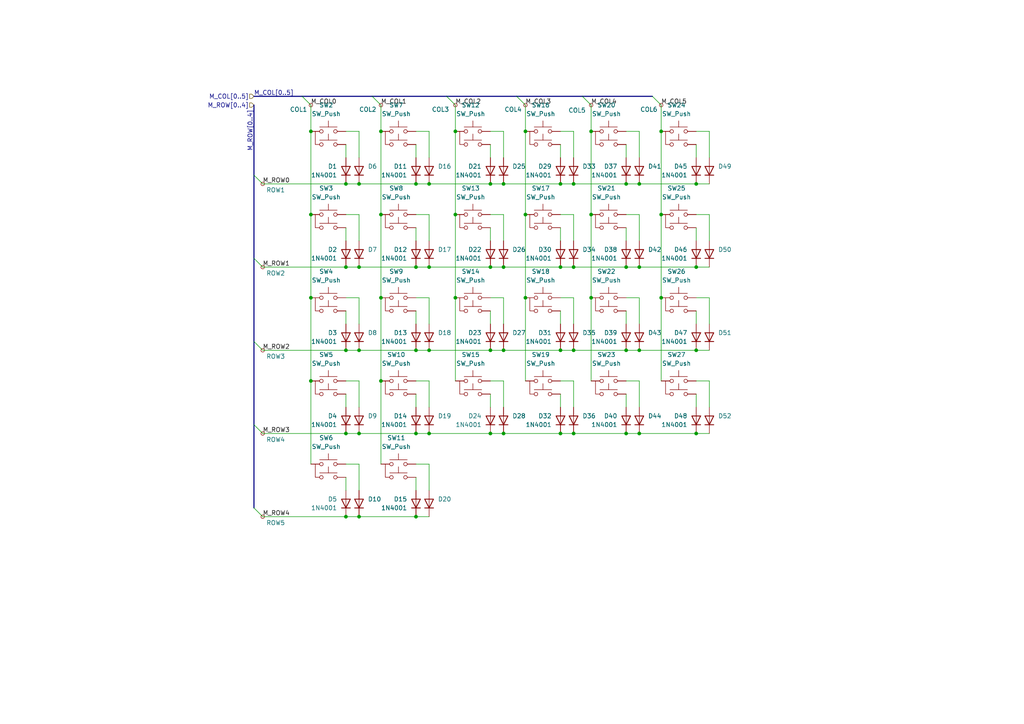
<source format=kicad_sch>
(kicad_sch
	(version 20231120)
	(generator "eeschema")
	(generator_version "8.0")
	(uuid "48e44c17-3f14-461c-964b-fb6c461ee2a2")
	(paper "A4")
	(lib_symbols
		(symbol "Connector:TestPoint_Small"
			(pin_numbers hide)
			(pin_names
				(offset 0.762) hide)
			(exclude_from_sim no)
			(in_bom yes)
			(on_board yes)
			(property "Reference" "TP"
				(at 0 3.81 0)
				(effects
					(font
						(size 1.27 1.27)
					)
				)
			)
			(property "Value" "TestPoint_Small"
				(at 0 2.032 0)
				(effects
					(font
						(size 1.27 1.27)
					)
				)
			)
			(property "Footprint" ""
				(at 5.08 0 0)
				(effects
					(font
						(size 1.27 1.27)
					)
					(hide yes)
				)
			)
			(property "Datasheet" "~"
				(at 5.08 0 0)
				(effects
					(font
						(size 1.27 1.27)
					)
					(hide yes)
				)
			)
			(property "Description" "test point"
				(at 0 0 0)
				(effects
					(font
						(size 1.27 1.27)
					)
					(hide yes)
				)
			)
			(property "ki_keywords" "test point tp"
				(at 0 0 0)
				(effects
					(font
						(size 1.27 1.27)
					)
					(hide yes)
				)
			)
			(property "ki_fp_filters" "Pin* Test*"
				(at 0 0 0)
				(effects
					(font
						(size 1.27 1.27)
					)
					(hide yes)
				)
			)
			(symbol "TestPoint_Small_0_1"
				(circle
					(center 0 0)
					(radius 0.508)
					(stroke
						(width 0)
						(type default)
					)
					(fill
						(type none)
					)
				)
			)
			(symbol "TestPoint_Small_1_1"
				(pin passive line
					(at 0 0 90)
					(length 0)
					(name "1"
						(effects
							(font
								(size 1.27 1.27)
							)
						)
					)
					(number "1"
						(effects
							(font
								(size 1.27 1.27)
							)
						)
					)
				)
			)
		)
		(symbol "Diode:1N4001"
			(pin_numbers hide)
			(pin_names hide)
			(exclude_from_sim no)
			(in_bom yes)
			(on_board yes)
			(property "Reference" "D"
				(at 0 2.54 0)
				(effects
					(font
						(size 1.27 1.27)
					)
				)
			)
			(property "Value" "1N4001"
				(at 0 -2.54 0)
				(effects
					(font
						(size 1.27 1.27)
					)
				)
			)
			(property "Footprint" "Diode_THT:D_DO-41_SOD81_P10.16mm_Horizontal"
				(at 0 0 0)
				(effects
					(font
						(size 1.27 1.27)
					)
					(hide yes)
				)
			)
			(property "Datasheet" "http://www.vishay.com/docs/88503/1n4001.pdf"
				(at 0 0 0)
				(effects
					(font
						(size 1.27 1.27)
					)
					(hide yes)
				)
			)
			(property "Description" "50V 1A General Purpose Rectifier Diode, DO-41"
				(at 0 0 0)
				(effects
					(font
						(size 1.27 1.27)
					)
					(hide yes)
				)
			)
			(property "Sim.Device" "D"
				(at 0 0 0)
				(effects
					(font
						(size 1.27 1.27)
					)
					(hide yes)
				)
			)
			(property "Sim.Pins" "1=K 2=A"
				(at 0 0 0)
				(effects
					(font
						(size 1.27 1.27)
					)
					(hide yes)
				)
			)
			(property "ki_keywords" "diode"
				(at 0 0 0)
				(effects
					(font
						(size 1.27 1.27)
					)
					(hide yes)
				)
			)
			(property "ki_fp_filters" "D*DO?41*"
				(at 0 0 0)
				(effects
					(font
						(size 1.27 1.27)
					)
					(hide yes)
				)
			)
			(symbol "1N4001_0_1"
				(polyline
					(pts
						(xy -1.27 1.27) (xy -1.27 -1.27)
					)
					(stroke
						(width 0.254)
						(type default)
					)
					(fill
						(type none)
					)
				)
				(polyline
					(pts
						(xy 1.27 0) (xy -1.27 0)
					)
					(stroke
						(width 0)
						(type default)
					)
					(fill
						(type none)
					)
				)
				(polyline
					(pts
						(xy 1.27 1.27) (xy 1.27 -1.27) (xy -1.27 0) (xy 1.27 1.27)
					)
					(stroke
						(width 0.254)
						(type default)
					)
					(fill
						(type none)
					)
				)
			)
			(symbol "1N4001_1_1"
				(pin passive line
					(at -3.81 0 0)
					(length 2.54)
					(name "K"
						(effects
							(font
								(size 1.27 1.27)
							)
						)
					)
					(number "1"
						(effects
							(font
								(size 1.27 1.27)
							)
						)
					)
				)
				(pin passive line
					(at 3.81 0 180)
					(length 2.54)
					(name "A"
						(effects
							(font
								(size 1.27 1.27)
							)
						)
					)
					(number "2"
						(effects
							(font
								(size 1.27 1.27)
							)
						)
					)
				)
			)
		)
		(symbol "sw_push_dual:SW_Push_Dual"
			(pin_numbers hide)
			(pin_names
				(offset 1.016) hide)
			(exclude_from_sim no)
			(in_bom yes)
			(on_board yes)
			(property "Reference" "SW?"
				(at -0.635 7.62 0)
				(effects
					(font
						(size 1.27 1.27)
					)
				)
			)
			(property "Value" "SW_Push"
				(at -0.635 5.08 0)
				(effects
					(font
						(size 1.27 1.27)
					)
				)
			)
			(property "Footprint" "PCM_Switch_Keyboard_Kailh_Reversible:SW_Kailh_Choc_V2_1.00u_Reversible"
				(at 0 5.08 0)
				(effects
					(font
						(size 1.27 1.27)
					)
					(hide yes)
				)
			)
			(property "Datasheet" "~"
				(at 0 5.08 0)
				(effects
					(font
						(size 1.27 1.27)
					)
					(hide yes)
				)
			)
			(property "Description" ""
				(at 0 0 0)
				(effects
					(font
						(size 1.27 1.27)
					)
					(hide yes)
				)
			)
			(property "ki_keywords" "switch normally-open pushbutton push-button"
				(at 0 0 0)
				(effects
					(font
						(size 1.27 1.27)
					)
					(hide yes)
				)
			)
			(symbol "SW_Push_Dual_0_1"
				(circle
					(center -2.032 -3.81)
					(radius 0.508)
					(stroke
						(width 0)
						(type default)
					)
					(fill
						(type none)
					)
				)
				(circle
					(center -2.032 0)
					(radius 0.508)
					(stroke
						(width 0)
						(type default)
					)
					(fill
						(type none)
					)
				)
				(polyline
					(pts
						(xy 0 -2.54) (xy 0 -0.762)
					)
					(stroke
						(width 0)
						(type default)
					)
					(fill
						(type none)
					)
				)
				(polyline
					(pts
						(xy 0 1.27) (xy 0 3.048)
					)
					(stroke
						(width 0)
						(type default)
					)
					(fill
						(type none)
					)
				)
				(polyline
					(pts
						(xy 2.54 -2.54) (xy -2.54 -2.54)
					)
					(stroke
						(width 0)
						(type default)
					)
					(fill
						(type none)
					)
				)
				(polyline
					(pts
						(xy 2.54 1.27) (xy -2.54 1.27)
					)
					(stroke
						(width 0)
						(type default)
					)
					(fill
						(type none)
					)
				)
				(polyline
					(pts
						(xy -3.81 0) (xy -3.81 -3.81) (xy -2.54 -3.81)
					)
					(stroke
						(width 0)
						(type default)
					)
					(fill
						(type none)
					)
				)
				(circle
					(center 2.032 -3.81)
					(radius 0.508)
					(stroke
						(width 0)
						(type default)
					)
					(fill
						(type none)
					)
				)
				(circle
					(center 2.032 0)
					(radius 0.508)
					(stroke
						(width 0)
						(type default)
					)
					(fill
						(type none)
					)
				)
				(pin passive line
					(at -5.08 0 0)
					(length 2.54)
					(name "1"
						(effects
							(font
								(size 1.27 1.27)
							)
						)
					)
					(number "1"
						(effects
							(font
								(size 1.27 1.27)
							)
						)
					)
				)
				(pin passive line
					(at 5.08 0 180)
					(length 2.54)
					(name "2"
						(effects
							(font
								(size 1.27 1.27)
							)
						)
					)
					(number "2"
						(effects
							(font
								(size 1.27 1.27)
							)
						)
					)
				)
			)
			(symbol "SW_Push_Dual_1_1"
				(pin passive line
					(at 5.08 -3.81 180)
					(length 2.54)
					(name "3"
						(effects
							(font
								(size 1.27 1.27)
							)
						)
					)
					(number "3"
						(effects
							(font
								(size 1.27 1.27)
							)
						)
					)
				)
			)
		)
	)
	(junction
		(at 191.77 62.23)
		(diameter 0)
		(color 0 0 0 0)
		(uuid "0209b1bf-1ae3-4ce4-84c8-871da7e97381")
	)
	(junction
		(at 152.4 86.36)
		(diameter 0)
		(color 0 0 0 0)
		(uuid "0445ede3-20a9-4d06-be59-079fd52c0449")
	)
	(junction
		(at 181.61 125.73)
		(diameter 0)
		(color 0 0 0 0)
		(uuid "08b9499f-366e-485d-b5f9-85f750487b62")
	)
	(junction
		(at 166.37 77.47)
		(diameter 0)
		(color 0 0 0 0)
		(uuid "09b7d42f-12ab-4bac-ac7e-d67415d6b6c2")
	)
	(junction
		(at 201.93 101.6)
		(diameter 0)
		(color 0 0 0 0)
		(uuid "0a5849e4-b76d-40fe-b757-e38fffa7b457")
	)
	(junction
		(at 146.05 77.47)
		(diameter 0)
		(color 0 0 0 0)
		(uuid "0ebafe0c-d714-49ab-b1a5-3c0ceb892789")
	)
	(junction
		(at 104.14 53.34)
		(diameter 0)
		(color 0 0 0 0)
		(uuid "149c5436-a65a-45cc-9248-c70c4633f8eb")
	)
	(junction
		(at 90.17 110.49)
		(diameter 0)
		(color 0 0 0 0)
		(uuid "14cc8f2e-753c-4d0f-87e7-40ef87c02964")
	)
	(junction
		(at 146.05 125.73)
		(diameter 0)
		(color 0 0 0 0)
		(uuid "16c95699-b48a-4857-a297-f22479071393")
	)
	(junction
		(at 132.08 38.1)
		(diameter 0)
		(color 0 0 0 0)
		(uuid "18ff44f4-c82f-4026-ad39-82b1dca8f099")
	)
	(junction
		(at 100.33 101.6)
		(diameter 0)
		(color 0 0 0 0)
		(uuid "21051bf2-f607-4bb5-9450-ea7a0ec50709")
	)
	(junction
		(at 104.14 77.47)
		(diameter 0)
		(color 0 0 0 0)
		(uuid "2c169b9e-b486-4e41-9304-d79ba38c30f3")
	)
	(junction
		(at 110.49 110.49)
		(diameter 0)
		(color 0 0 0 0)
		(uuid "2e172916-cc89-40a5-82ef-95b0c81a9ccf")
	)
	(junction
		(at 110.49 62.23)
		(diameter 0)
		(color 0 0 0 0)
		(uuid "31340a56-69fb-47f1-8ddf-96dd49512fa8")
	)
	(junction
		(at 142.24 53.34)
		(diameter 0)
		(color 0 0 0 0)
		(uuid "36bb20b0-1e77-41ed-a228-3e5043bac385")
	)
	(junction
		(at 110.49 86.36)
		(diameter 0)
		(color 0 0 0 0)
		(uuid "39a2fdb3-16bb-4b9a-9a55-f51b5fa940c8")
	)
	(junction
		(at 152.4 62.23)
		(diameter 0)
		(color 0 0 0 0)
		(uuid "3bdd61ff-7c52-4a2f-bbdc-57ed33aacc71")
	)
	(junction
		(at 104.14 101.6)
		(diameter 0)
		(color 0 0 0 0)
		(uuid "3fd19b23-b907-437b-87b2-c5f39866a680")
	)
	(junction
		(at 162.56 125.73)
		(diameter 0)
		(color 0 0 0 0)
		(uuid "40744275-9385-48ee-afcf-9dac1d95e6c8")
	)
	(junction
		(at 124.46 53.34)
		(diameter 0)
		(color 0 0 0 0)
		(uuid "40ee9f50-26f0-4fc0-8c43-3e86539e7fb5")
	)
	(junction
		(at 162.56 101.6)
		(diameter 0)
		(color 0 0 0 0)
		(uuid "496d664d-7d47-4b7e-b30b-094f0ba9aa13")
	)
	(junction
		(at 181.61 53.34)
		(diameter 0)
		(color 0 0 0 0)
		(uuid "50009407-8605-4691-9742-a2ab001bd417")
	)
	(junction
		(at 152.4 38.1)
		(diameter 0)
		(color 0 0 0 0)
		(uuid "5930451a-6294-4517-8a08-64ef294ab847")
	)
	(junction
		(at 201.93 53.34)
		(diameter 0)
		(color 0 0 0 0)
		(uuid "606a8f0c-8903-4f95-915b-c47e9dc49724")
	)
	(junction
		(at 166.37 125.73)
		(diameter 0)
		(color 0 0 0 0)
		(uuid "660e2595-478f-4420-8b62-504135687194")
	)
	(junction
		(at 181.61 77.47)
		(diameter 0)
		(color 0 0 0 0)
		(uuid "68289117-155e-4025-ac02-80133e15301f")
	)
	(junction
		(at 120.65 77.47)
		(diameter 0)
		(color 0 0 0 0)
		(uuid "684814e1-1bff-47d3-b132-9893feec2b5c")
	)
	(junction
		(at 124.46 101.6)
		(diameter 0)
		(color 0 0 0 0)
		(uuid "7001a951-5258-4305-a0d6-fb772745b726")
	)
	(junction
		(at 146.05 101.6)
		(diameter 0)
		(color 0 0 0 0)
		(uuid "725768fd-4c4d-4d6c-b67f-11216f4d13ed")
	)
	(junction
		(at 100.33 125.73)
		(diameter 0)
		(color 0 0 0 0)
		(uuid "74cf4b46-733a-44f4-9d91-462d9854855a")
	)
	(junction
		(at 171.45 62.23)
		(diameter 0)
		(color 0 0 0 0)
		(uuid "7a21e67c-d817-4980-906f-a3769dbd6520")
	)
	(junction
		(at 104.14 125.73)
		(diameter 0)
		(color 0 0 0 0)
		(uuid "7d39510d-87de-41c2-8c28-5c0cdd4d2ec7")
	)
	(junction
		(at 166.37 101.6)
		(diameter 0)
		(color 0 0 0 0)
		(uuid "7ea57149-b329-49f7-86d3-063d3a0fc00d")
	)
	(junction
		(at 166.37 53.34)
		(diameter 0)
		(color 0 0 0 0)
		(uuid "7fdb9a81-ae29-40f1-a7b6-e8a46bf0971f")
	)
	(junction
		(at 120.65 53.34)
		(diameter 0)
		(color 0 0 0 0)
		(uuid "873bc283-85ec-42d3-bc97-a692e60736f6")
	)
	(junction
		(at 90.17 86.36)
		(diameter 0)
		(color 0 0 0 0)
		(uuid "888f0688-e74e-411c-b59e-831d1201736f")
	)
	(junction
		(at 100.33 77.47)
		(diameter 0)
		(color 0 0 0 0)
		(uuid "89543404-246f-4d43-86f4-f8a0c644d568")
	)
	(junction
		(at 201.93 77.47)
		(diameter 0)
		(color 0 0 0 0)
		(uuid "91690d6e-ba4c-4434-beb7-9d7746fbbba3")
	)
	(junction
		(at 162.56 53.34)
		(diameter 0)
		(color 0 0 0 0)
		(uuid "9b0c210c-306f-4687-9619-d00c1ab9b636")
	)
	(junction
		(at 162.56 77.47)
		(diameter 0)
		(color 0 0 0 0)
		(uuid "9f4ddffa-2f8d-4814-b53e-e9c67293a721")
	)
	(junction
		(at 191.77 86.36)
		(diameter 0)
		(color 0 0 0 0)
		(uuid "aa7579aa-5f74-482d-8aaf-6687c95b7add")
	)
	(junction
		(at 142.24 101.6)
		(diameter 0)
		(color 0 0 0 0)
		(uuid "b1274330-e76c-469b-bd45-be00d46c67ab")
	)
	(junction
		(at 185.42 101.6)
		(diameter 0)
		(color 0 0 0 0)
		(uuid "b138dfa4-4ca3-425d-a588-9d33002ccac3")
	)
	(junction
		(at 100.33 149.86)
		(diameter 0)
		(color 0 0 0 0)
		(uuid "b316adfd-8a60-4a07-9a4a-f6aa549b9386")
	)
	(junction
		(at 142.24 125.73)
		(diameter 0)
		(color 0 0 0 0)
		(uuid "bbd23489-030f-4a10-aa32-a46e0dc6aefb")
	)
	(junction
		(at 146.05 53.34)
		(diameter 0)
		(color 0 0 0 0)
		(uuid "bea2b23a-f0da-44e4-9276-676b64a18181")
	)
	(junction
		(at 142.24 77.47)
		(diameter 0)
		(color 0 0 0 0)
		(uuid "bef943e5-2062-4017-8c57-c923e5c53cf2")
	)
	(junction
		(at 171.45 38.1)
		(diameter 0)
		(color 0 0 0 0)
		(uuid "c1b769b3-3da2-42e4-a80e-92cdfbcbef80")
	)
	(junction
		(at 120.65 101.6)
		(diameter 0)
		(color 0 0 0 0)
		(uuid "c3a5e7ae-435e-47ed-b9d5-435b7c352960")
	)
	(junction
		(at 104.14 149.86)
		(diameter 0)
		(color 0 0 0 0)
		(uuid "c51cf2c4-be34-462e-a20e-e044434ff5e7")
	)
	(junction
		(at 181.61 101.6)
		(diameter 0)
		(color 0 0 0 0)
		(uuid "c92c1b82-912d-41e2-a9a1-929f1b9f636f")
	)
	(junction
		(at 120.65 125.73)
		(diameter 0)
		(color 0 0 0 0)
		(uuid "c98146fc-fe01-4f6e-ae51-d15ea17ecfbc")
	)
	(junction
		(at 132.08 86.36)
		(diameter 0)
		(color 0 0 0 0)
		(uuid "cedec526-1a4e-4754-be13-158ec92ddca1")
	)
	(junction
		(at 124.46 125.73)
		(diameter 0)
		(color 0 0 0 0)
		(uuid "d214c2a8-76d4-4da5-9df2-a9764a5e6c53")
	)
	(junction
		(at 120.65 149.86)
		(diameter 0)
		(color 0 0 0 0)
		(uuid "d3a09b4c-0fcd-4251-8f14-9a51c9131104")
	)
	(junction
		(at 90.17 38.1)
		(diameter 0)
		(color 0 0 0 0)
		(uuid "d73c5b08-f2e9-4d63-bda7-4d304693f789")
	)
	(junction
		(at 171.45 86.36)
		(diameter 0)
		(color 0 0 0 0)
		(uuid "d7473e62-ec3b-4261-871b-2bad4d8d4417")
	)
	(junction
		(at 110.49 38.1)
		(diameter 0)
		(color 0 0 0 0)
		(uuid "dee29bb6-1587-4b71-8847-5a2055912e3d")
	)
	(junction
		(at 185.42 125.73)
		(diameter 0)
		(color 0 0 0 0)
		(uuid "deea9a58-2076-4786-be67-cd4b22f227ee")
	)
	(junction
		(at 100.33 53.34)
		(diameter 0)
		(color 0 0 0 0)
		(uuid "ed872935-48f7-4065-8305-b30d65c5c4d8")
	)
	(junction
		(at 191.77 38.1)
		(diameter 0)
		(color 0 0 0 0)
		(uuid "f15fd93c-0b79-4e5a-8c0c-1704dc973c3f")
	)
	(junction
		(at 132.08 62.23)
		(diameter 0)
		(color 0 0 0 0)
		(uuid "f3b8caf3-1f65-425c-94ff-41b2692ddc89")
	)
	(junction
		(at 185.42 53.34)
		(diameter 0)
		(color 0 0 0 0)
		(uuid "f50fdd85-2e8d-41a3-8830-bbdcc7e7ad11")
	)
	(junction
		(at 124.46 77.47)
		(diameter 0)
		(color 0 0 0 0)
		(uuid "f79025c2-3799-4263-8a4d-b91b6d25c897")
	)
	(junction
		(at 185.42 77.47)
		(diameter 0)
		(color 0 0 0 0)
		(uuid "f9fbb71c-dfe9-4413-bd5c-b4e7dcff6ad2")
	)
	(junction
		(at 201.93 125.73)
		(diameter 0)
		(color 0 0 0 0)
		(uuid "fba9dbba-a5d3-44b2-b1dd-f877409e2a50")
	)
	(junction
		(at 90.17 62.23)
		(diameter 0)
		(color 0 0 0 0)
		(uuid "fd6a77a7-68bf-491d-9498-3b16079706f0")
	)
	(bus_entry
		(at 73.66 99.06)
		(size 2.54 2.54)
		(stroke
			(width 0)
			(type default)
		)
		(uuid "196f69ec-d565-4de5-b416-a95a4ed9db7a")
	)
	(bus_entry
		(at 107.95 27.94)
		(size 2.54 2.54)
		(stroke
			(width 0)
			(type default)
		)
		(uuid "288a6666-a5e2-46a1-8e30-94c7643ddd38")
	)
	(bus_entry
		(at 73.66 147.32)
		(size 2.54 2.54)
		(stroke
			(width 0)
			(type default)
		)
		(uuid "2bad0fea-6ba0-4e27-92d4-7ba42437e305")
	)
	(bus_entry
		(at 149.86 27.94)
		(size 2.54 2.54)
		(stroke
			(width 0)
			(type default)
		)
		(uuid "44ecf219-9e23-4a39-b1c0-0f09a4d32e50")
	)
	(bus_entry
		(at 73.66 50.8)
		(size 2.54 2.54)
		(stroke
			(width 0)
			(type default)
		)
		(uuid "533c3372-5e68-4a65-8078-bdc74eec6e74")
	)
	(bus_entry
		(at 189.23 27.94)
		(size 2.54 2.54)
		(stroke
			(width 0)
			(type default)
		)
		(uuid "5dc43fbb-09b9-4345-9d7f-931e6ac17d96")
	)
	(bus_entry
		(at 73.66 123.19)
		(size 2.54 2.54)
		(stroke
			(width 0)
			(type default)
		)
		(uuid "6dddc933-9905-4b7b-b027-641a0d811b3c")
	)
	(bus_entry
		(at 168.91 27.94)
		(size 2.54 2.54)
		(stroke
			(width 0)
			(type default)
		)
		(uuid "77d4c4d9-68c9-4e34-a90e-6982d07523fb")
	)
	(bus_entry
		(at 73.66 74.93)
		(size 2.54 2.54)
		(stroke
			(width 0)
			(type default)
		)
		(uuid "7c2a9eab-0382-45aa-b80f-a69bc2113980")
	)
	(bus_entry
		(at 129.54 27.94)
		(size 2.54 2.54)
		(stroke
			(width 0)
			(type default)
		)
		(uuid "9b5f6341-6b9b-4129-9758-995a1f7dd785")
	)
	(bus_entry
		(at 87.63 27.94)
		(size 2.54 2.54)
		(stroke
			(width 0)
			(type default)
		)
		(uuid "ea488000-1475-494e-8429-77420b751981")
	)
	(wire
		(pts
			(xy 181.61 118.11) (xy 181.61 114.3)
		)
		(stroke
			(width 0)
			(type default)
		)
		(uuid "016b8036-a6cb-4941-9522-0b1eeb285fda")
	)
	(bus
		(pts
			(xy 73.66 74.93) (xy 73.66 99.06)
		)
		(stroke
			(width 0)
			(type default)
		)
		(uuid "053f74d5-aa8d-483d-9e4a-390e6c7108cf")
	)
	(wire
		(pts
			(xy 205.74 38.1) (xy 201.93 38.1)
		)
		(stroke
			(width 0)
			(type default)
		)
		(uuid "0718a353-4120-45c2-80bb-65f1b79ad9cc")
	)
	(wire
		(pts
			(xy 100.33 69.85) (xy 100.33 66.04)
		)
		(stroke
			(width 0)
			(type default)
		)
		(uuid "072e1163-0fe2-425b-be31-9f44fdfde52c")
	)
	(wire
		(pts
			(xy 201.93 53.34) (xy 205.74 53.34)
		)
		(stroke
			(width 0)
			(type default)
		)
		(uuid "0cbfdeb7-94a6-4a8e-b513-b621e55d5cc7")
	)
	(wire
		(pts
			(xy 152.4 38.1) (xy 152.4 62.23)
		)
		(stroke
			(width 0)
			(type default)
		)
		(uuid "0da19110-dc37-42f0-96ac-18084d07086e")
	)
	(wire
		(pts
			(xy 104.14 134.62) (xy 100.33 134.62)
		)
		(stroke
			(width 0)
			(type default)
		)
		(uuid "0dfd108c-4702-41b2-b4bc-0abe65a9ea63")
	)
	(wire
		(pts
			(xy 185.42 86.36) (xy 181.61 86.36)
		)
		(stroke
			(width 0)
			(type default)
		)
		(uuid "0e0850c1-32e9-4f74-aa0b-e2b4e8bc7dcb")
	)
	(wire
		(pts
			(xy 201.93 45.72) (xy 201.93 41.91)
		)
		(stroke
			(width 0)
			(type default)
		)
		(uuid "117db4a9-2c6a-42bd-8808-44574006509a")
	)
	(wire
		(pts
			(xy 146.05 53.34) (xy 162.56 53.34)
		)
		(stroke
			(width 0)
			(type default)
		)
		(uuid "11b8b31e-39f2-46e9-9909-ab668885b189")
	)
	(wire
		(pts
			(xy 205.74 38.1) (xy 205.74 45.72)
		)
		(stroke
			(width 0)
			(type default)
		)
		(uuid "17113f90-70a1-4140-a341-8ea711218a7e")
	)
	(bus
		(pts
			(xy 73.66 30.48) (xy 73.66 50.8)
		)
		(stroke
			(width 0)
			(type default)
		)
		(uuid "17bdb9a5-e8a9-4ef6-8085-d9338bef719e")
	)
	(wire
		(pts
			(xy 185.42 110.49) (xy 185.42 118.11)
		)
		(stroke
			(width 0)
			(type default)
		)
		(uuid "19f5d37c-7d7f-458e-a4ff-602717ad2bc4")
	)
	(wire
		(pts
			(xy 124.46 134.62) (xy 120.65 134.62)
		)
		(stroke
			(width 0)
			(type default)
		)
		(uuid "1c828a03-670c-4ef9-a230-3b09625996d4")
	)
	(wire
		(pts
			(xy 120.65 149.86) (xy 124.46 149.86)
		)
		(stroke
			(width 0)
			(type default)
		)
		(uuid "245fa668-d1ca-4f71-a301-c5e472c18811")
	)
	(wire
		(pts
			(xy 104.14 86.36) (xy 100.33 86.36)
		)
		(stroke
			(width 0)
			(type default)
		)
		(uuid "2561d553-ab51-493e-b4d6-4955241b2b8f")
	)
	(wire
		(pts
			(xy 132.08 38.1) (xy 132.08 62.23)
		)
		(stroke
			(width 0)
			(type default)
		)
		(uuid "2570bb99-f585-402c-8e22-430a13982268")
	)
	(wire
		(pts
			(xy 146.05 38.1) (xy 146.05 45.72)
		)
		(stroke
			(width 0)
			(type default)
		)
		(uuid "25740577-0307-4299-8d70-a116309a1ce1")
	)
	(wire
		(pts
			(xy 124.46 38.1) (xy 120.65 38.1)
		)
		(stroke
			(width 0)
			(type default)
		)
		(uuid "26cf927b-fdc5-497e-8564-e2d878036809")
	)
	(wire
		(pts
			(xy 120.65 101.6) (xy 124.46 101.6)
		)
		(stroke
			(width 0)
			(type default)
		)
		(uuid "2700b148-f285-4999-9687-f6e85ad61c42")
	)
	(wire
		(pts
			(xy 124.46 77.47) (xy 142.24 77.47)
		)
		(stroke
			(width 0)
			(type default)
		)
		(uuid "27452a47-d544-4703-8e0e-208d0211a5d5")
	)
	(wire
		(pts
			(xy 146.05 110.49) (xy 146.05 118.11)
		)
		(stroke
			(width 0)
			(type default)
		)
		(uuid "29a12b08-ddb0-479a-a65e-05b16c198a8f")
	)
	(wire
		(pts
			(xy 132.08 30.48) (xy 132.08 38.1)
		)
		(stroke
			(width 0)
			(type default)
		)
		(uuid "2a208fc2-5c97-4d99-99ca-e55718aced87")
	)
	(wire
		(pts
			(xy 100.33 142.24) (xy 100.33 138.43)
		)
		(stroke
			(width 0)
			(type default)
		)
		(uuid "2ada278b-a2c7-4f7b-8db6-b0c35cde1d21")
	)
	(wire
		(pts
			(xy 104.14 149.86) (xy 120.65 149.86)
		)
		(stroke
			(width 0)
			(type default)
		)
		(uuid "2b7881cb-b454-4969-8b5c-375ae204f680")
	)
	(wire
		(pts
			(xy 162.56 53.34) (xy 166.37 53.34)
		)
		(stroke
			(width 0)
			(type default)
		)
		(uuid "2b7ce690-1ca8-4990-aa48-ddfeecef4b18")
	)
	(wire
		(pts
			(xy 162.56 69.85) (xy 162.56 66.04)
		)
		(stroke
			(width 0)
			(type default)
		)
		(uuid "2bb68189-4baf-4159-93be-51f88c2e4fc9")
	)
	(wire
		(pts
			(xy 124.46 110.49) (xy 124.46 118.11)
		)
		(stroke
			(width 0)
			(type default)
		)
		(uuid "2caf6fb2-7b3b-48f2-b160-fa4021b7aa7b")
	)
	(wire
		(pts
			(xy 171.45 62.23) (xy 171.45 86.36)
		)
		(stroke
			(width 0)
			(type default)
		)
		(uuid "2d4b609d-3195-41b7-8378-8578ddd47ce3")
	)
	(wire
		(pts
			(xy 100.33 118.11) (xy 100.33 114.3)
		)
		(stroke
			(width 0)
			(type default)
		)
		(uuid "2e4599d0-e89e-4a1d-be81-e7e8994cfb3f")
	)
	(wire
		(pts
			(xy 104.14 101.6) (xy 120.65 101.6)
		)
		(stroke
			(width 0)
			(type default)
		)
		(uuid "2e75986f-906b-4597-8774-f84fa5291c33")
	)
	(wire
		(pts
			(xy 90.17 30.48) (xy 90.17 38.1)
		)
		(stroke
			(width 0)
			(type default)
		)
		(uuid "30d37eb1-4022-458a-be9b-dd7cedb4de82")
	)
	(wire
		(pts
			(xy 171.45 38.1) (xy 171.45 62.23)
		)
		(stroke
			(width 0)
			(type default)
		)
		(uuid "30fbb781-cc28-4daa-a762-16ab53e045ea")
	)
	(wire
		(pts
			(xy 90.17 38.1) (xy 90.17 62.23)
		)
		(stroke
			(width 0)
			(type default)
		)
		(uuid "31bc3fa8-4e2d-4437-a4ba-f4b7bec7d598")
	)
	(wire
		(pts
			(xy 76.2 125.73) (xy 100.33 125.73)
		)
		(stroke
			(width 0)
			(type default)
		)
		(uuid "35dd8b15-fa2b-4e31-871c-c9d379c43b48")
	)
	(wire
		(pts
			(xy 162.56 125.73) (xy 166.37 125.73)
		)
		(stroke
			(width 0)
			(type default)
		)
		(uuid "39c9d064-f444-4fef-bdfc-c81dc5aa8680")
	)
	(wire
		(pts
			(xy 142.24 125.73) (xy 146.05 125.73)
		)
		(stroke
			(width 0)
			(type default)
		)
		(uuid "39f8bac0-ed8c-4c55-b696-8f1139c80fef")
	)
	(wire
		(pts
			(xy 124.46 110.49) (xy 120.65 110.49)
		)
		(stroke
			(width 0)
			(type default)
		)
		(uuid "3af7e5bd-044f-4b07-b0a1-755295ed8592")
	)
	(wire
		(pts
			(xy 104.14 38.1) (xy 104.14 45.72)
		)
		(stroke
			(width 0)
			(type default)
		)
		(uuid "3b882267-e585-4c00-aac1-72e321c43116")
	)
	(bus
		(pts
			(xy 73.66 27.94) (xy 87.63 27.94)
		)
		(stroke
			(width 0)
			(type default)
		)
		(uuid "4024f0c5-b7f2-42f2-a95d-eeb8250fc967")
	)
	(wire
		(pts
			(xy 166.37 86.36) (xy 162.56 86.36)
		)
		(stroke
			(width 0)
			(type default)
		)
		(uuid "407aed8e-a64f-4812-8a89-f6a772603578")
	)
	(wire
		(pts
			(xy 90.17 62.23) (xy 90.17 86.36)
		)
		(stroke
			(width 0)
			(type default)
		)
		(uuid "459cebd8-1906-42bb-8524-ae1f0b882bcc")
	)
	(wire
		(pts
			(xy 166.37 110.49) (xy 166.37 118.11)
		)
		(stroke
			(width 0)
			(type default)
		)
		(uuid "46060766-3409-4e3b-ace0-80adbffec7fb")
	)
	(wire
		(pts
			(xy 104.14 38.1) (xy 100.33 38.1)
		)
		(stroke
			(width 0)
			(type default)
		)
		(uuid "47c6bef1-24e7-48e2-8606-69ae01189d25")
	)
	(wire
		(pts
			(xy 181.61 53.34) (xy 185.42 53.34)
		)
		(stroke
			(width 0)
			(type default)
		)
		(uuid "48753998-8c7c-4f9e-b300-1fb39fb49888")
	)
	(wire
		(pts
			(xy 120.65 53.34) (xy 124.46 53.34)
		)
		(stroke
			(width 0)
			(type default)
		)
		(uuid "490e750f-58f0-45b4-92c3-824c1c858c8a")
	)
	(wire
		(pts
			(xy 162.56 93.98) (xy 162.56 90.17)
		)
		(stroke
			(width 0)
			(type default)
		)
		(uuid "4d1f3dec-ddff-49ef-90c1-37a9ca94b5e6")
	)
	(wire
		(pts
			(xy 104.14 77.47) (xy 120.65 77.47)
		)
		(stroke
			(width 0)
			(type default)
		)
		(uuid "509c84c2-978f-490c-a07c-71d74e9cced8")
	)
	(wire
		(pts
			(xy 191.77 86.36) (xy 191.77 110.49)
		)
		(stroke
			(width 0)
			(type default)
		)
		(uuid "513d8e91-0a65-4946-8c12-126a7224acab")
	)
	(wire
		(pts
			(xy 181.61 101.6) (xy 185.42 101.6)
		)
		(stroke
			(width 0)
			(type default)
		)
		(uuid "537dc0fc-a6a9-4db6-8f17-4a3e2d94622a")
	)
	(wire
		(pts
			(xy 142.24 101.6) (xy 146.05 101.6)
		)
		(stroke
			(width 0)
			(type default)
		)
		(uuid "54a1fd79-5634-4e8b-a3e9-100bd556043c")
	)
	(wire
		(pts
			(xy 146.05 110.49) (xy 142.24 110.49)
		)
		(stroke
			(width 0)
			(type default)
		)
		(uuid "550552a1-f6a8-4b48-9c18-09b0a982d91b")
	)
	(wire
		(pts
			(xy 120.65 69.85) (xy 120.65 66.04)
		)
		(stroke
			(width 0)
			(type default)
		)
		(uuid "5597c12d-5c5b-49a2-aef0-8659d6cef5d0")
	)
	(wire
		(pts
			(xy 76.2 149.86) (xy 100.33 149.86)
		)
		(stroke
			(width 0)
			(type default)
		)
		(uuid "56e5a707-cbae-4c1f-936f-4d2d64f0294f")
	)
	(wire
		(pts
			(xy 181.61 125.73) (xy 185.42 125.73)
		)
		(stroke
			(width 0)
			(type default)
		)
		(uuid "57481598-eca4-44c8-a18e-09c503ad41b6")
	)
	(bus
		(pts
			(xy 73.66 99.06) (xy 73.66 123.19)
		)
		(stroke
			(width 0)
			(type default)
		)
		(uuid "57d628ef-85a4-46cc-ac87-c9031f11dcc1")
	)
	(wire
		(pts
			(xy 205.74 62.23) (xy 205.74 69.85)
		)
		(stroke
			(width 0)
			(type default)
		)
		(uuid "587a950d-92ab-4a17-891f-fb486fe2fe5c")
	)
	(bus
		(pts
			(xy 149.86 27.94) (xy 168.91 27.94)
		)
		(stroke
			(width 0)
			(type default)
		)
		(uuid "591120d6-da5d-4214-b973-d7fcc72d804c")
	)
	(wire
		(pts
			(xy 90.17 110.49) (xy 90.17 134.62)
		)
		(stroke
			(width 0)
			(type default)
		)
		(uuid "637d00d6-9d89-4b80-89f8-9c0f078ef8e3")
	)
	(wire
		(pts
			(xy 142.24 53.34) (xy 146.05 53.34)
		)
		(stroke
			(width 0)
			(type default)
		)
		(uuid "64bb8861-2abc-4ced-ac0d-f53a129812e4")
	)
	(wire
		(pts
			(xy 100.33 53.34) (xy 104.14 53.34)
		)
		(stroke
			(width 0)
			(type default)
		)
		(uuid "65cbbbea-d35b-498c-8020-3be1f357e7d4")
	)
	(wire
		(pts
			(xy 185.42 77.47) (xy 201.93 77.47)
		)
		(stroke
			(width 0)
			(type default)
		)
		(uuid "6ae5b7e6-6602-4606-b932-d8c3b5fa4c47")
	)
	(wire
		(pts
			(xy 110.49 86.36) (xy 110.49 110.49)
		)
		(stroke
			(width 0)
			(type default)
		)
		(uuid "6b0cb421-ee5a-49b1-90e3-80309a768d9f")
	)
	(wire
		(pts
			(xy 166.37 62.23) (xy 166.37 69.85)
		)
		(stroke
			(width 0)
			(type default)
		)
		(uuid "6cebfd9b-9256-451c-accc-afe95aa18ac2")
	)
	(wire
		(pts
			(xy 152.4 30.48) (xy 152.4 38.1)
		)
		(stroke
			(width 0)
			(type default)
		)
		(uuid "6d30c544-8b8b-4e09-998d-75fc93dbd8c4")
	)
	(wire
		(pts
			(xy 185.42 86.36) (xy 185.42 93.98)
		)
		(stroke
			(width 0)
			(type default)
		)
		(uuid "7575aaa3-bb53-43da-94c3-49c7fe993e30")
	)
	(bus
		(pts
			(xy 129.54 27.94) (xy 149.86 27.94)
		)
		(stroke
			(width 0)
			(type default)
		)
		(uuid "76b4e8fe-0a87-4cc9-b0d9-dbfa8cd4408b")
	)
	(wire
		(pts
			(xy 152.4 62.23) (xy 152.4 86.36)
		)
		(stroke
			(width 0)
			(type default)
		)
		(uuid "78cbc5c8-f709-41c0-a6b7-4edbd759b5cf")
	)
	(wire
		(pts
			(xy 100.33 101.6) (xy 104.14 101.6)
		)
		(stroke
			(width 0)
			(type default)
		)
		(uuid "798f296b-0edc-4caf-a82d-a2fb833a283d")
	)
	(wire
		(pts
			(xy 120.65 93.98) (xy 120.65 90.17)
		)
		(stroke
			(width 0)
			(type default)
		)
		(uuid "7a0bfaad-e7d3-4b00-9f83-625693509bf7")
	)
	(wire
		(pts
			(xy 146.05 101.6) (xy 162.56 101.6)
		)
		(stroke
			(width 0)
			(type default)
		)
		(uuid "7e035e36-b7d4-41eb-a87b-25f539e8cade")
	)
	(wire
		(pts
			(xy 201.93 125.73) (xy 205.74 125.73)
		)
		(stroke
			(width 0)
			(type default)
		)
		(uuid "82751eb6-b151-4085-8fc0-df160b0bea3d")
	)
	(wire
		(pts
			(xy 76.2 101.6) (xy 100.33 101.6)
		)
		(stroke
			(width 0)
			(type default)
		)
		(uuid "83a61b6a-ec81-4222-9d42-3ecbd9e45a0a")
	)
	(wire
		(pts
			(xy 124.46 134.62) (xy 124.46 142.24)
		)
		(stroke
			(width 0)
			(type default)
		)
		(uuid "84bfda47-ddea-455e-abd5-b168368b2220")
	)
	(wire
		(pts
			(xy 166.37 125.73) (xy 181.61 125.73)
		)
		(stroke
			(width 0)
			(type default)
		)
		(uuid "887baf0c-6c7c-43b0-b1b2-cb60544c9a73")
	)
	(wire
		(pts
			(xy 146.05 86.36) (xy 146.05 93.98)
		)
		(stroke
			(width 0)
			(type default)
		)
		(uuid "89167c3b-ff2e-486d-833f-1c91963d0e8c")
	)
	(wire
		(pts
			(xy 166.37 38.1) (xy 166.37 45.72)
		)
		(stroke
			(width 0)
			(type default)
		)
		(uuid "89c93195-39e6-4643-8731-8d4e60f47306")
	)
	(wire
		(pts
			(xy 100.33 45.72) (xy 100.33 41.91)
		)
		(stroke
			(width 0)
			(type default)
		)
		(uuid "8aea7321-4bba-4186-b6e1-18f4d7471665")
	)
	(wire
		(pts
			(xy 185.42 62.23) (xy 185.42 69.85)
		)
		(stroke
			(width 0)
			(type default)
		)
		(uuid "8b2a7750-5f03-411e-99d9-c60d26bea953")
	)
	(wire
		(pts
			(xy 185.42 38.1) (xy 185.42 45.72)
		)
		(stroke
			(width 0)
			(type default)
		)
		(uuid "8c7a071a-0d09-4edf-9917-a4b85d06ab9e")
	)
	(wire
		(pts
			(xy 124.46 101.6) (xy 142.24 101.6)
		)
		(stroke
			(width 0)
			(type default)
		)
		(uuid "8c9ca634-2e67-43a5-a738-15dc281627bc")
	)
	(wire
		(pts
			(xy 104.14 110.49) (xy 100.33 110.49)
		)
		(stroke
			(width 0)
			(type default)
		)
		(uuid "8cc1d7c4-e5e6-44b8-ac8a-06ff712fd122")
	)
	(wire
		(pts
			(xy 146.05 86.36) (xy 142.24 86.36)
		)
		(stroke
			(width 0)
			(type default)
		)
		(uuid "8d9b4072-4121-42ec-a420-3cc7c99a32b6")
	)
	(wire
		(pts
			(xy 166.37 53.34) (xy 181.61 53.34)
		)
		(stroke
			(width 0)
			(type default)
		)
		(uuid "8f4070ee-466a-411c-97ae-6a95097be148")
	)
	(wire
		(pts
			(xy 191.77 38.1) (xy 191.77 62.23)
		)
		(stroke
			(width 0)
			(type default)
		)
		(uuid "8f6ae8ed-5195-4459-b454-090098fc5653")
	)
	(bus
		(pts
			(xy 73.66 50.8) (xy 73.66 74.93)
		)
		(stroke
			(width 0)
			(type default)
		)
		(uuid "92cab37c-efea-4ccb-86eb-99aa36bca4cb")
	)
	(wire
		(pts
			(xy 162.56 118.11) (xy 162.56 114.3)
		)
		(stroke
			(width 0)
			(type default)
		)
		(uuid "94126013-edd2-4886-a8fe-08eb0d8cbe4d")
	)
	(wire
		(pts
			(xy 120.65 125.73) (xy 124.46 125.73)
		)
		(stroke
			(width 0)
			(type default)
		)
		(uuid "95074328-285f-46e3-b071-fb1f276171c9")
	)
	(wire
		(pts
			(xy 124.46 62.23) (xy 120.65 62.23)
		)
		(stroke
			(width 0)
			(type default)
		)
		(uuid "950f761b-87ac-4a90-a80c-e912088ebea5")
	)
	(wire
		(pts
			(xy 205.74 86.36) (xy 201.93 86.36)
		)
		(stroke
			(width 0)
			(type default)
		)
		(uuid "95e18007-15f7-493d-a302-3ffd6e11c7cc")
	)
	(wire
		(pts
			(xy 124.46 62.23) (xy 124.46 69.85)
		)
		(stroke
			(width 0)
			(type default)
		)
		(uuid "980ac7f3-4b15-4743-899f-d87b41755f67")
	)
	(wire
		(pts
			(xy 110.49 62.23) (xy 110.49 86.36)
		)
		(stroke
			(width 0)
			(type default)
		)
		(uuid "99db7d53-4f8b-4679-8cbe-002084f39d3e")
	)
	(wire
		(pts
			(xy 142.24 77.47) (xy 146.05 77.47)
		)
		(stroke
			(width 0)
			(type default)
		)
		(uuid "9a0aac99-fff6-48ed-bea7-0e9964537f05")
	)
	(wire
		(pts
			(xy 142.24 69.85) (xy 142.24 66.04)
		)
		(stroke
			(width 0)
			(type default)
		)
		(uuid "9a139fb2-1139-49e8-8f9d-434ddef24132")
	)
	(wire
		(pts
			(xy 205.74 62.23) (xy 201.93 62.23)
		)
		(stroke
			(width 0)
			(type default)
		)
		(uuid "9f72ebc5-670f-45c5-8ccc-be70d8fda664")
	)
	(wire
		(pts
			(xy 201.93 101.6) (xy 205.74 101.6)
		)
		(stroke
			(width 0)
			(type default)
		)
		(uuid "a07c2054-bf93-4c7b-9d5d-a89d8733f6a1")
	)
	(wire
		(pts
			(xy 100.33 77.47) (xy 104.14 77.47)
		)
		(stroke
			(width 0)
			(type default)
		)
		(uuid "a60d6b3c-2623-4866-a338-7098b04c63bc")
	)
	(wire
		(pts
			(xy 142.24 45.72) (xy 142.24 41.91)
		)
		(stroke
			(width 0)
			(type default)
		)
		(uuid "a6f4ac3c-4a12-4d66-8492-8344f7a6be99")
	)
	(wire
		(pts
			(xy 201.93 77.47) (xy 205.74 77.47)
		)
		(stroke
			(width 0)
			(type default)
		)
		(uuid "aa0f0e46-bb7c-4114-91a0-0d6ed0a6971f")
	)
	(wire
		(pts
			(xy 104.14 53.34) (xy 120.65 53.34)
		)
		(stroke
			(width 0)
			(type default)
		)
		(uuid "ab7db151-4f27-408e-8060-f9256d0cca00")
	)
	(wire
		(pts
			(xy 110.49 30.48) (xy 110.49 38.1)
		)
		(stroke
			(width 0)
			(type default)
		)
		(uuid "ada0c29c-6b40-4f0c-aaca-ee798f07777a")
	)
	(wire
		(pts
			(xy 124.46 86.36) (xy 120.65 86.36)
		)
		(stroke
			(width 0)
			(type default)
		)
		(uuid "ae1b1652-d625-4467-a0c0-1ceb16df8838")
	)
	(wire
		(pts
			(xy 142.24 93.98) (xy 142.24 90.17)
		)
		(stroke
			(width 0)
			(type default)
		)
		(uuid "afb45bc9-d12c-4d42-bdcb-1beabed33e31")
	)
	(wire
		(pts
			(xy 205.74 110.49) (xy 201.93 110.49)
		)
		(stroke
			(width 0)
			(type default)
		)
		(uuid "b0da47c4-ab9c-416e-be7d-43a377f29ab1")
	)
	(bus
		(pts
			(xy 107.95 27.94) (xy 129.54 27.94)
		)
		(stroke
			(width 0)
			(type default)
		)
		(uuid "b2e76923-1d96-4a72-99b8-f3ceb0f5cdb0")
	)
	(wire
		(pts
			(xy 166.37 77.47) (xy 181.61 77.47)
		)
		(stroke
			(width 0)
			(type default)
		)
		(uuid "b4db836c-4a6b-405a-a665-907de82fe363")
	)
	(wire
		(pts
			(xy 124.46 53.34) (xy 142.24 53.34)
		)
		(stroke
			(width 0)
			(type default)
		)
		(uuid "b50bb640-057e-44cb-bec7-433edcad56e1")
	)
	(wire
		(pts
			(xy 201.93 93.98) (xy 201.93 90.17)
		)
		(stroke
			(width 0)
			(type default)
		)
		(uuid "b88bfb0c-f34b-4318-885f-cb82fac9a403")
	)
	(wire
		(pts
			(xy 104.14 110.49) (xy 104.14 118.11)
		)
		(stroke
			(width 0)
			(type default)
		)
		(uuid "b8c0cd0b-02f1-490e-a68c-ed57a5b0bbac")
	)
	(wire
		(pts
			(xy 76.2 77.47) (xy 100.33 77.47)
		)
		(stroke
			(width 0)
			(type default)
		)
		(uuid "b9edb002-ff75-449c-8909-b992bc4f1eb2")
	)
	(wire
		(pts
			(xy 146.05 38.1) (xy 142.24 38.1)
		)
		(stroke
			(width 0)
			(type default)
		)
		(uuid "ba380315-4cb8-45c5-8c64-d14eb87bf726")
	)
	(wire
		(pts
			(xy 100.33 149.86) (xy 104.14 149.86)
		)
		(stroke
			(width 0)
			(type default)
		)
		(uuid "bcf9a5df-277c-400e-97d6-191536a18c05")
	)
	(wire
		(pts
			(xy 120.65 45.72) (xy 120.65 41.91)
		)
		(stroke
			(width 0)
			(type default)
		)
		(uuid "bf1bed73-50d1-47e4-a223-75274b43152f")
	)
	(wire
		(pts
			(xy 181.61 77.47) (xy 185.42 77.47)
		)
		(stroke
			(width 0)
			(type default)
		)
		(uuid "c0eba625-c4c1-4a8b-8432-9fc60ebfd876")
	)
	(wire
		(pts
			(xy 171.45 86.36) (xy 171.45 110.49)
		)
		(stroke
			(width 0)
			(type default)
		)
		(uuid "c2749925-0e5d-433c-92da-1fce2173b3e4")
	)
	(wire
		(pts
			(xy 110.49 38.1) (xy 110.49 62.23)
		)
		(stroke
			(width 0)
			(type default)
		)
		(uuid "c2917d40-9f40-4a9c-acfc-c1fda5c674d1")
	)
	(wire
		(pts
			(xy 146.05 125.73) (xy 162.56 125.73)
		)
		(stroke
			(width 0)
			(type default)
		)
		(uuid "c4f38b80-7245-4312-bd84-f059f56915d0")
	)
	(wire
		(pts
			(xy 104.14 134.62) (xy 104.14 142.24)
		)
		(stroke
			(width 0)
			(type default)
		)
		(uuid "c50bc3e8-6035-4f0b-bb6c-34336227fb86")
	)
	(wire
		(pts
			(xy 104.14 62.23) (xy 100.33 62.23)
		)
		(stroke
			(width 0)
			(type default)
		)
		(uuid "c57ff073-6d29-42b4-8ca7-486a1afdc336")
	)
	(wire
		(pts
			(xy 162.56 101.6) (xy 166.37 101.6)
		)
		(stroke
			(width 0)
			(type default)
		)
		(uuid "c789df52-6824-44e9-bd01-4be3c49d947a")
	)
	(wire
		(pts
			(xy 205.74 86.36) (xy 205.74 93.98)
		)
		(stroke
			(width 0)
			(type default)
		)
		(uuid "c8934840-dc61-48b1-9a43-bead89c24c66")
	)
	(wire
		(pts
			(xy 124.46 86.36) (xy 124.46 93.98)
		)
		(stroke
			(width 0)
			(type default)
		)
		(uuid "c942c6a4-a8b3-4e90-a655-6473b11b4f00")
	)
	(wire
		(pts
			(xy 205.74 110.49) (xy 205.74 118.11)
		)
		(stroke
			(width 0)
			(type default)
		)
		(uuid "ca179600-43b4-4065-a312-d2a61ea289da")
	)
	(wire
		(pts
			(xy 104.14 125.73) (xy 120.65 125.73)
		)
		(stroke
			(width 0)
			(type default)
		)
		(uuid "ccbec25f-60c9-41f0-b486-42533947b102")
	)
	(wire
		(pts
			(xy 110.49 110.49) (xy 110.49 134.62)
		)
		(stroke
			(width 0)
			(type default)
		)
		(uuid "cccb0975-b69a-4f34-9551-2ae18821183d")
	)
	(wire
		(pts
			(xy 120.65 77.47) (xy 124.46 77.47)
		)
		(stroke
			(width 0)
			(type default)
		)
		(uuid "cd4f76a5-ebf3-4862-a29b-c1496fee0787")
	)
	(wire
		(pts
			(xy 120.65 142.24) (xy 120.65 138.43)
		)
		(stroke
			(width 0)
			(type default)
		)
		(uuid "cfacb0da-838c-4538-af41-9d12dc773616")
	)
	(wire
		(pts
			(xy 181.61 69.85) (xy 181.61 66.04)
		)
		(stroke
			(width 0)
			(type default)
		)
		(uuid "d007e7fd-1139-4246-978c-1a242b593640")
	)
	(wire
		(pts
			(xy 132.08 62.23) (xy 132.08 86.36)
		)
		(stroke
			(width 0)
			(type default)
		)
		(uuid "d25db020-e3b9-43ab-a2b9-b5a0ddb35ea6")
	)
	(wire
		(pts
			(xy 124.46 125.73) (xy 142.24 125.73)
		)
		(stroke
			(width 0)
			(type default)
		)
		(uuid "d41211dc-7c6f-4d2d-89bc-f996567cb443")
	)
	(wire
		(pts
			(xy 171.45 30.48) (xy 171.45 38.1)
		)
		(stroke
			(width 0)
			(type default)
		)
		(uuid "d448817a-3927-4197-bc2d-1cd42646f310")
	)
	(wire
		(pts
			(xy 185.42 110.49) (xy 181.61 110.49)
		)
		(stroke
			(width 0)
			(type default)
		)
		(uuid "d4d350f2-addb-4aa6-b779-1cff8b95032b")
	)
	(bus
		(pts
			(xy 73.66 123.19) (xy 73.66 147.32)
		)
		(stroke
			(width 0)
			(type default)
		)
		(uuid "d79d0b2d-f82e-4db4-9034-40a5747ffb7c")
	)
	(wire
		(pts
			(xy 201.93 69.85) (xy 201.93 66.04)
		)
		(stroke
			(width 0)
			(type default)
		)
		(uuid "da150d0d-e59f-40ba-a7d1-ae68d4666bd0")
	)
	(wire
		(pts
			(xy 100.33 125.73) (xy 104.14 125.73)
		)
		(stroke
			(width 0)
			(type default)
		)
		(uuid "da216795-a024-4137-854d-d77bf271dd26")
	)
	(wire
		(pts
			(xy 162.56 77.47) (xy 166.37 77.47)
		)
		(stroke
			(width 0)
			(type default)
		)
		(uuid "dc33afc1-0ad8-4f49-89e0-b3aefa8a5f4e")
	)
	(wire
		(pts
			(xy 191.77 30.48) (xy 191.77 38.1)
		)
		(stroke
			(width 0)
			(type default)
		)
		(uuid "dd2983cc-5da5-4cdf-8bbc-15abdde184ad")
	)
	(wire
		(pts
			(xy 120.65 118.11) (xy 120.65 114.3)
		)
		(stroke
			(width 0)
			(type default)
		)
		(uuid "dd772f64-0baa-464d-92d6-c4cdfd8a5d1c")
	)
	(wire
		(pts
			(xy 90.17 86.36) (xy 90.17 110.49)
		)
		(stroke
			(width 0)
			(type default)
		)
		(uuid "dd97d1ff-b477-4dc3-bbf2-8ba2fad27c0b")
	)
	(wire
		(pts
			(xy 185.42 125.73) (xy 201.93 125.73)
		)
		(stroke
			(width 0)
			(type default)
		)
		(uuid "ddea6450-95d5-4e5e-99a5-894e2771b25a")
	)
	(wire
		(pts
			(xy 166.37 38.1) (xy 162.56 38.1)
		)
		(stroke
			(width 0)
			(type default)
		)
		(uuid "ddfd599e-9fdf-40a5-82ca-e857c0faea89")
	)
	(wire
		(pts
			(xy 185.42 62.23) (xy 181.61 62.23)
		)
		(stroke
			(width 0)
			(type default)
		)
		(uuid "e18133a8-bc5d-4cd2-829b-c49a070fc7e5")
	)
	(wire
		(pts
			(xy 104.14 86.36) (xy 104.14 93.98)
		)
		(stroke
			(width 0)
			(type default)
		)
		(uuid "e470bb58-ccce-4b2e-a249-3c6334e9516d")
	)
	(wire
		(pts
			(xy 146.05 77.47) (xy 162.56 77.47)
		)
		(stroke
			(width 0)
			(type default)
		)
		(uuid "e685a6e4-be9c-44d0-a32c-2b2fb9a6bb1f")
	)
	(wire
		(pts
			(xy 142.24 118.11) (xy 142.24 114.3)
		)
		(stroke
			(width 0)
			(type default)
		)
		(uuid "e7059e3e-e162-4e04-a4ed-52bbefd4ca8c")
	)
	(wire
		(pts
			(xy 166.37 62.23) (xy 162.56 62.23)
		)
		(stroke
			(width 0)
			(type default)
		)
		(uuid "e72627a6-ffdc-433b-87f1-8648344711d8")
	)
	(wire
		(pts
			(xy 185.42 38.1) (xy 181.61 38.1)
		)
		(stroke
			(width 0)
			(type default)
		)
		(uuid "e7a65f01-b792-4969-9e46-374b793232d1")
	)
	(wire
		(pts
			(xy 166.37 110.49) (xy 162.56 110.49)
		)
		(stroke
			(width 0)
			(type default)
		)
		(uuid "e80613be-ebb2-43ea-941b-0cbb304d193b")
	)
	(wire
		(pts
			(xy 104.14 62.23) (xy 104.14 69.85)
		)
		(stroke
			(width 0)
			(type default)
		)
		(uuid "e8c58986-7fbd-48b3-8072-aec4adeaeb02")
	)
	(wire
		(pts
			(xy 181.61 93.98) (xy 181.61 90.17)
		)
		(stroke
			(width 0)
			(type default)
		)
		(uuid "e96c0123-57cd-48c3-ac67-efabea5601d1")
	)
	(wire
		(pts
			(xy 185.42 53.34) (xy 201.93 53.34)
		)
		(stroke
			(width 0)
			(type default)
		)
		(uuid "ea57586b-f6c0-407e-bbce-aba5d1d577c0")
	)
	(wire
		(pts
			(xy 132.08 86.36) (xy 132.08 110.49)
		)
		(stroke
			(width 0)
			(type default)
		)
		(uuid "ea74e04a-7f99-4931-987b-e5d57c8a9c11")
	)
	(wire
		(pts
			(xy 162.56 45.72) (xy 162.56 41.91)
		)
		(stroke
			(width 0)
			(type default)
		)
		(uuid "ed129217-7a42-4d81-9768-3de2aeaa7adf")
	)
	(bus
		(pts
			(xy 168.91 27.94) (xy 189.23 27.94)
		)
		(stroke
			(width 0)
			(type default)
		)
		(uuid "ee5545db-1784-43eb-8f7f-807a09c252e2")
	)
	(wire
		(pts
			(xy 166.37 101.6) (xy 181.61 101.6)
		)
		(stroke
			(width 0)
			(type default)
		)
		(uuid "f032140c-3f7b-4846-85a5-813802cbd991")
	)
	(wire
		(pts
			(xy 152.4 86.36) (xy 152.4 110.49)
		)
		(stroke
			(width 0)
			(type default)
		)
		(uuid "f0cf0217-6dec-432a-a659-7c88e73a0e9f")
	)
	(wire
		(pts
			(xy 166.37 86.36) (xy 166.37 93.98)
		)
		(stroke
			(width 0)
			(type default)
		)
		(uuid "f29e0e5e-edca-4948-b918-e29cd1bcac44")
	)
	(wire
		(pts
			(xy 185.42 101.6) (xy 201.93 101.6)
		)
		(stroke
			(width 0)
			(type default)
		)
		(uuid "f52f4f63-a9ac-4d8f-914f-5164e724bc4b")
	)
	(wire
		(pts
			(xy 181.61 45.72) (xy 181.61 41.91)
		)
		(stroke
			(width 0)
			(type default)
		)
		(uuid "f534d21e-ac53-4de4-aae5-919cf0ac6b57")
	)
	(wire
		(pts
			(xy 76.2 53.34) (xy 100.33 53.34)
		)
		(stroke
			(width 0)
			(type default)
		)
		(uuid "f5f5cc9b-181d-40fa-842e-931fa2c6fd3d")
	)
	(wire
		(pts
			(xy 124.46 38.1) (xy 124.46 45.72)
		)
		(stroke
			(width 0)
			(type default)
		)
		(uuid "f70ec896-c059-4339-84e0-c9f9c9810d8d")
	)
	(bus
		(pts
			(xy 87.63 27.94) (xy 107.95 27.94)
		)
		(stroke
			(width 0)
			(type default)
		)
		(uuid "f7f12daf-f3e7-4405-9722-973cd13edc89")
	)
	(wire
		(pts
			(xy 146.05 62.23) (xy 142.24 62.23)
		)
		(stroke
			(width 0)
			(type default)
		)
		(uuid "f9d4e415-add2-4765-9f65-40dabf0c27cc")
	)
	(wire
		(pts
			(xy 191.77 62.23) (xy 191.77 86.36)
		)
		(stroke
			(width 0)
			(type default)
		)
		(uuid "fa302ebc-a8bc-4e5c-8b05-59c67fb9d0da")
	)
	(wire
		(pts
			(xy 146.05 62.23) (xy 146.05 69.85)
		)
		(stroke
			(width 0)
			(type default)
		)
		(uuid "fc6d6022-a7a2-47ae-8466-bd4f9a06fd9d")
	)
	(wire
		(pts
			(xy 201.93 118.11) (xy 201.93 114.3)
		)
		(stroke
			(width 0)
			(type default)
		)
		(uuid "fcd75c3d-902e-4149-8057-8418c87ece5f")
	)
	(wire
		(pts
			(xy 100.33 93.98) (xy 100.33 90.17)
		)
		(stroke
			(width 0)
			(type default)
		)
		(uuid "fe6b5820-c734-43f7-9c22-1976362508e3")
	)
	(label "M_ROW1"
		(at 76.2 77.47 0)
		(fields_autoplaced yes)
		(effects
			(font
				(size 1.27 1.27)
			)
			(justify left bottom)
		)
		(uuid "14aa2922-2b24-47b5-ac9b-7994131f0273")
	)
	(label "M_COL[0..5]"
		(at 73.66 27.94 0)
		(fields_autoplaced yes)
		(effects
			(font
				(size 1.27 1.27)
			)
			(justify left bottom)
		)
		(uuid "2db5ec9b-d1d6-428b-9285-16e7eca652a4")
	)
	(label "M_COL4"
		(at 171.45 30.48 0)
		(fields_autoplaced yes)
		(effects
			(font
				(size 1.27 1.27)
			)
			(justify left bottom)
		)
		(uuid "2fee0e6a-1167-4bcf-99ea-b58dbaa271b1")
	)
	(label "M_COL1"
		(at 110.49 30.48 0)
		(fields_autoplaced yes)
		(effects
			(font
				(size 1.27 1.27)
			)
			(justify left bottom)
		)
		(uuid "3764de01-f19d-44af-aa39-467acbbc3342")
	)
	(label "M_ROW2"
		(at 76.2 101.6 0)
		(fields_autoplaced yes)
		(effects
			(font
				(size 1.27 1.27)
			)
			(justify left bottom)
		)
		(uuid "3ff9e881-163f-4aac-8691-6a72bb18ac8d")
	)
	(label "M_ROW3"
		(at 76.2 125.73 0)
		(fields_autoplaced yes)
		(effects
			(font
				(size 1.27 1.27)
			)
			(justify left bottom)
		)
		(uuid "4bd39c69-12b9-4b04-8c0c-e4e366ed6f7f")
	)
	(label "M_ROW[0..4]"
		(at 73.66 31.75 270)
		(fields_autoplaced yes)
		(effects
			(font
				(size 1.27 1.27)
			)
			(justify right bottom)
		)
		(uuid "4e507c93-4acd-4e7d-82bb-2771e0a92250")
	)
	(label "M_COL0"
		(at 90.17 30.48 0)
		(fields_autoplaced yes)
		(effects
			(font
				(size 1.27 1.27)
			)
			(justify left bottom)
		)
		(uuid "604ab48f-c711-4a7f-8b70-3815a3b28632")
	)
	(label "M_COL2"
		(at 132.08 30.48 0)
		(fields_autoplaced yes)
		(effects
			(font
				(size 1.27 1.27)
			)
			(justify left bottom)
		)
		(uuid "85cc12a2-c426-4f47-9328-8de42ae4c762")
	)
	(label "M_COL3"
		(at 152.4 30.48 0)
		(fields_autoplaced yes)
		(effects
			(font
				(size 1.27 1.27)
			)
			(justify left bottom)
		)
		(uuid "88017d3b-cc59-4fe4-a322-cbb04bfca5ec")
	)
	(label "M_ROW0"
		(at 76.2 53.34 0)
		(fields_autoplaced yes)
		(effects
			(font
				(size 1.27 1.27)
			)
			(justify left bottom)
		)
		(uuid "9356aff5-5788-4c49-af01-50ae043ab09a")
	)
	(label "M_ROW4"
		(at 76.2 149.86 0)
		(fields_autoplaced yes)
		(effects
			(font
				(size 1.27 1.27)
			)
			(justify left bottom)
		)
		(uuid "c72e021f-14b2-4f02-8e6e-46b602b0af1c")
	)
	(label "M_COL5"
		(at 191.77 30.48 0)
		(fields_autoplaced yes)
		(effects
			(font
				(size 1.27 1.27)
			)
			(justify left bottom)
		)
		(uuid "e60dbdd7-b631-447d-a543-e366ffead066")
	)
	(hierarchical_label "M_COL[0..5]"
		(shape input)
		(at 73.66 27.94 180)
		(fields_autoplaced yes)
		(effects
			(font
				(size 1.27 1.27)
			)
			(justify right)
		)
		(uuid "1e2b508f-d309-4353-816d-7b0f3759971c")
	)
	(hierarchical_label "M_ROW[0..4]"
		(shape input)
		(at 73.66 30.48 180)
		(fields_autoplaced yes)
		(effects
			(font
				(size 1.27 1.27)
			)
			(justify right)
		)
		(uuid "b752fe86-5e8d-43c9-8be5-f17620bc6387")
	)
	(symbol
		(lib_id "sw_push_dual:SW_Push_Dual")
		(at 95.25 62.23 0)
		(unit 1)
		(exclude_from_sim no)
		(in_bom yes)
		(on_board yes)
		(dnp no)
		(fields_autoplaced yes)
		(uuid "023c4c9d-64c6-4ffa-8b7f-c55418c984e4")
		(property "Reference" "SW3"
			(at 94.615 54.61 0)
			(effects
				(font
					(size 1.27 1.27)
				)
			)
		)
		(property "Value" "SW_Push"
			(at 94.615 57.15 0)
			(effects
				(font
					(size 1.27 1.27)
				)
			)
		)
		(property "Footprint" "PCM_Switch_Keyboard_Kailh_Reversible:SW_Kailh_Choc_V2_1.00u_Reversible"
			(at 95.25 57.15 0)
			(effects
				(font
					(size 1.27 1.27)
				)
				(hide yes)
			)
		)
		(property "Datasheet" "~"
			(at 95.25 57.15 0)
			(effects
				(font
					(size 1.27 1.27)
				)
				(hide yes)
			)
		)
		(property "Description" ""
			(at 95.25 62.23 0)
			(effects
				(font
					(size 1.27 1.27)
				)
				(hide yes)
			)
		)
		(pin "1"
			(uuid "90d020a4-dc05-431b-97af-fa627d8615f8")
		)
		(pin "2"
			(uuid "b21725bb-70a3-465f-8192-b6d72bf676a6")
		)
		(pin "3"
			(uuid "4c12a294-7d93-451e-bd32-e41387782b00")
		)
		(instances
			(project "orbiter"
				(path "/623f70b3-6381-43ff-98c1-e36c34bee313/d9e632a4-60dc-4606-8846-45daaf283f8f"
					(reference "SW3")
					(unit 1)
				)
			)
		)
	)
	(symbol
		(lib_id "Diode:1N4001")
		(at 162.56 73.66 270)
		(mirror x)
		(unit 1)
		(exclude_from_sim no)
		(in_bom yes)
		(on_board yes)
		(dnp no)
		(uuid "04827801-0094-441a-9664-cacd504d8bb2")
		(property "Reference" "D30"
			(at 160.02 72.39 90)
			(effects
				(font
					(size 1.27 1.27)
				)
				(justify right)
			)
		)
		(property "Value" "1N4001"
			(at 160.02 74.93 90)
			(effects
				(font
					(size 1.27 1.27)
				)
				(justify right)
			)
		)
		(property "Footprint" "Diode_SMD:D_SOD-323_HandSoldering"
			(at 162.56 73.66 0)
			(effects
				(font
					(size 1.27 1.27)
				)
				(hide yes)
			)
		)
		(property "Datasheet" "http://www.vishay.com/docs/88503/1n4001.pdf"
			(at 162.56 73.66 0)
			(effects
				(font
					(size 1.27 1.27)
				)
				(hide yes)
			)
		)
		(property "Description" ""
			(at 162.56 73.66 0)
			(effects
				(font
					(size 1.27 1.27)
				)
				(hide yes)
			)
		)
		(property "Sim.Device" "D"
			(at 162.56 73.66 0)
			(effects
				(font
					(size 1.27 1.27)
				)
				(hide yes)
			)
		)
		(property "Sim.Pins" "1=K 2=A"
			(at 162.56 73.66 0)
			(effects
				(font
					(size 1.27 1.27)
				)
				(hide yes)
			)
		)
		(pin "1"
			(uuid "f8333718-092b-47ac-9433-f2d22d2239ac")
		)
		(pin "2"
			(uuid "468b2c57-541c-47f2-be92-43bf4ff7c35e")
		)
		(instances
			(project "orbiter"
				(path "/623f70b3-6381-43ff-98c1-e36c34bee313/d9e632a4-60dc-4606-8846-45daaf283f8f"
					(reference "D30")
					(unit 1)
				)
			)
		)
	)
	(symbol
		(lib_id "Diode:1N4001")
		(at 181.61 49.53 270)
		(mirror x)
		(unit 1)
		(exclude_from_sim no)
		(in_bom yes)
		(on_board yes)
		(dnp no)
		(uuid "0559a00d-3f42-4285-9cd0-d09e4c337639")
		(property "Reference" "D37"
			(at 179.07 48.26 90)
			(effects
				(font
					(size 1.27 1.27)
				)
				(justify right)
			)
		)
		(property "Value" "1N4001"
			(at 179.07 50.8 90)
			(effects
				(font
					(size 1.27 1.27)
				)
				(justify right)
			)
		)
		(property "Footprint" "Diode_SMD:D_SOD-323_HandSoldering"
			(at 181.61 49.53 0)
			(effects
				(font
					(size 1.27 1.27)
				)
				(hide yes)
			)
		)
		(property "Datasheet" "http://www.vishay.com/docs/88503/1n4001.pdf"
			(at 181.61 49.53 0)
			(effects
				(font
					(size 1.27 1.27)
				)
				(hide yes)
			)
		)
		(property "Description" ""
			(at 181.61 49.53 0)
			(effects
				(font
					(size 1.27 1.27)
				)
				(hide yes)
			)
		)
		(property "Sim.Device" "D"
			(at 181.61 49.53 0)
			(effects
				(font
					(size 1.27 1.27)
				)
				(hide yes)
			)
		)
		(property "Sim.Pins" "1=K 2=A"
			(at 181.61 49.53 0)
			(effects
				(font
					(size 1.27 1.27)
				)
				(hide yes)
			)
		)
		(pin "1"
			(uuid "4abf865f-9a5b-42f4-90b5-650ca01e7801")
		)
		(pin "2"
			(uuid "533f873a-79e8-4133-a401-917bdfa36b03")
		)
		(instances
			(project "orbiter"
				(path "/623f70b3-6381-43ff-98c1-e36c34bee313/d9e632a4-60dc-4606-8846-45daaf283f8f"
					(reference "D37")
					(unit 1)
				)
			)
		)
	)
	(symbol
		(lib_id "Diode:1N4001")
		(at 185.42 97.79 90)
		(unit 1)
		(exclude_from_sim no)
		(in_bom yes)
		(on_board yes)
		(dnp no)
		(fields_autoplaced yes)
		(uuid "088b6c84-b7ce-4fe7-adb1-1054edb3d01b")
		(property "Reference" "D43"
			(at 187.96 96.52 90)
			(effects
				(font
					(size 1.27 1.27)
				)
				(justify right)
			)
		)
		(property "Value" "1N4001"
			(at 187.96 99.06 90)
			(effects
				(font
					(size 1.27 1.27)
				)
				(justify right)
				(hide yes)
			)
		)
		(property "Footprint" "Diode_SMD:D_SOD-323_HandSoldering"
			(at 185.42 97.79 0)
			(effects
				(font
					(size 1.27 1.27)
				)
				(hide yes)
			)
		)
		(property "Datasheet" "http://www.vishay.com/docs/88503/1n4001.pdf"
			(at 185.42 97.79 0)
			(effects
				(font
					(size 1.27 1.27)
				)
				(hide yes)
			)
		)
		(property "Description" ""
			(at 185.42 97.79 0)
			(effects
				(font
					(size 1.27 1.27)
				)
				(hide yes)
			)
		)
		(property "Sim.Device" "D"
			(at 185.42 97.79 0)
			(effects
				(font
					(size 1.27 1.27)
				)
				(hide yes)
			)
		)
		(property "Sim.Pins" "1=K 2=A"
			(at 185.42 97.79 0)
			(effects
				(font
					(size 1.27 1.27)
				)
				(hide yes)
			)
		)
		(pin "1"
			(uuid "dcccbc37-f1c9-4f77-a89b-00d86c6b5b1d")
		)
		(pin "2"
			(uuid "6bab6cdd-db8f-41d4-937c-8439c15a6fb4")
		)
		(instances
			(project "orbiter"
				(path "/623f70b3-6381-43ff-98c1-e36c34bee313/d9e632a4-60dc-4606-8846-45daaf283f8f"
					(reference "D43")
					(unit 1)
				)
			)
		)
	)
	(symbol
		(lib_id "Diode:1N4001")
		(at 120.65 146.05 270)
		(mirror x)
		(unit 1)
		(exclude_from_sim no)
		(in_bom yes)
		(on_board yes)
		(dnp no)
		(uuid "0a9f0cd8-2359-43eb-bf1e-2d9cbb5fe3f6")
		(property "Reference" "D15"
			(at 118.11 144.78 90)
			(effects
				(font
					(size 1.27 1.27)
				)
				(justify right)
			)
		)
		(property "Value" "1N4001"
			(at 118.11 147.32 90)
			(effects
				(font
					(size 1.27 1.27)
				)
				(justify right)
			)
		)
		(property "Footprint" "Diode_SMD:D_SOD-323_HandSoldering"
			(at 120.65 146.05 0)
			(effects
				(font
					(size 1.27 1.27)
				)
				(hide yes)
			)
		)
		(property "Datasheet" "http://www.vishay.com/docs/88503/1n4001.pdf"
			(at 120.65 146.05 0)
			(effects
				(font
					(size 1.27 1.27)
				)
				(hide yes)
			)
		)
		(property "Description" ""
			(at 120.65 146.05 0)
			(effects
				(font
					(size 1.27 1.27)
				)
				(hide yes)
			)
		)
		(property "Sim.Device" "D"
			(at 120.65 146.05 0)
			(effects
				(font
					(size 1.27 1.27)
				)
				(hide yes)
			)
		)
		(property "Sim.Pins" "1=K 2=A"
			(at 120.65 146.05 0)
			(effects
				(font
					(size 1.27 1.27)
				)
				(hide yes)
			)
		)
		(pin "1"
			(uuid "a89f6d49-2dda-4d7d-bb3d-5fe93bb2a2d3")
		)
		(pin "2"
			(uuid "e8a0d2a9-2aab-4170-8dcb-f0cc90fdb36d")
		)
		(instances
			(project "orbiter"
				(path "/623f70b3-6381-43ff-98c1-e36c34bee313/d9e632a4-60dc-4606-8846-45daaf283f8f"
					(reference "D15")
					(unit 1)
				)
			)
		)
	)
	(symbol
		(lib_id "Connector:TestPoint_Small")
		(at 191.77 30.48 0)
		(unit 1)
		(exclude_from_sim no)
		(in_bom yes)
		(on_board yes)
		(dnp no)
		(uuid "1020a406-6c3d-4f2a-baca-7b3c27ad6fce")
		(property "Reference" "COL6"
			(at 185.674 31.75 0)
			(effects
				(font
					(size 1.27 1.27)
				)
				(justify left)
			)
		)
		(property "Value" "TestPoint_Small"
			(at 193.04 31.7499 0)
			(effects
				(font
					(size 1.27 1.27)
				)
				(justify left)
				(hide yes)
			)
		)
		(property "Footprint" "Testpoint_Rev:TestPoint_THTPad_D1.0mm_Drill0.5mm_reversible"
			(at 196.85 30.48 0)
			(effects
				(font
					(size 1.27 1.27)
				)
				(hide yes)
			)
		)
		(property "Datasheet" "~"
			(at 196.85 30.48 0)
			(effects
				(font
					(size 1.27 1.27)
				)
				(hide yes)
			)
		)
		(property "Description" "test point"
			(at 191.77 30.48 0)
			(effects
				(font
					(size 1.27 1.27)
				)
				(hide yes)
			)
		)
		(pin "1"
			(uuid "9becfc1d-33d3-42dc-a7af-e4f14e59afe4")
		)
		(instances
			(project "orbiter"
				(path "/623f70b3-6381-43ff-98c1-e36c34bee313/d9e632a4-60dc-4606-8846-45daaf283f8f"
					(reference "COL6")
					(unit 1)
				)
			)
		)
	)
	(symbol
		(lib_id "Diode:1N4001")
		(at 100.33 49.53 270)
		(mirror x)
		(unit 1)
		(exclude_from_sim no)
		(in_bom yes)
		(on_board yes)
		(dnp no)
		(uuid "12396137-979e-4923-ba42-af0f907c2587")
		(property "Reference" "D1"
			(at 97.79 48.26 90)
			(effects
				(font
					(size 1.27 1.27)
				)
				(justify right)
			)
		)
		(property "Value" "1N4001"
			(at 97.79 50.8 90)
			(effects
				(font
					(size 1.27 1.27)
				)
				(justify right)
			)
		)
		(property "Footprint" "Diode_SMD:D_SOD-323_HandSoldering"
			(at 100.33 49.53 0)
			(effects
				(font
					(size 1.27 1.27)
				)
				(hide yes)
			)
		)
		(property "Datasheet" "http://www.vishay.com/docs/88503/1n4001.pdf"
			(at 100.33 49.53 0)
			(effects
				(font
					(size 1.27 1.27)
				)
				(hide yes)
			)
		)
		(property "Description" ""
			(at 100.33 49.53 0)
			(effects
				(font
					(size 1.27 1.27)
				)
				(hide yes)
			)
		)
		(property "Sim.Device" "D"
			(at 100.33 49.53 0)
			(effects
				(font
					(size 1.27 1.27)
				)
				(hide yes)
			)
		)
		(property "Sim.Pins" "1=K 2=A"
			(at 100.33 49.53 0)
			(effects
				(font
					(size 1.27 1.27)
				)
				(hide yes)
			)
		)
		(pin "1"
			(uuid "069998b3-0804-46b9-9530-5e3ddf69a617")
		)
		(pin "2"
			(uuid "d12d0f2b-7366-44e3-9d13-c1665fa94bb1")
		)
		(instances
			(project "orbiter"
				(path "/623f70b3-6381-43ff-98c1-e36c34bee313/d9e632a4-60dc-4606-8846-45daaf283f8f"
					(reference "D1")
					(unit 1)
				)
			)
		)
	)
	(symbol
		(lib_id "Diode:1N4001")
		(at 100.33 97.79 270)
		(mirror x)
		(unit 1)
		(exclude_from_sim no)
		(in_bom yes)
		(on_board yes)
		(dnp no)
		(uuid "144a054b-4c45-430c-b027-d74abcacf778")
		(property "Reference" "D3"
			(at 97.79 96.52 90)
			(effects
				(font
					(size 1.27 1.27)
				)
				(justify right)
			)
		)
		(property "Value" "1N4001"
			(at 97.79 99.06 90)
			(effects
				(font
					(size 1.27 1.27)
				)
				(justify right)
			)
		)
		(property "Footprint" "Diode_SMD:D_SOD-323_HandSoldering"
			(at 100.33 97.79 0)
			(effects
				(font
					(size 1.27 1.27)
				)
				(hide yes)
			)
		)
		(property "Datasheet" "http://www.vishay.com/docs/88503/1n4001.pdf"
			(at 100.33 97.79 0)
			(effects
				(font
					(size 1.27 1.27)
				)
				(hide yes)
			)
		)
		(property "Description" ""
			(at 100.33 97.79 0)
			(effects
				(font
					(size 1.27 1.27)
				)
				(hide yes)
			)
		)
		(property "Sim.Device" "D"
			(at 100.33 97.79 0)
			(effects
				(font
					(size 1.27 1.27)
				)
				(hide yes)
			)
		)
		(property "Sim.Pins" "1=K 2=A"
			(at 100.33 97.79 0)
			(effects
				(font
					(size 1.27 1.27)
				)
				(hide yes)
			)
		)
		(pin "1"
			(uuid "08e2ad1e-be48-40b9-920d-0e8e7aa338bd")
		)
		(pin "2"
			(uuid "8bbaa5ee-e181-4947-8c6d-5d1ea4e5b012")
		)
		(instances
			(project "orbiter"
				(path "/623f70b3-6381-43ff-98c1-e36c34bee313/d9e632a4-60dc-4606-8846-45daaf283f8f"
					(reference "D3")
					(unit 1)
				)
			)
		)
	)
	(symbol
		(lib_id "Connector:TestPoint_Small")
		(at 76.2 53.34 0)
		(unit 1)
		(exclude_from_sim no)
		(in_bom yes)
		(on_board yes)
		(dnp no)
		(uuid "17afd1c8-c3b9-4913-8873-c79cd96973af")
		(property "Reference" "ROW1"
			(at 77.216 55.118 0)
			(effects
				(font
					(size 1.27 1.27)
				)
				(justify left)
			)
		)
		(property "Value" "TestPoint_Small"
			(at 77.47 54.6099 0)
			(effects
				(font
					(size 1.27 1.27)
				)
				(justify left)
				(hide yes)
			)
		)
		(property "Footprint" "Testpoint_Rev:TestPoint_THTPad_D1.0mm_Drill0.5mm_reversible"
			(at 81.28 53.34 0)
			(effects
				(font
					(size 1.27 1.27)
				)
				(hide yes)
			)
		)
		(property "Datasheet" "~"
			(at 81.28 53.34 0)
			(effects
				(font
					(size 1.27 1.27)
				)
				(hide yes)
			)
		)
		(property "Description" "test point"
			(at 76.2 53.34 0)
			(effects
				(font
					(size 1.27 1.27)
				)
				(hide yes)
			)
		)
		(pin "1"
			(uuid "fa42f08e-c788-4d3f-9f67-e77214175d48")
		)
		(instances
			(project "orbiter"
				(path "/623f70b3-6381-43ff-98c1-e36c34bee313/d9e632a4-60dc-4606-8846-45daaf283f8f"
					(reference "ROW1")
					(unit 1)
				)
			)
		)
	)
	(symbol
		(lib_id "Diode:1N4001")
		(at 142.24 73.66 270)
		(mirror x)
		(unit 1)
		(exclude_from_sim no)
		(in_bom yes)
		(on_board yes)
		(dnp no)
		(uuid "1d2af93c-e08a-46b0-bfb7-d374226839cb")
		(property "Reference" "D22"
			(at 139.7 72.39 90)
			(effects
				(font
					(size 1.27 1.27)
				)
				(justify right)
			)
		)
		(property "Value" "1N4001"
			(at 139.7 74.93 90)
			(effects
				(font
					(size 1.27 1.27)
				)
				(justify right)
			)
		)
		(property "Footprint" "Diode_SMD:D_SOD-323_HandSoldering"
			(at 142.24 73.66 0)
			(effects
				(font
					(size 1.27 1.27)
				)
				(hide yes)
			)
		)
		(property "Datasheet" "http://www.vishay.com/docs/88503/1n4001.pdf"
			(at 142.24 73.66 0)
			(effects
				(font
					(size 1.27 1.27)
				)
				(hide yes)
			)
		)
		(property "Description" ""
			(at 142.24 73.66 0)
			(effects
				(font
					(size 1.27 1.27)
				)
				(hide yes)
			)
		)
		(property "Sim.Device" "D"
			(at 142.24 73.66 0)
			(effects
				(font
					(size 1.27 1.27)
				)
				(hide yes)
			)
		)
		(property "Sim.Pins" "1=K 2=A"
			(at 142.24 73.66 0)
			(effects
				(font
					(size 1.27 1.27)
				)
				(hide yes)
			)
		)
		(pin "1"
			(uuid "c3b592b4-3298-43b9-b34c-0eb255bf3ade")
		)
		(pin "2"
			(uuid "9b2b7936-d4d3-4664-846d-66301f12eaf9")
		)
		(instances
			(project "orbiter"
				(path "/623f70b3-6381-43ff-98c1-e36c34bee313/d9e632a4-60dc-4606-8846-45daaf283f8f"
					(reference "D22")
					(unit 1)
				)
			)
		)
	)
	(symbol
		(lib_id "Diode:1N4001")
		(at 166.37 73.66 90)
		(unit 1)
		(exclude_from_sim no)
		(in_bom yes)
		(on_board yes)
		(dnp no)
		(fields_autoplaced yes)
		(uuid "20a2a01b-9c2b-4794-b721-5d94b0b0dfd5")
		(property "Reference" "D34"
			(at 168.91 72.39 90)
			(effects
				(font
					(size 1.27 1.27)
				)
				(justify right)
			)
		)
		(property "Value" "1N4001"
			(at 168.91 74.93 90)
			(effects
				(font
					(size 1.27 1.27)
				)
				(justify right)
				(hide yes)
			)
		)
		(property "Footprint" "Diode_SMD:D_SOD-323_HandSoldering"
			(at 166.37 73.66 0)
			(effects
				(font
					(size 1.27 1.27)
				)
				(hide yes)
			)
		)
		(property "Datasheet" "http://www.vishay.com/docs/88503/1n4001.pdf"
			(at 166.37 73.66 0)
			(effects
				(font
					(size 1.27 1.27)
				)
				(hide yes)
			)
		)
		(property "Description" ""
			(at 166.37 73.66 0)
			(effects
				(font
					(size 1.27 1.27)
				)
				(hide yes)
			)
		)
		(property "Sim.Device" "D"
			(at 166.37 73.66 0)
			(effects
				(font
					(size 1.27 1.27)
				)
				(hide yes)
			)
		)
		(property "Sim.Pins" "1=K 2=A"
			(at 166.37 73.66 0)
			(effects
				(font
					(size 1.27 1.27)
				)
				(hide yes)
			)
		)
		(pin "1"
			(uuid "ecb5e3b6-7856-4647-b0b3-daddedaeb340")
		)
		(pin "2"
			(uuid "247ce8a9-f709-41ac-8921-d92642e57bec")
		)
		(instances
			(project "orbiter"
				(path "/623f70b3-6381-43ff-98c1-e36c34bee313/d9e632a4-60dc-4606-8846-45daaf283f8f"
					(reference "D34")
					(unit 1)
				)
			)
		)
	)
	(symbol
		(lib_id "Diode:1N4001")
		(at 201.93 73.66 270)
		(mirror x)
		(unit 1)
		(exclude_from_sim no)
		(in_bom yes)
		(on_board yes)
		(dnp no)
		(uuid "235c5f63-fff9-4d79-bf6b-8423ba7cbb7c")
		(property "Reference" "D46"
			(at 199.39 72.39 90)
			(effects
				(font
					(size 1.27 1.27)
				)
				(justify right)
			)
		)
		(property "Value" "1N4001"
			(at 199.39 74.93 90)
			(effects
				(font
					(size 1.27 1.27)
				)
				(justify right)
			)
		)
		(property "Footprint" "Diode_SMD:D_SOD-323_HandSoldering"
			(at 201.93 73.66 0)
			(effects
				(font
					(size 1.27 1.27)
				)
				(hide yes)
			)
		)
		(property "Datasheet" "http://www.vishay.com/docs/88503/1n4001.pdf"
			(at 201.93 73.66 0)
			(effects
				(font
					(size 1.27 1.27)
				)
				(hide yes)
			)
		)
		(property "Description" ""
			(at 201.93 73.66 0)
			(effects
				(font
					(size 1.27 1.27)
				)
				(hide yes)
			)
		)
		(property "Sim.Device" "D"
			(at 201.93 73.66 0)
			(effects
				(font
					(size 1.27 1.27)
				)
				(hide yes)
			)
		)
		(property "Sim.Pins" "1=K 2=A"
			(at 201.93 73.66 0)
			(effects
				(font
					(size 1.27 1.27)
				)
				(hide yes)
			)
		)
		(pin "1"
			(uuid "783e8b0d-0e8f-41a6-a699-793fcb352871")
		)
		(pin "2"
			(uuid "1536d7ea-e7ac-449b-a200-0ca188c7888b")
		)
		(instances
			(project "orbiter"
				(path "/623f70b3-6381-43ff-98c1-e36c34bee313/d9e632a4-60dc-4606-8846-45daaf283f8f"
					(reference "D46")
					(unit 1)
				)
			)
		)
	)
	(symbol
		(lib_id "sw_push_dual:SW_Push_Dual")
		(at 95.25 86.36 0)
		(unit 1)
		(exclude_from_sim no)
		(in_bom yes)
		(on_board yes)
		(dnp no)
		(fields_autoplaced yes)
		(uuid "23a32641-19fc-416a-8576-f51721293f20")
		(property "Reference" "SW4"
			(at 94.615 78.74 0)
			(effects
				(font
					(size 1.27 1.27)
				)
			)
		)
		(property "Value" "SW_Push"
			(at 94.615 81.28 0)
			(effects
				(font
					(size 1.27 1.27)
				)
			)
		)
		(property "Footprint" "PCM_Switch_Keyboard_Kailh_Reversible:SW_Kailh_Choc_V2_1.00u_Reversible"
			(at 95.25 81.28 0)
			(effects
				(font
					(size 1.27 1.27)
				)
				(hide yes)
			)
		)
		(property "Datasheet" "~"
			(at 95.25 81.28 0)
			(effects
				(font
					(size 1.27 1.27)
				)
				(hide yes)
			)
		)
		(property "Description" ""
			(at 95.25 86.36 0)
			(effects
				(font
					(size 1.27 1.27)
				)
				(hide yes)
			)
		)
		(pin "1"
			(uuid "fb578e77-6f5e-41e7-ba0f-3ea86bcc8bff")
		)
		(pin "2"
			(uuid "61bd9ce4-d607-49e5-8413-98af0b7d8ffc")
		)
		(pin "3"
			(uuid "1ca2e427-0f9c-4965-91f0-e16eb7e0393c")
		)
		(instances
			(project "orbiter"
				(path "/623f70b3-6381-43ff-98c1-e36c34bee313/d9e632a4-60dc-4606-8846-45daaf283f8f"
					(reference "SW4")
					(unit 1)
				)
			)
		)
	)
	(symbol
		(lib_id "sw_push_dual:SW_Push_Dual")
		(at 137.16 38.1 0)
		(unit 1)
		(exclude_from_sim no)
		(in_bom yes)
		(on_board yes)
		(dnp no)
		(fields_autoplaced yes)
		(uuid "25da4adf-a375-4296-a5a1-f4fb92a0601f")
		(property "Reference" "SW12"
			(at 136.525 30.48 0)
			(effects
				(font
					(size 1.27 1.27)
				)
			)
		)
		(property "Value" "SW_Push"
			(at 136.525 33.02 0)
			(effects
				(font
					(size 1.27 1.27)
				)
			)
		)
		(property "Footprint" "PCM_Switch_Keyboard_Kailh_Reversible:SW_Kailh_Choc_V2_1.00u_Reversible"
			(at 137.16 33.02 0)
			(effects
				(font
					(size 1.27 1.27)
				)
				(hide yes)
			)
		)
		(property "Datasheet" "~"
			(at 137.16 33.02 0)
			(effects
				(font
					(size 1.27 1.27)
				)
				(hide yes)
			)
		)
		(property "Description" ""
			(at 137.16 38.1 0)
			(effects
				(font
					(size 1.27 1.27)
				)
				(hide yes)
			)
		)
		(pin "1"
			(uuid "fe6905ad-e622-49d4-8c71-087b24d1e4fe")
		)
		(pin "2"
			(uuid "c6a9f5c4-aa41-4cc1-b5bf-eb9ae05a878c")
		)
		(pin "3"
			(uuid "739f95cc-f6d2-47c9-81df-e0044b78d340")
		)
		(instances
			(project "orbiter"
				(path "/623f70b3-6381-43ff-98c1-e36c34bee313/d9e632a4-60dc-4606-8846-45daaf283f8f"
					(reference "SW12")
					(unit 1)
				)
			)
		)
	)
	(symbol
		(lib_id "Diode:1N4001")
		(at 104.14 121.92 90)
		(unit 1)
		(exclude_from_sim no)
		(in_bom yes)
		(on_board yes)
		(dnp no)
		(fields_autoplaced yes)
		(uuid "26b30ce2-2423-4e3f-8b5a-021b7cb69d2e")
		(property "Reference" "D9"
			(at 106.68 120.65 90)
			(effects
				(font
					(size 1.27 1.27)
				)
				(justify right)
			)
		)
		(property "Value" "1N4001"
			(at 106.68 123.19 90)
			(effects
				(font
					(size 1.27 1.27)
				)
				(justify right)
				(hide yes)
			)
		)
		(property "Footprint" "Diode_SMD:D_SOD-323_HandSoldering"
			(at 104.14 121.92 0)
			(effects
				(font
					(size 1.27 1.27)
				)
				(hide yes)
			)
		)
		(property "Datasheet" "http://www.vishay.com/docs/88503/1n4001.pdf"
			(at 104.14 121.92 0)
			(effects
				(font
					(size 1.27 1.27)
				)
				(hide yes)
			)
		)
		(property "Description" ""
			(at 104.14 121.92 0)
			(effects
				(font
					(size 1.27 1.27)
				)
				(hide yes)
			)
		)
		(property "Sim.Device" "D"
			(at 104.14 121.92 0)
			(effects
				(font
					(size 1.27 1.27)
				)
				(hide yes)
			)
		)
		(property "Sim.Pins" "1=K 2=A"
			(at 104.14 121.92 0)
			(effects
				(font
					(size 1.27 1.27)
				)
				(hide yes)
			)
		)
		(pin "1"
			(uuid "c6739083-aadd-4b6a-90f7-c88a3d9bbbed")
		)
		(pin "2"
			(uuid "84c911c1-704c-4fb2-aa8d-cdb4b4768aa0")
		)
		(instances
			(project "orbiter"
				(path "/623f70b3-6381-43ff-98c1-e36c34bee313/d9e632a4-60dc-4606-8846-45daaf283f8f"
					(reference "D9")
					(unit 1)
				)
			)
		)
	)
	(symbol
		(lib_id "sw_push_dual:SW_Push_Dual")
		(at 115.57 38.1 0)
		(unit 1)
		(exclude_from_sim no)
		(in_bom yes)
		(on_board yes)
		(dnp no)
		(fields_autoplaced yes)
		(uuid "27d1a07a-ae0a-4a6b-a383-74a1b9755953")
		(property "Reference" "SW7"
			(at 114.935 30.48 0)
			(effects
				(font
					(size 1.27 1.27)
				)
			)
		)
		(property "Value" "SW_Push"
			(at 114.935 33.02 0)
			(effects
				(font
					(size 1.27 1.27)
				)
			)
		)
		(property "Footprint" "PCM_Switch_Keyboard_Kailh_Reversible:SW_Kailh_Choc_V2_1.00u_Reversible"
			(at 115.57 33.02 0)
			(effects
				(font
					(size 1.27 1.27)
				)
				(hide yes)
			)
		)
		(property "Datasheet" "~"
			(at 115.57 33.02 0)
			(effects
				(font
					(size 1.27 1.27)
				)
				(hide yes)
			)
		)
		(property "Description" ""
			(at 115.57 38.1 0)
			(effects
				(font
					(size 1.27 1.27)
				)
				(hide yes)
			)
		)
		(pin "1"
			(uuid "8ea17306-ebec-4389-839c-d8146db6deea")
		)
		(pin "2"
			(uuid "1f6a7e85-895a-411e-bcfc-4397e6691756")
		)
		(pin "3"
			(uuid "e124bcdb-2412-4676-a87a-d5d5afa7f5bd")
		)
		(instances
			(project "orbiter"
				(path "/623f70b3-6381-43ff-98c1-e36c34bee313/d9e632a4-60dc-4606-8846-45daaf283f8f"
					(reference "SW7")
					(unit 1)
				)
			)
		)
	)
	(symbol
		(lib_id "Diode:1N4001")
		(at 166.37 49.53 90)
		(unit 1)
		(exclude_from_sim no)
		(in_bom yes)
		(on_board yes)
		(dnp no)
		(fields_autoplaced yes)
		(uuid "28518576-4e2a-4bc8-be8e-6c208c0afb3c")
		(property "Reference" "D33"
			(at 168.91 48.26 90)
			(effects
				(font
					(size 1.27 1.27)
				)
				(justify right)
			)
		)
		(property "Value" "1N4001"
			(at 168.91 50.8 90)
			(effects
				(font
					(size 1.27 1.27)
				)
				(justify right)
				(hide yes)
			)
		)
		(property "Footprint" "Diode_SMD:D_SOD-323_HandSoldering"
			(at 166.37 49.53 0)
			(effects
				(font
					(size 1.27 1.27)
				)
				(hide yes)
			)
		)
		(property "Datasheet" "http://www.vishay.com/docs/88503/1n4001.pdf"
			(at 166.37 49.53 0)
			(effects
				(font
					(size 1.27 1.27)
				)
				(hide yes)
			)
		)
		(property "Description" ""
			(at 166.37 49.53 0)
			(effects
				(font
					(size 1.27 1.27)
				)
				(hide yes)
			)
		)
		(property "Sim.Device" "D"
			(at 166.37 49.53 0)
			(effects
				(font
					(size 1.27 1.27)
				)
				(hide yes)
			)
		)
		(property "Sim.Pins" "1=K 2=A"
			(at 166.37 49.53 0)
			(effects
				(font
					(size 1.27 1.27)
				)
				(hide yes)
			)
		)
		(pin "1"
			(uuid "e6221b8b-b879-4890-acaf-4315f92c008e")
		)
		(pin "2"
			(uuid "66593a37-2105-457e-9cc5-565caaf15f54")
		)
		(instances
			(project "orbiter"
				(path "/623f70b3-6381-43ff-98c1-e36c34bee313/d9e632a4-60dc-4606-8846-45daaf283f8f"
					(reference "D33")
					(unit 1)
				)
			)
		)
	)
	(symbol
		(lib_id "Diode:1N4001")
		(at 120.65 97.79 270)
		(mirror x)
		(unit 1)
		(exclude_from_sim no)
		(in_bom yes)
		(on_board yes)
		(dnp no)
		(uuid "2c943729-e5b8-4241-a555-1e9616247fa4")
		(property "Reference" "D13"
			(at 118.11 96.52 90)
			(effects
				(font
					(size 1.27 1.27)
				)
				(justify right)
			)
		)
		(property "Value" "1N4001"
			(at 118.11 99.06 90)
			(effects
				(font
					(size 1.27 1.27)
				)
				(justify right)
			)
		)
		(property "Footprint" "Diode_SMD:D_SOD-323_HandSoldering"
			(at 120.65 97.79 0)
			(effects
				(font
					(size 1.27 1.27)
				)
				(hide yes)
			)
		)
		(property "Datasheet" "http://www.vishay.com/docs/88503/1n4001.pdf"
			(at 120.65 97.79 0)
			(effects
				(font
					(size 1.27 1.27)
				)
				(hide yes)
			)
		)
		(property "Description" ""
			(at 120.65 97.79 0)
			(effects
				(font
					(size 1.27 1.27)
				)
				(hide yes)
			)
		)
		(property "Sim.Device" "D"
			(at 120.65 97.79 0)
			(effects
				(font
					(size 1.27 1.27)
				)
				(hide yes)
			)
		)
		(property "Sim.Pins" "1=K 2=A"
			(at 120.65 97.79 0)
			(effects
				(font
					(size 1.27 1.27)
				)
				(hide yes)
			)
		)
		(pin "1"
			(uuid "9fbdce1f-4a79-4216-8dfb-ecca961be2a9")
		)
		(pin "2"
			(uuid "a3b8d499-0de2-499b-ad60-4bb7094a46f9")
		)
		(instances
			(project "orbiter"
				(path "/623f70b3-6381-43ff-98c1-e36c34bee313/d9e632a4-60dc-4606-8846-45daaf283f8f"
					(reference "D13")
					(unit 1)
				)
			)
		)
	)
	(symbol
		(lib_id "Diode:1N4001")
		(at 205.74 121.92 90)
		(unit 1)
		(exclude_from_sim no)
		(in_bom yes)
		(on_board yes)
		(dnp no)
		(fields_autoplaced yes)
		(uuid "2d74807a-36b4-400b-874b-1ae5c25cf044")
		(property "Reference" "D52"
			(at 208.28 120.65 90)
			(effects
				(font
					(size 1.27 1.27)
				)
				(justify right)
			)
		)
		(property "Value" "1N4001"
			(at 208.28 123.19 90)
			(effects
				(font
					(size 1.27 1.27)
				)
				(justify right)
				(hide yes)
			)
		)
		(property "Footprint" "Diode_SMD:D_SOD-323_HandSoldering"
			(at 205.74 121.92 0)
			(effects
				(font
					(size 1.27 1.27)
				)
				(hide yes)
			)
		)
		(property "Datasheet" "http://www.vishay.com/docs/88503/1n4001.pdf"
			(at 205.74 121.92 0)
			(effects
				(font
					(size 1.27 1.27)
				)
				(hide yes)
			)
		)
		(property "Description" ""
			(at 205.74 121.92 0)
			(effects
				(font
					(size 1.27 1.27)
				)
				(hide yes)
			)
		)
		(property "Sim.Device" "D"
			(at 205.74 121.92 0)
			(effects
				(font
					(size 1.27 1.27)
				)
				(hide yes)
			)
		)
		(property "Sim.Pins" "1=K 2=A"
			(at 205.74 121.92 0)
			(effects
				(font
					(size 1.27 1.27)
				)
				(hide yes)
			)
		)
		(pin "1"
			(uuid "503f5311-7d4c-423f-8ce2-d6314dc973de")
		)
		(pin "2"
			(uuid "1c5e7de3-b5b3-4bd8-bec3-08f3b1aac47f")
		)
		(instances
			(project "orbiter"
				(path "/623f70b3-6381-43ff-98c1-e36c34bee313/d9e632a4-60dc-4606-8846-45daaf283f8f"
					(reference "D52")
					(unit 1)
				)
			)
		)
	)
	(symbol
		(lib_id "Diode:1N4001")
		(at 142.24 97.79 270)
		(mirror x)
		(unit 1)
		(exclude_from_sim no)
		(in_bom yes)
		(on_board yes)
		(dnp no)
		(uuid "2eda8d19-4561-4688-a20c-f0cc06b4b53d")
		(property "Reference" "D23"
			(at 139.7 96.52 90)
			(effects
				(font
					(size 1.27 1.27)
				)
				(justify right)
			)
		)
		(property "Value" "1N4001"
			(at 139.7 99.06 90)
			(effects
				(font
					(size 1.27 1.27)
				)
				(justify right)
			)
		)
		(property "Footprint" "Diode_SMD:D_SOD-323_HandSoldering"
			(at 142.24 97.79 0)
			(effects
				(font
					(size 1.27 1.27)
				)
				(hide yes)
			)
		)
		(property "Datasheet" "http://www.vishay.com/docs/88503/1n4001.pdf"
			(at 142.24 97.79 0)
			(effects
				(font
					(size 1.27 1.27)
				)
				(hide yes)
			)
		)
		(property "Description" ""
			(at 142.24 97.79 0)
			(effects
				(font
					(size 1.27 1.27)
				)
				(hide yes)
			)
		)
		(property "Sim.Device" "D"
			(at 142.24 97.79 0)
			(effects
				(font
					(size 1.27 1.27)
				)
				(hide yes)
			)
		)
		(property "Sim.Pins" "1=K 2=A"
			(at 142.24 97.79 0)
			(effects
				(font
					(size 1.27 1.27)
				)
				(hide yes)
			)
		)
		(pin "1"
			(uuid "5aca72cd-6de1-42f9-adea-213c59be1336")
		)
		(pin "2"
			(uuid "dc3d5ec0-3a21-4b52-96ea-ba993e5991c7")
		)
		(instances
			(project "orbiter"
				(path "/623f70b3-6381-43ff-98c1-e36c34bee313/d9e632a4-60dc-4606-8846-45daaf283f8f"
					(reference "D23")
					(unit 1)
				)
			)
		)
	)
	(symbol
		(lib_id "Diode:1N4001")
		(at 201.93 49.53 270)
		(mirror x)
		(unit 1)
		(exclude_from_sim no)
		(in_bom yes)
		(on_board yes)
		(dnp no)
		(uuid "300940c0-f7e3-4eda-9b2f-d2cee4b9ee6e")
		(property "Reference" "D45"
			(at 199.39 48.26 90)
			(effects
				(font
					(size 1.27 1.27)
				)
				(justify right)
			)
		)
		(property "Value" "1N4001"
			(at 199.39 50.8 90)
			(effects
				(font
					(size 1.27 1.27)
				)
				(justify right)
			)
		)
		(property "Footprint" "Diode_SMD:D_SOD-323_HandSoldering"
			(at 201.93 49.53 0)
			(effects
				(font
					(size 1.27 1.27)
				)
				(hide yes)
			)
		)
		(property "Datasheet" "http://www.vishay.com/docs/88503/1n4001.pdf"
			(at 201.93 49.53 0)
			(effects
				(font
					(size 1.27 1.27)
				)
				(hide yes)
			)
		)
		(property "Description" ""
			(at 201.93 49.53 0)
			(effects
				(font
					(size 1.27 1.27)
				)
				(hide yes)
			)
		)
		(property "Sim.Device" "D"
			(at 201.93 49.53 0)
			(effects
				(font
					(size 1.27 1.27)
				)
				(hide yes)
			)
		)
		(property "Sim.Pins" "1=K 2=A"
			(at 201.93 49.53 0)
			(effects
				(font
					(size 1.27 1.27)
				)
				(hide yes)
			)
		)
		(pin "1"
			(uuid "63a85b40-f23f-41a7-8a39-079a9bba6348")
		)
		(pin "2"
			(uuid "d9764db4-c90f-4092-9f04-dd5c74c0888e")
		)
		(instances
			(project "orbiter"
				(path "/623f70b3-6381-43ff-98c1-e36c34bee313/d9e632a4-60dc-4606-8846-45daaf283f8f"
					(reference "D45")
					(unit 1)
				)
			)
		)
	)
	(symbol
		(lib_id "sw_push_dual:SW_Push_Dual")
		(at 176.53 86.36 0)
		(unit 1)
		(exclude_from_sim no)
		(in_bom yes)
		(on_board yes)
		(dnp no)
		(fields_autoplaced yes)
		(uuid "35226698-64f6-4403-8e3d-3e1a4152476e")
		(property "Reference" "SW22"
			(at 175.895 78.74 0)
			(effects
				(font
					(size 1.27 1.27)
				)
			)
		)
		(property "Value" "SW_Push"
			(at 175.895 81.28 0)
			(effects
				(font
					(size 1.27 1.27)
				)
			)
		)
		(property "Footprint" "PCM_Switch_Keyboard_Kailh_Reversible:SW_Kailh_Choc_V2_1.00u_Reversible"
			(at 176.53 81.28 0)
			(effects
				(font
					(size 1.27 1.27)
				)
				(hide yes)
			)
		)
		(property "Datasheet" "~"
			(at 176.53 81.28 0)
			(effects
				(font
					(size 1.27 1.27)
				)
				(hide yes)
			)
		)
		(property "Description" ""
			(at 176.53 86.36 0)
			(effects
				(font
					(size 1.27 1.27)
				)
				(hide yes)
			)
		)
		(pin "1"
			(uuid "6cb600f2-293e-46ff-8916-e247f2069b87")
		)
		(pin "2"
			(uuid "b7b20d0a-449a-48c7-a199-6a07b3b3c7c1")
		)
		(pin "3"
			(uuid "a6581331-61ca-4203-bb2a-f72ae5aaebb4")
		)
		(instances
			(project "orbiter"
				(path "/623f70b3-6381-43ff-98c1-e36c34bee313/d9e632a4-60dc-4606-8846-45daaf283f8f"
					(reference "SW22")
					(unit 1)
				)
			)
		)
	)
	(symbol
		(lib_id "sw_push_dual:SW_Push_Dual")
		(at 157.48 62.23 0)
		(unit 1)
		(exclude_from_sim no)
		(in_bom yes)
		(on_board yes)
		(dnp no)
		(fields_autoplaced yes)
		(uuid "35617d5a-20c0-49a8-b6b2-5f0c1a23959c")
		(property "Reference" "SW17"
			(at 156.845 54.61 0)
			(effects
				(font
					(size 1.27 1.27)
				)
			)
		)
		(property "Value" "SW_Push"
			(at 156.845 57.15 0)
			(effects
				(font
					(size 1.27 1.27)
				)
			)
		)
		(property "Footprint" "PCM_Switch_Keyboard_Kailh_Reversible:SW_Kailh_Choc_V2_1.00u_Reversible"
			(at 157.48 57.15 0)
			(effects
				(font
					(size 1.27 1.27)
				)
				(hide yes)
			)
		)
		(property "Datasheet" "~"
			(at 157.48 57.15 0)
			(effects
				(font
					(size 1.27 1.27)
				)
				(hide yes)
			)
		)
		(property "Description" ""
			(at 157.48 62.23 0)
			(effects
				(font
					(size 1.27 1.27)
				)
				(hide yes)
			)
		)
		(pin "1"
			(uuid "2eda36a5-3501-43c6-944d-3687cfba35c4")
		)
		(pin "2"
			(uuid "92153ece-2bac-43a0-9eed-8052c1f8f2b0")
		)
		(pin "3"
			(uuid "44b0bf39-9b28-471d-a018-c762721d6b9d")
		)
		(instances
			(project "orbiter"
				(path "/623f70b3-6381-43ff-98c1-e36c34bee313/d9e632a4-60dc-4606-8846-45daaf283f8f"
					(reference "SW17")
					(unit 1)
				)
			)
		)
	)
	(symbol
		(lib_id "Diode:1N4001")
		(at 162.56 49.53 270)
		(mirror x)
		(unit 1)
		(exclude_from_sim no)
		(in_bom yes)
		(on_board yes)
		(dnp no)
		(uuid "3b0a70fd-df4c-4154-8ba0-cbf04ebd789b")
		(property "Reference" "D29"
			(at 160.02 48.26 90)
			(effects
				(font
					(size 1.27 1.27)
				)
				(justify right)
			)
		)
		(property "Value" "1N4001"
			(at 160.02 50.8 90)
			(effects
				(font
					(size 1.27 1.27)
				)
				(justify right)
			)
		)
		(property "Footprint" "Diode_SMD:D_SOD-323_HandSoldering"
			(at 162.56 49.53 0)
			(effects
				(font
					(size 1.27 1.27)
				)
				(hide yes)
			)
		)
		(property "Datasheet" "http://www.vishay.com/docs/88503/1n4001.pdf"
			(at 162.56 49.53 0)
			(effects
				(font
					(size 1.27 1.27)
				)
				(hide yes)
			)
		)
		(property "Description" ""
			(at 162.56 49.53 0)
			(effects
				(font
					(size 1.27 1.27)
				)
				(hide yes)
			)
		)
		(property "Sim.Device" "D"
			(at 162.56 49.53 0)
			(effects
				(font
					(size 1.27 1.27)
				)
				(hide yes)
			)
		)
		(property "Sim.Pins" "1=K 2=A"
			(at 162.56 49.53 0)
			(effects
				(font
					(size 1.27 1.27)
				)
				(hide yes)
			)
		)
		(pin "1"
			(uuid "7b33226b-4d9f-4ad4-b6ae-a7df1f447486")
		)
		(pin "2"
			(uuid "f2e87fa9-6e14-4d9d-bb55-6f465ed29b0b")
		)
		(instances
			(project "orbiter"
				(path "/623f70b3-6381-43ff-98c1-e36c34bee313/d9e632a4-60dc-4606-8846-45daaf283f8f"
					(reference "D29")
					(unit 1)
				)
			)
		)
	)
	(symbol
		(lib_id "Diode:1N4001")
		(at 146.05 73.66 90)
		(unit 1)
		(exclude_from_sim no)
		(in_bom yes)
		(on_board yes)
		(dnp no)
		(fields_autoplaced yes)
		(uuid "407a74cf-49c6-46c3-9d96-9627ed351ad7")
		(property "Reference" "D26"
			(at 148.59 72.39 90)
			(effects
				(font
					(size 1.27 1.27)
				)
				(justify right)
			)
		)
		(property "Value" "1N4001"
			(at 148.59 74.93 90)
			(effects
				(font
					(size 1.27 1.27)
				)
				(justify right)
				(hide yes)
			)
		)
		(property "Footprint" "Diode_SMD:D_SOD-323_HandSoldering"
			(at 146.05 73.66 0)
			(effects
				(font
					(size 1.27 1.27)
				)
				(hide yes)
			)
		)
		(property "Datasheet" "http://www.vishay.com/docs/88503/1n4001.pdf"
			(at 146.05 73.66 0)
			(effects
				(font
					(size 1.27 1.27)
				)
				(hide yes)
			)
		)
		(property "Description" ""
			(at 146.05 73.66 0)
			(effects
				(font
					(size 1.27 1.27)
				)
				(hide yes)
			)
		)
		(property "Sim.Device" "D"
			(at 146.05 73.66 0)
			(effects
				(font
					(size 1.27 1.27)
				)
				(hide yes)
			)
		)
		(property "Sim.Pins" "1=K 2=A"
			(at 146.05 73.66 0)
			(effects
				(font
					(size 1.27 1.27)
				)
				(hide yes)
			)
		)
		(pin "1"
			(uuid "d5b44362-96ab-4189-84f2-0c7bcf629a37")
		)
		(pin "2"
			(uuid "e990cc6f-2dd0-492b-9b0f-d705f609ab17")
		)
		(instances
			(project "orbiter"
				(path "/623f70b3-6381-43ff-98c1-e36c34bee313/d9e632a4-60dc-4606-8846-45daaf283f8f"
					(reference "D26")
					(unit 1)
				)
			)
		)
	)
	(symbol
		(lib_id "sw_push_dual:SW_Push_Dual")
		(at 157.48 86.36 0)
		(unit 1)
		(exclude_from_sim no)
		(in_bom yes)
		(on_board yes)
		(dnp no)
		(fields_autoplaced yes)
		(uuid "40f94d86-d368-407d-844a-e6a84392d34b")
		(property "Reference" "SW18"
			(at 156.845 78.74 0)
			(effects
				(font
					(size 1.27 1.27)
				)
			)
		)
		(property "Value" "SW_Push"
			(at 156.845 81.28 0)
			(effects
				(font
					(size 1.27 1.27)
				)
			)
		)
		(property "Footprint" "PCM_Switch_Keyboard_Kailh_Reversible:SW_Kailh_Choc_V2_1.00u_Reversible"
			(at 157.48 81.28 0)
			(effects
				(font
					(size 1.27 1.27)
				)
				(hide yes)
			)
		)
		(property "Datasheet" "~"
			(at 157.48 81.28 0)
			(effects
				(font
					(size 1.27 1.27)
				)
				(hide yes)
			)
		)
		(property "Description" ""
			(at 157.48 86.36 0)
			(effects
				(font
					(size 1.27 1.27)
				)
				(hide yes)
			)
		)
		(pin "1"
			(uuid "f725cfa3-623f-4082-81d2-39634d006424")
		)
		(pin "2"
			(uuid "b3bbe262-b4b7-4a50-a4c9-cc3442955340")
		)
		(pin "3"
			(uuid "b9e1a94d-b4d4-4f01-89f2-ad3206b5c5b8")
		)
		(instances
			(project "orbiter"
				(path "/623f70b3-6381-43ff-98c1-e36c34bee313/d9e632a4-60dc-4606-8846-45daaf283f8f"
					(reference "SW18")
					(unit 1)
				)
			)
		)
	)
	(symbol
		(lib_id "sw_push_dual:SW_Push_Dual")
		(at 115.57 110.49 0)
		(unit 1)
		(exclude_from_sim no)
		(in_bom yes)
		(on_board yes)
		(dnp no)
		(fields_autoplaced yes)
		(uuid "48226ca3-7d59-4e01-9a5a-c8dea9d5ea23")
		(property "Reference" "SW10"
			(at 114.935 102.87 0)
			(effects
				(font
					(size 1.27 1.27)
				)
			)
		)
		(property "Value" "SW_Push"
			(at 114.935 105.41 0)
			(effects
				(font
					(size 1.27 1.27)
				)
			)
		)
		(property "Footprint" "PCM_Switch_Keyboard_Kailh_Reversible:SW_Kailh_Choc_V2_1.00u_Reversible"
			(at 115.57 105.41 0)
			(effects
				(font
					(size 1.27 1.27)
				)
				(hide yes)
			)
		)
		(property "Datasheet" "~"
			(at 115.57 105.41 0)
			(effects
				(font
					(size 1.27 1.27)
				)
				(hide yes)
			)
		)
		(property "Description" ""
			(at 115.57 110.49 0)
			(effects
				(font
					(size 1.27 1.27)
				)
				(hide yes)
			)
		)
		(pin "1"
			(uuid "c84c9bcb-674d-4630-905b-95027e71200f")
		)
		(pin "2"
			(uuid "0b072f31-f0b7-4376-a32b-4ff425d4d346")
		)
		(pin "3"
			(uuid "cfde253b-69ca-4148-9ddb-8b9d2e389e8c")
		)
		(instances
			(project "orbiter"
				(path "/623f70b3-6381-43ff-98c1-e36c34bee313/d9e632a4-60dc-4606-8846-45daaf283f8f"
					(reference "SW10")
					(unit 1)
				)
			)
		)
	)
	(symbol
		(lib_id "Diode:1N4001")
		(at 185.42 49.53 90)
		(unit 1)
		(exclude_from_sim no)
		(in_bom yes)
		(on_board yes)
		(dnp no)
		(fields_autoplaced yes)
		(uuid "4a4798b3-d95a-4496-a236-2e82907471e1")
		(property "Reference" "D41"
			(at 187.96 48.26 90)
			(effects
				(font
					(size 1.27 1.27)
				)
				(justify right)
			)
		)
		(property "Value" "1N4001"
			(at 187.96 50.8 90)
			(effects
				(font
					(size 1.27 1.27)
				)
				(justify right)
				(hide yes)
			)
		)
		(property "Footprint" "Diode_SMD:D_SOD-323_HandSoldering"
			(at 185.42 49.53 0)
			(effects
				(font
					(size 1.27 1.27)
				)
				(hide yes)
			)
		)
		(property "Datasheet" "http://www.vishay.com/docs/88503/1n4001.pdf"
			(at 185.42 49.53 0)
			(effects
				(font
					(size 1.27 1.27)
				)
				(hide yes)
			)
		)
		(property "Description" ""
			(at 185.42 49.53 0)
			(effects
				(font
					(size 1.27 1.27)
				)
				(hide yes)
			)
		)
		(property "Sim.Device" "D"
			(at 185.42 49.53 0)
			(effects
				(font
					(size 1.27 1.27)
				)
				(hide yes)
			)
		)
		(property "Sim.Pins" "1=K 2=A"
			(at 185.42 49.53 0)
			(effects
				(font
					(size 1.27 1.27)
				)
				(hide yes)
			)
		)
		(pin "1"
			(uuid "0f9fdc2f-2729-4bfe-a97f-13accbeb50a3")
		)
		(pin "2"
			(uuid "c10d1ae5-e0c6-48a6-86da-09b0ad235406")
		)
		(instances
			(project "orbiter"
				(path "/623f70b3-6381-43ff-98c1-e36c34bee313/d9e632a4-60dc-4606-8846-45daaf283f8f"
					(reference "D41")
					(unit 1)
				)
			)
		)
	)
	(symbol
		(lib_id "Connector:TestPoint_Small")
		(at 76.2 77.47 0)
		(unit 1)
		(exclude_from_sim no)
		(in_bom yes)
		(on_board yes)
		(dnp no)
		(uuid "50a56a50-486d-4fad-ad8f-9921e41a1701")
		(property "Reference" "ROW2"
			(at 77.216 79.248 0)
			(effects
				(font
					(size 1.27 1.27)
				)
				(justify left)
			)
		)
		(property "Value" "TestPoint_Small"
			(at 77.47 78.7399 0)
			(effects
				(font
					(size 1.27 1.27)
				)
				(justify left)
				(hide yes)
			)
		)
		(property "Footprint" "Testpoint_Rev:TestPoint_THTPad_D1.0mm_Drill0.5mm_reversible"
			(at 81.28 77.47 0)
			(effects
				(font
					(size 1.27 1.27)
				)
				(hide yes)
			)
		)
		(property "Datasheet" "~"
			(at 81.28 77.47 0)
			(effects
				(font
					(size 1.27 1.27)
				)
				(hide yes)
			)
		)
		(property "Description" "test point"
			(at 76.2 77.47 0)
			(effects
				(font
					(size 1.27 1.27)
				)
				(hide yes)
			)
		)
		(pin "1"
			(uuid "6364d857-13c5-491e-a576-0706636f829c")
		)
		(instances
			(project "orbiter"
				(path "/623f70b3-6381-43ff-98c1-e36c34bee313/d9e632a4-60dc-4606-8846-45daaf283f8f"
					(reference "ROW2")
					(unit 1)
				)
			)
		)
	)
	(symbol
		(lib_id "Diode:1N4001")
		(at 162.56 97.79 270)
		(mirror x)
		(unit 1)
		(exclude_from_sim no)
		(in_bom yes)
		(on_board yes)
		(dnp no)
		(uuid "5859532a-9c59-483d-8c4f-a756c9b3dd85")
		(property "Reference" "D31"
			(at 160.02 96.52 90)
			(effects
				(font
					(size 1.27 1.27)
				)
				(justify right)
			)
		)
		(property "Value" "1N4001"
			(at 160.02 99.06 90)
			(effects
				(font
					(size 1.27 1.27)
				)
				(justify right)
			)
		)
		(property "Footprint" "Diode_SMD:D_SOD-323_HandSoldering"
			(at 162.56 97.79 0)
			(effects
				(font
					(size 1.27 1.27)
				)
				(hide yes)
			)
		)
		(property "Datasheet" "http://www.vishay.com/docs/88503/1n4001.pdf"
			(at 162.56 97.79 0)
			(effects
				(font
					(size 1.27 1.27)
				)
				(hide yes)
			)
		)
		(property "Description" ""
			(at 162.56 97.79 0)
			(effects
				(font
					(size 1.27 1.27)
				)
				(hide yes)
			)
		)
		(property "Sim.Device" "D"
			(at 162.56 97.79 0)
			(effects
				(font
					(size 1.27 1.27)
				)
				(hide yes)
			)
		)
		(property "Sim.Pins" "1=K 2=A"
			(at 162.56 97.79 0)
			(effects
				(font
					(size 1.27 1.27)
				)
				(hide yes)
			)
		)
		(pin "1"
			(uuid "efa2e4ef-48d1-4448-af22-9f1b10d6c2f3")
		)
		(pin "2"
			(uuid "5c1b0a75-4ad5-4514-87e9-b8cf8d692410")
		)
		(instances
			(project "orbiter"
				(path "/623f70b3-6381-43ff-98c1-e36c34bee313/d9e632a4-60dc-4606-8846-45daaf283f8f"
					(reference "D31")
					(unit 1)
				)
			)
		)
	)
	(symbol
		(lib_id "sw_push_dual:SW_Push_Dual")
		(at 95.25 38.1 0)
		(unit 1)
		(exclude_from_sim no)
		(in_bom yes)
		(on_board yes)
		(dnp no)
		(fields_autoplaced yes)
		(uuid "58d1258a-5d7a-45c9-87ee-513c5fbe65cb")
		(property "Reference" "SW2"
			(at 94.615 30.48 0)
			(effects
				(font
					(size 1.27 1.27)
				)
			)
		)
		(property "Value" "SW_Push"
			(at 94.615 33.02 0)
			(effects
				(font
					(size 1.27 1.27)
				)
			)
		)
		(property "Footprint" "PCM_Switch_Keyboard_Kailh_Reversible:SW_Kailh_Choc_V2_1.00u_Reversible"
			(at 95.25 33.02 0)
			(effects
				(font
					(size 1.27 1.27)
				)
				(hide yes)
			)
		)
		(property "Datasheet" "~"
			(at 95.25 33.02 0)
			(effects
				(font
					(size 1.27 1.27)
				)
				(hide yes)
			)
		)
		(property "Description" ""
			(at 95.25 38.1 0)
			(effects
				(font
					(size 1.27 1.27)
				)
				(hide yes)
			)
		)
		(pin "1"
			(uuid "ce07a788-5957-4e74-9201-4af0f37a8306")
		)
		(pin "2"
			(uuid "911e863d-9266-4928-bef7-20e7ecd03ab2")
		)
		(pin "3"
			(uuid "dc5e73fb-e218-44be-894f-8c6c5950ab51")
		)
		(instances
			(project "orbiter"
				(path "/623f70b3-6381-43ff-98c1-e36c34bee313/d9e632a4-60dc-4606-8846-45daaf283f8f"
					(reference "SW2")
					(unit 1)
				)
			)
		)
	)
	(symbol
		(lib_id "Diode:1N4001")
		(at 146.05 49.53 90)
		(unit 1)
		(exclude_from_sim no)
		(in_bom yes)
		(on_board yes)
		(dnp no)
		(fields_autoplaced yes)
		(uuid "58e4e54f-44ef-4318-97ef-4f3e79beb3dc")
		(property "Reference" "D25"
			(at 148.59 48.26 90)
			(effects
				(font
					(size 1.27 1.27)
				)
				(justify right)
			)
		)
		(property "Value" "1N4001"
			(at 148.59 50.8 90)
			(effects
				(font
					(size 1.27 1.27)
				)
				(justify right)
				(hide yes)
			)
		)
		(property "Footprint" "Diode_SMD:D_SOD-323_HandSoldering"
			(at 146.05 49.53 0)
			(effects
				(font
					(size 1.27 1.27)
				)
				(hide yes)
			)
		)
		(property "Datasheet" "http://www.vishay.com/docs/88503/1n4001.pdf"
			(at 146.05 49.53 0)
			(effects
				(font
					(size 1.27 1.27)
				)
				(hide yes)
			)
		)
		(property "Description" ""
			(at 146.05 49.53 0)
			(effects
				(font
					(size 1.27 1.27)
				)
				(hide yes)
			)
		)
		(property "Sim.Device" "D"
			(at 146.05 49.53 0)
			(effects
				(font
					(size 1.27 1.27)
				)
				(hide yes)
			)
		)
		(property "Sim.Pins" "1=K 2=A"
			(at 146.05 49.53 0)
			(effects
				(font
					(size 1.27 1.27)
				)
				(hide yes)
			)
		)
		(pin "1"
			(uuid "5722b099-5c89-422f-ac34-046ae743c4a3")
		)
		(pin "2"
			(uuid "16a7b300-d7cb-4e50-bba4-74ed159d8b0d")
		)
		(instances
			(project "orbiter"
				(path "/623f70b3-6381-43ff-98c1-e36c34bee313/d9e632a4-60dc-4606-8846-45daaf283f8f"
					(reference "D25")
					(unit 1)
				)
			)
		)
	)
	(symbol
		(lib_id "Diode:1N4001")
		(at 181.61 121.92 270)
		(mirror x)
		(unit 1)
		(exclude_from_sim no)
		(in_bom yes)
		(on_board yes)
		(dnp no)
		(uuid "599949c8-3d85-4668-bdca-509c3679a2f8")
		(property "Reference" "D40"
			(at 179.07 120.65 90)
			(effects
				(font
					(size 1.27 1.27)
				)
				(justify right)
			)
		)
		(property "Value" "1N4001"
			(at 179.07 123.19 90)
			(effects
				(font
					(size 1.27 1.27)
				)
				(justify right)
			)
		)
		(property "Footprint" "Diode_SMD:D_SOD-323_HandSoldering"
			(at 181.61 121.92 0)
			(effects
				(font
					(size 1.27 1.27)
				)
				(hide yes)
			)
		)
		(property "Datasheet" "http://www.vishay.com/docs/88503/1n4001.pdf"
			(at 181.61 121.92 0)
			(effects
				(font
					(size 1.27 1.27)
				)
				(hide yes)
			)
		)
		(property "Description" ""
			(at 181.61 121.92 0)
			(effects
				(font
					(size 1.27 1.27)
				)
				(hide yes)
			)
		)
		(property "Sim.Device" "D"
			(at 181.61 121.92 0)
			(effects
				(font
					(size 1.27 1.27)
				)
				(hide yes)
			)
		)
		(property "Sim.Pins" "1=K 2=A"
			(at 181.61 121.92 0)
			(effects
				(font
					(size 1.27 1.27)
				)
				(hide yes)
			)
		)
		(pin "1"
			(uuid "5151a369-5edc-4805-9645-66d140d535d9")
		)
		(pin "2"
			(uuid "5fa2300c-3c90-4c30-b321-0fd84cf74461")
		)
		(instances
			(project "orbiter"
				(path "/623f70b3-6381-43ff-98c1-e36c34bee313/d9e632a4-60dc-4606-8846-45daaf283f8f"
					(reference "D40")
					(unit 1)
				)
			)
		)
	)
	(symbol
		(lib_id "Diode:1N4001")
		(at 205.74 97.79 90)
		(unit 1)
		(exclude_from_sim no)
		(in_bom yes)
		(on_board yes)
		(dnp no)
		(fields_autoplaced yes)
		(uuid "5ccc633b-d1c9-4584-a5a2-783e3540f7e3")
		(property "Reference" "D51"
			(at 208.28 96.52 90)
			(effects
				(font
					(size 1.27 1.27)
				)
				(justify right)
			)
		)
		(property "Value" "1N4001"
			(at 208.28 99.06 90)
			(effects
				(font
					(size 1.27 1.27)
				)
				(justify right)
				(hide yes)
			)
		)
		(property "Footprint" "Diode_SMD:D_SOD-323_HandSoldering"
			(at 205.74 97.79 0)
			(effects
				(font
					(size 1.27 1.27)
				)
				(hide yes)
			)
		)
		(property "Datasheet" "http://www.vishay.com/docs/88503/1n4001.pdf"
			(at 205.74 97.79 0)
			(effects
				(font
					(size 1.27 1.27)
				)
				(hide yes)
			)
		)
		(property "Description" ""
			(at 205.74 97.79 0)
			(effects
				(font
					(size 1.27 1.27)
				)
				(hide yes)
			)
		)
		(property "Sim.Device" "D"
			(at 205.74 97.79 0)
			(effects
				(font
					(size 1.27 1.27)
				)
				(hide yes)
			)
		)
		(property "Sim.Pins" "1=K 2=A"
			(at 205.74 97.79 0)
			(effects
				(font
					(size 1.27 1.27)
				)
				(hide yes)
			)
		)
		(pin "1"
			(uuid "bdfced1f-6de5-4971-aa00-e6c87ad870a9")
		)
		(pin "2"
			(uuid "98913153-810f-4078-adbc-25c52a0ab12d")
		)
		(instances
			(project "orbiter"
				(path "/623f70b3-6381-43ff-98c1-e36c34bee313/d9e632a4-60dc-4606-8846-45daaf283f8f"
					(reference "D51")
					(unit 1)
				)
			)
		)
	)
	(symbol
		(lib_id "Connector:TestPoint_Small")
		(at 90.17 30.48 0)
		(unit 1)
		(exclude_from_sim no)
		(in_bom yes)
		(on_board yes)
		(dnp no)
		(uuid "5f980417-5f13-410c-b7fd-15f4077258b5")
		(property "Reference" "COL1"
			(at 84.074 31.75 0)
			(effects
				(font
					(size 1.27 1.27)
				)
				(justify left)
			)
		)
		(property "Value" "TestPoint_Small"
			(at 91.44 31.7499 0)
			(effects
				(font
					(size 1.27 1.27)
				)
				(justify left)
				(hide yes)
			)
		)
		(property "Footprint" "Testpoint_Rev:TestPoint_THTPad_D1.0mm_Drill0.5mm_reversible"
			(at 95.25 30.48 0)
			(effects
				(font
					(size 1.27 1.27)
				)
				(hide yes)
			)
		)
		(property "Datasheet" "~"
			(at 95.25 30.48 0)
			(effects
				(font
					(size 1.27 1.27)
				)
				(hide yes)
			)
		)
		(property "Description" "test point"
			(at 90.17 30.48 0)
			(effects
				(font
					(size 1.27 1.27)
				)
				(hide yes)
			)
		)
		(pin "1"
			(uuid "a05227b5-4e58-4aa1-a0e2-522d7603fa36")
		)
		(instances
			(project "orbiter"
				(path "/623f70b3-6381-43ff-98c1-e36c34bee313/d9e632a4-60dc-4606-8846-45daaf283f8f"
					(reference "COL1")
					(unit 1)
				)
			)
		)
	)
	(symbol
		(lib_id "Diode:1N4001")
		(at 201.93 121.92 270)
		(mirror x)
		(unit 1)
		(exclude_from_sim no)
		(in_bom yes)
		(on_board yes)
		(dnp no)
		(uuid "61dd07f7-ee94-4c6f-8aed-050530c46432")
		(property "Reference" "D48"
			(at 199.39 120.65 90)
			(effects
				(font
					(size 1.27 1.27)
				)
				(justify right)
			)
		)
		(property "Value" "1N4001"
			(at 199.39 123.19 90)
			(effects
				(font
					(size 1.27 1.27)
				)
				(justify right)
			)
		)
		(property "Footprint" "Diode_SMD:D_SOD-323_HandSoldering"
			(at 201.93 121.92 0)
			(effects
				(font
					(size 1.27 1.27)
				)
				(hide yes)
			)
		)
		(property "Datasheet" "http://www.vishay.com/docs/88503/1n4001.pdf"
			(at 201.93 121.92 0)
			(effects
				(font
					(size 1.27 1.27)
				)
				(hide yes)
			)
		)
		(property "Description" ""
			(at 201.93 121.92 0)
			(effects
				(font
					(size 1.27 1.27)
				)
				(hide yes)
			)
		)
		(property "Sim.Device" "D"
			(at 201.93 121.92 0)
			(effects
				(font
					(size 1.27 1.27)
				)
				(hide yes)
			)
		)
		(property "Sim.Pins" "1=K 2=A"
			(at 201.93 121.92 0)
			(effects
				(font
					(size 1.27 1.27)
				)
				(hide yes)
			)
		)
		(pin "1"
			(uuid "a4ed5396-f20d-444a-b4a4-80afdf5c8cfc")
		)
		(pin "2"
			(uuid "1575cd9b-8519-442c-adf7-33d7e3e563c7")
		)
		(instances
			(project "orbiter"
				(path "/623f70b3-6381-43ff-98c1-e36c34bee313/d9e632a4-60dc-4606-8846-45daaf283f8f"
					(reference "D48")
					(unit 1)
				)
			)
		)
	)
	(symbol
		(lib_id "sw_push_dual:SW_Push_Dual")
		(at 196.85 110.49 0)
		(unit 1)
		(exclude_from_sim no)
		(in_bom yes)
		(on_board yes)
		(dnp no)
		(fields_autoplaced yes)
		(uuid "61f25717-6ef6-4eef-9a7b-dba3b0d6616c")
		(property "Reference" "SW27"
			(at 196.215 102.87 0)
			(effects
				(font
					(size 1.27 1.27)
				)
			)
		)
		(property "Value" "SW_Push"
			(at 196.215 105.41 0)
			(effects
				(font
					(size 1.27 1.27)
				)
			)
		)
		(property "Footprint" "PCM_Switch_Keyboard_Kailh_Reversible:SW_Kailh_Choc_V2_1.00u_Reversible"
			(at 196.85 105.41 0)
			(effects
				(font
					(size 1.27 1.27)
				)
				(hide yes)
			)
		)
		(property "Datasheet" "~"
			(at 196.85 105.41 0)
			(effects
				(font
					(size 1.27 1.27)
				)
				(hide yes)
			)
		)
		(property "Description" ""
			(at 196.85 110.49 0)
			(effects
				(font
					(size 1.27 1.27)
				)
				(hide yes)
			)
		)
		(pin "1"
			(uuid "7e1e6aa7-e6fd-4a93-9e25-99f5c2f8f2bd")
		)
		(pin "2"
			(uuid "20418eec-b3fe-4de9-a5a3-77e0f27427d0")
		)
		(pin "3"
			(uuid "fc61d258-dfb6-4ecb-a9de-f44aca22c06f")
		)
		(instances
			(project "orbiter"
				(path "/623f70b3-6381-43ff-98c1-e36c34bee313/d9e632a4-60dc-4606-8846-45daaf283f8f"
					(reference "SW27")
					(unit 1)
				)
			)
		)
	)
	(symbol
		(lib_id "sw_push_dual:SW_Push_Dual")
		(at 95.25 134.62 0)
		(unit 1)
		(exclude_from_sim no)
		(in_bom yes)
		(on_board yes)
		(dnp no)
		(fields_autoplaced yes)
		(uuid "66c7c967-fdf7-46a1-9fa2-3537b5d06c46")
		(property "Reference" "SW6"
			(at 94.615 127 0)
			(effects
				(font
					(size 1.27 1.27)
				)
			)
		)
		(property "Value" "SW_Push"
			(at 94.615 129.54 0)
			(effects
				(font
					(size 1.27 1.27)
				)
			)
		)
		(property "Footprint" "PCM_Switch_Keyboard_Kailh_Reversible:SW_Kailh_Choc_V2_1.00u_Reversible"
			(at 95.25 129.54 0)
			(effects
				(font
					(size 1.27 1.27)
				)
				(hide yes)
			)
		)
		(property "Datasheet" "~"
			(at 95.25 129.54 0)
			(effects
				(font
					(size 1.27 1.27)
				)
				(hide yes)
			)
		)
		(property "Description" ""
			(at 95.25 134.62 0)
			(effects
				(font
					(size 1.27 1.27)
				)
				(hide yes)
			)
		)
		(pin "1"
			(uuid "11856950-5af1-44fa-89e8-808950886a5b")
		)
		(pin "2"
			(uuid "8f83f04b-a260-4d37-a717-5ec9237d7356")
		)
		(pin "3"
			(uuid "9017a1c5-8cb0-4502-ba39-0ecc3154e969")
		)
		(instances
			(project "orbiter"
				(path "/623f70b3-6381-43ff-98c1-e36c34bee313/d9e632a4-60dc-4606-8846-45daaf283f8f"
					(reference "SW6")
					(unit 1)
				)
			)
		)
	)
	(symbol
		(lib_id "Diode:1N4001")
		(at 185.42 73.66 90)
		(unit 1)
		(exclude_from_sim no)
		(in_bom yes)
		(on_board yes)
		(dnp no)
		(fields_autoplaced yes)
		(uuid "6b7b579d-4120-4231-b4a2-fbc3dd9f75ee")
		(property "Reference" "D42"
			(at 187.96 72.39 90)
			(effects
				(font
					(size 1.27 1.27)
				)
				(justify right)
			)
		)
		(property "Value" "1N4001"
			(at 187.96 74.93 90)
			(effects
				(font
					(size 1.27 1.27)
				)
				(justify right)
				(hide yes)
			)
		)
		(property "Footprint" "Diode_SMD:D_SOD-323_HandSoldering"
			(at 185.42 73.66 0)
			(effects
				(font
					(size 1.27 1.27)
				)
				(hide yes)
			)
		)
		(property "Datasheet" "http://www.vishay.com/docs/88503/1n4001.pdf"
			(at 185.42 73.66 0)
			(effects
				(font
					(size 1.27 1.27)
				)
				(hide yes)
			)
		)
		(property "Description" ""
			(at 185.42 73.66 0)
			(effects
				(font
					(size 1.27 1.27)
				)
				(hide yes)
			)
		)
		(property "Sim.Device" "D"
			(at 185.42 73.66 0)
			(effects
				(font
					(size 1.27 1.27)
				)
				(hide yes)
			)
		)
		(property "Sim.Pins" "1=K 2=A"
			(at 185.42 73.66 0)
			(effects
				(font
					(size 1.27 1.27)
				)
				(hide yes)
			)
		)
		(pin "1"
			(uuid "bd9e089c-44e3-4962-8877-6177e3d32b2a")
		)
		(pin "2"
			(uuid "14cd6cb5-c49d-42e1-8c7f-7f19f34a41c9")
		)
		(instances
			(project "orbiter"
				(path "/623f70b3-6381-43ff-98c1-e36c34bee313/d9e632a4-60dc-4606-8846-45daaf283f8f"
					(reference "D42")
					(unit 1)
				)
			)
		)
	)
	(symbol
		(lib_id "Diode:1N4001")
		(at 100.33 121.92 270)
		(mirror x)
		(unit 1)
		(exclude_from_sim no)
		(in_bom yes)
		(on_board yes)
		(dnp no)
		(uuid "6bcfcdfb-42c2-406b-9aaf-d663c2f81e38")
		(property "Reference" "D4"
			(at 97.79 120.65 90)
			(effects
				(font
					(size 1.27 1.27)
				)
				(justify right)
			)
		)
		(property "Value" "1N4001"
			(at 97.79 123.19 90)
			(effects
				(font
					(size 1.27 1.27)
				)
				(justify right)
			)
		)
		(property "Footprint" "Diode_SMD:D_SOD-323_HandSoldering"
			(at 100.33 121.92 0)
			(effects
				(font
					(size 1.27 1.27)
				)
				(hide yes)
			)
		)
		(property "Datasheet" "http://www.vishay.com/docs/88503/1n4001.pdf"
			(at 100.33 121.92 0)
			(effects
				(font
					(size 1.27 1.27)
				)
				(hide yes)
			)
		)
		(property "Description" ""
			(at 100.33 121.92 0)
			(effects
				(font
					(size 1.27 1.27)
				)
				(hide yes)
			)
		)
		(property "Sim.Device" "D"
			(at 100.33 121.92 0)
			(effects
				(font
					(size 1.27 1.27)
				)
				(hide yes)
			)
		)
		(property "Sim.Pins" "1=K 2=A"
			(at 100.33 121.92 0)
			(effects
				(font
					(size 1.27 1.27)
				)
				(hide yes)
			)
		)
		(pin "1"
			(uuid "590cccc9-cce4-4255-af87-477347bbd5fc")
		)
		(pin "2"
			(uuid "fd7e00a8-04f1-421c-9ba3-982e8a3b0ee0")
		)
		(instances
			(project "orbiter"
				(path "/623f70b3-6381-43ff-98c1-e36c34bee313/d9e632a4-60dc-4606-8846-45daaf283f8f"
					(reference "D4")
					(unit 1)
				)
			)
		)
	)
	(symbol
		(lib_id "sw_push_dual:SW_Push_Dual")
		(at 196.85 62.23 0)
		(unit 1)
		(exclude_from_sim no)
		(in_bom yes)
		(on_board yes)
		(dnp no)
		(fields_autoplaced yes)
		(uuid "6e9a4ef4-90f4-4c4d-9e9a-e93a8f2d0b3d")
		(property "Reference" "SW25"
			(at 196.215 54.61 0)
			(effects
				(font
					(size 1.27 1.27)
				)
			)
		)
		(property "Value" "SW_Push"
			(at 196.215 57.15 0)
			(effects
				(font
					(size 1.27 1.27)
				)
			)
		)
		(property "Footprint" "PCM_Switch_Keyboard_Kailh_Reversible:SW_Kailh_Choc_V2_1.00u_Reversible"
			(at 196.85 57.15 0)
			(effects
				(font
					(size 1.27 1.27)
				)
				(hide yes)
			)
		)
		(property "Datasheet" "~"
			(at 196.85 57.15 0)
			(effects
				(font
					(size 1.27 1.27)
				)
				(hide yes)
			)
		)
		(property "Description" ""
			(at 196.85 62.23 0)
			(effects
				(font
					(size 1.27 1.27)
				)
				(hide yes)
			)
		)
		(pin "1"
			(uuid "61576f96-79a4-45d8-9cc5-06cddee925ca")
		)
		(pin "2"
			(uuid "e160764c-3573-4c73-9f69-ad8b47178fc7")
		)
		(pin "3"
			(uuid "f668a944-2700-4cef-94ce-950136fc3e24")
		)
		(instances
			(project "orbiter"
				(path "/623f70b3-6381-43ff-98c1-e36c34bee313/d9e632a4-60dc-4606-8846-45daaf283f8f"
					(reference "SW25")
					(unit 1)
				)
			)
		)
	)
	(symbol
		(lib_id "sw_push_dual:SW_Push_Dual")
		(at 115.57 86.36 0)
		(unit 1)
		(exclude_from_sim no)
		(in_bom yes)
		(on_board yes)
		(dnp no)
		(fields_autoplaced yes)
		(uuid "6fc48832-b534-40e5-94ea-bc129f162759")
		(property "Reference" "SW9"
			(at 114.935 78.74 0)
			(effects
				(font
					(size 1.27 1.27)
				)
			)
		)
		(property "Value" "SW_Push"
			(at 114.935 81.28 0)
			(effects
				(font
					(size 1.27 1.27)
				)
			)
		)
		(property "Footprint" "PCM_Switch_Keyboard_Kailh_Reversible:SW_Kailh_Choc_V2_1.00u_Reversible"
			(at 115.57 81.28 0)
			(effects
				(font
					(size 1.27 1.27)
				)
				(hide yes)
			)
		)
		(property "Datasheet" "~"
			(at 115.57 81.28 0)
			(effects
				(font
					(size 1.27 1.27)
				)
				(hide yes)
			)
		)
		(property "Description" ""
			(at 115.57 86.36 0)
			(effects
				(font
					(size 1.27 1.27)
				)
				(hide yes)
			)
		)
		(pin "1"
			(uuid "912733f5-b2b4-439e-8ebb-faa61691020f")
		)
		(pin "2"
			(uuid "1bf1ff4f-db4e-47fc-bfb1-aefd4314f021")
		)
		(pin "3"
			(uuid "124d1605-ffc2-49c9-b127-4b4a1c0b9a28")
		)
		(instances
			(project "orbiter"
				(path "/623f70b3-6381-43ff-98c1-e36c34bee313/d9e632a4-60dc-4606-8846-45daaf283f8f"
					(reference "SW9")
					(unit 1)
				)
			)
		)
	)
	(symbol
		(lib_id "Diode:1N4001")
		(at 162.56 121.92 270)
		(mirror x)
		(unit 1)
		(exclude_from_sim no)
		(in_bom yes)
		(on_board yes)
		(dnp no)
		(uuid "721ee178-4049-4d58-874f-9ef184a7f0e0")
		(property "Reference" "D32"
			(at 160.02 120.65 90)
			(effects
				(font
					(size 1.27 1.27)
				)
				(justify right)
			)
		)
		(property "Value" "1N4001"
			(at 160.02 123.19 90)
			(effects
				(font
					(size 1.27 1.27)
				)
				(justify right)
			)
		)
		(property "Footprint" "Diode_SMD:D_SOD-323_HandSoldering"
			(at 162.56 121.92 0)
			(effects
				(font
					(size 1.27 1.27)
				)
				(hide yes)
			)
		)
		(property "Datasheet" "http://www.vishay.com/docs/88503/1n4001.pdf"
			(at 162.56 121.92 0)
			(effects
				(font
					(size 1.27 1.27)
				)
				(hide yes)
			)
		)
		(property "Description" ""
			(at 162.56 121.92 0)
			(effects
				(font
					(size 1.27 1.27)
				)
				(hide yes)
			)
		)
		(property "Sim.Device" "D"
			(at 162.56 121.92 0)
			(effects
				(font
					(size 1.27 1.27)
				)
				(hide yes)
			)
		)
		(property "Sim.Pins" "1=K 2=A"
			(at 162.56 121.92 0)
			(effects
				(font
					(size 1.27 1.27)
				)
				(hide yes)
			)
		)
		(pin "1"
			(uuid "26ff0cb2-67ab-45f5-9b20-0ddeee90ca16")
		)
		(pin "2"
			(uuid "9513acf8-ce9e-4fc7-a3ab-b2117572789b")
		)
		(instances
			(project "orbiter"
				(path "/623f70b3-6381-43ff-98c1-e36c34bee313/d9e632a4-60dc-4606-8846-45daaf283f8f"
					(reference "D32")
					(unit 1)
				)
			)
		)
	)
	(symbol
		(lib_id "sw_push_dual:SW_Push_Dual")
		(at 137.16 86.36 0)
		(unit 1)
		(exclude_from_sim no)
		(in_bom yes)
		(on_board yes)
		(dnp no)
		(fields_autoplaced yes)
		(uuid "75800ac7-4813-4ec9-90b3-8eba90454d45")
		(property "Reference" "SW14"
			(at 136.525 78.74 0)
			(effects
				(font
					(size 1.27 1.27)
				)
			)
		)
		(property "Value" "SW_Push"
			(at 136.525 81.28 0)
			(effects
				(font
					(size 1.27 1.27)
				)
			)
		)
		(property "Footprint" "PCM_Switch_Keyboard_Kailh_Reversible:SW_Kailh_Choc_V2_1.00u_Reversible"
			(at 137.16 81.28 0)
			(effects
				(font
					(size 1.27 1.27)
				)
				(hide yes)
			)
		)
		(property "Datasheet" "~"
			(at 137.16 81.28 0)
			(effects
				(font
					(size 1.27 1.27)
				)
				(hide yes)
			)
		)
		(property "Description" ""
			(at 137.16 86.36 0)
			(effects
				(font
					(size 1.27 1.27)
				)
				(hide yes)
			)
		)
		(pin "1"
			(uuid "7e210c61-b602-4378-b006-94b852c0c99a")
		)
		(pin "2"
			(uuid "fceadc33-d337-452c-92f8-fee5c4d96545")
		)
		(pin "3"
			(uuid "d57344f3-47ca-4dc7-b38b-14459161c665")
		)
		(instances
			(project "orbiter"
				(path "/623f70b3-6381-43ff-98c1-e36c34bee313/d9e632a4-60dc-4606-8846-45daaf283f8f"
					(reference "SW14")
					(unit 1)
				)
			)
		)
	)
	(symbol
		(lib_id "Diode:1N4001")
		(at 124.46 73.66 90)
		(unit 1)
		(exclude_from_sim no)
		(in_bom yes)
		(on_board yes)
		(dnp no)
		(fields_autoplaced yes)
		(uuid "770565cb-5283-4cc7-880f-a63c26901678")
		(property "Reference" "D17"
			(at 127 72.39 90)
			(effects
				(font
					(size 1.27 1.27)
				)
				(justify right)
			)
		)
		(property "Value" "1N4001"
			(at 127 74.93 90)
			(effects
				(font
					(size 1.27 1.27)
				)
				(justify right)
				(hide yes)
			)
		)
		(property "Footprint" "Diode_SMD:D_SOD-323_HandSoldering"
			(at 124.46 73.66 0)
			(effects
				(font
					(size 1.27 1.27)
				)
				(hide yes)
			)
		)
		(property "Datasheet" "http://www.vishay.com/docs/88503/1n4001.pdf"
			(at 124.46 73.66 0)
			(effects
				(font
					(size 1.27 1.27)
				)
				(hide yes)
			)
		)
		(property "Description" ""
			(at 124.46 73.66 0)
			(effects
				(font
					(size 1.27 1.27)
				)
				(hide yes)
			)
		)
		(property "Sim.Device" "D"
			(at 124.46 73.66 0)
			(effects
				(font
					(size 1.27 1.27)
				)
				(hide yes)
			)
		)
		(property "Sim.Pins" "1=K 2=A"
			(at 124.46 73.66 0)
			(effects
				(font
					(size 1.27 1.27)
				)
				(hide yes)
			)
		)
		(pin "1"
			(uuid "355e9ce8-a86a-42c0-982a-c59985d663f4")
		)
		(pin "2"
			(uuid "03308190-795d-43cf-9156-cffcd4dd6548")
		)
		(instances
			(project "orbiter"
				(path "/623f70b3-6381-43ff-98c1-e36c34bee313/d9e632a4-60dc-4606-8846-45daaf283f8f"
					(reference "D17")
					(unit 1)
				)
			)
		)
	)
	(symbol
		(lib_id "Diode:1N4001")
		(at 181.61 73.66 270)
		(mirror x)
		(unit 1)
		(exclude_from_sim no)
		(in_bom yes)
		(on_board yes)
		(dnp no)
		(uuid "77269d6d-2ddd-47f5-b5aa-bd8cb9c1c00b")
		(property "Reference" "D38"
			(at 179.07 72.39 90)
			(effects
				(font
					(size 1.27 1.27)
				)
				(justify right)
			)
		)
		(property "Value" "1N4001"
			(at 179.07 74.93 90)
			(effects
				(font
					(size 1.27 1.27)
				)
				(justify right)
			)
		)
		(property "Footprint" "Diode_SMD:D_SOD-323_HandSoldering"
			(at 181.61 73.66 0)
			(effects
				(font
					(size 1.27 1.27)
				)
				(hide yes)
			)
		)
		(property "Datasheet" "http://www.vishay.com/docs/88503/1n4001.pdf"
			(at 181.61 73.66 0)
			(effects
				(font
					(size 1.27 1.27)
				)
				(hide yes)
			)
		)
		(property "Description" ""
			(at 181.61 73.66 0)
			(effects
				(font
					(size 1.27 1.27)
				)
				(hide yes)
			)
		)
		(property "Sim.Device" "D"
			(at 181.61 73.66 0)
			(effects
				(font
					(size 1.27 1.27)
				)
				(hide yes)
			)
		)
		(property "Sim.Pins" "1=K 2=A"
			(at 181.61 73.66 0)
			(effects
				(font
					(size 1.27 1.27)
				)
				(hide yes)
			)
		)
		(pin "1"
			(uuid "6dd19898-beb1-4d86-bc7a-49fe960ef3fe")
		)
		(pin "2"
			(uuid "427797b7-a315-4af4-ac4a-34d7cb8b64cd")
		)
		(instances
			(project "orbiter"
				(path "/623f70b3-6381-43ff-98c1-e36c34bee313/d9e632a4-60dc-4606-8846-45daaf283f8f"
					(reference "D38")
					(unit 1)
				)
			)
		)
	)
	(symbol
		(lib_id "Diode:1N4001")
		(at 124.46 146.05 90)
		(unit 1)
		(exclude_from_sim no)
		(in_bom yes)
		(on_board yes)
		(dnp no)
		(fields_autoplaced yes)
		(uuid "7c0547c7-2d93-441a-afa6-2870b5bf6c28")
		(property "Reference" "D20"
			(at 127 144.78 90)
			(effects
				(font
					(size 1.27 1.27)
				)
				(justify right)
			)
		)
		(property "Value" "1N4001"
			(at 127 147.32 90)
			(effects
				(font
					(size 1.27 1.27)
				)
				(justify right)
				(hide yes)
			)
		)
		(property "Footprint" "Diode_SMD:D_SOD-323_HandSoldering"
			(at 124.46 146.05 0)
			(effects
				(font
					(size 1.27 1.27)
				)
				(hide yes)
			)
		)
		(property "Datasheet" "http://www.vishay.com/docs/88503/1n4001.pdf"
			(at 124.46 146.05 0)
			(effects
				(font
					(size 1.27 1.27)
				)
				(hide yes)
			)
		)
		(property "Description" ""
			(at 124.46 146.05 0)
			(effects
				(font
					(size 1.27 1.27)
				)
				(hide yes)
			)
		)
		(property "Sim.Device" "D"
			(at 124.46 146.05 0)
			(effects
				(font
					(size 1.27 1.27)
				)
				(hide yes)
			)
		)
		(property "Sim.Pins" "1=K 2=A"
			(at 124.46 146.05 0)
			(effects
				(font
					(size 1.27 1.27)
				)
				(hide yes)
			)
		)
		(pin "1"
			(uuid "ff9e44aa-830d-4c27-8ea8-aaef82012d80")
		)
		(pin "2"
			(uuid "c1ba4839-55d5-453a-9d4f-d9336dbde66a")
		)
		(instances
			(project "orbiter"
				(path "/623f70b3-6381-43ff-98c1-e36c34bee313/d9e632a4-60dc-4606-8846-45daaf283f8f"
					(reference "D20")
					(unit 1)
				)
			)
		)
	)
	(symbol
		(lib_id "Diode:1N4001")
		(at 124.46 97.79 90)
		(unit 1)
		(exclude_from_sim no)
		(in_bom yes)
		(on_board yes)
		(dnp no)
		(fields_autoplaced yes)
		(uuid "88bda4df-7df5-4757-ac28-2dd9c5995fa9")
		(property "Reference" "D18"
			(at 127 96.52 90)
			(effects
				(font
					(size 1.27 1.27)
				)
				(justify right)
			)
		)
		(property "Value" "1N4001"
			(at 127 99.06 90)
			(effects
				(font
					(size 1.27 1.27)
				)
				(justify right)
				(hide yes)
			)
		)
		(property "Footprint" "Diode_SMD:D_SOD-323_HandSoldering"
			(at 124.46 97.79 0)
			(effects
				(font
					(size 1.27 1.27)
				)
				(hide yes)
			)
		)
		(property "Datasheet" "http://www.vishay.com/docs/88503/1n4001.pdf"
			(at 124.46 97.79 0)
			(effects
				(font
					(size 1.27 1.27)
				)
				(hide yes)
			)
		)
		(property "Description" ""
			(at 124.46 97.79 0)
			(effects
				(font
					(size 1.27 1.27)
				)
				(hide yes)
			)
		)
		(property "Sim.Device" "D"
			(at 124.46 97.79 0)
			(effects
				(font
					(size 1.27 1.27)
				)
				(hide yes)
			)
		)
		(property "Sim.Pins" "1=K 2=A"
			(at 124.46 97.79 0)
			(effects
				(font
					(size 1.27 1.27)
				)
				(hide yes)
			)
		)
		(pin "1"
			(uuid "a1a66b9c-ae2b-4349-953d-6efb333e7bfa")
		)
		(pin "2"
			(uuid "d17db700-dc6e-434f-a7ab-4cce4253159b")
		)
		(instances
			(project "orbiter"
				(path "/623f70b3-6381-43ff-98c1-e36c34bee313/d9e632a4-60dc-4606-8846-45daaf283f8f"
					(reference "D18")
					(unit 1)
				)
			)
		)
	)
	(symbol
		(lib_id "sw_push_dual:SW_Push_Dual")
		(at 157.48 110.49 0)
		(unit 1)
		(exclude_from_sim no)
		(in_bom yes)
		(on_board yes)
		(dnp no)
		(fields_autoplaced yes)
		(uuid "8cc93858-03a2-466a-a687-d9c9ca0bc394")
		(property "Reference" "SW19"
			(at 156.845 102.87 0)
			(effects
				(font
					(size 1.27 1.27)
				)
			)
		)
		(property "Value" "SW_Push"
			(at 156.845 105.41 0)
			(effects
				(font
					(size 1.27 1.27)
				)
			)
		)
		(property "Footprint" "PCM_Switch_Keyboard_Kailh_Reversible:SW_Kailh_Choc_V2_1.00u_Reversible"
			(at 157.48 105.41 0)
			(effects
				(font
					(size 1.27 1.27)
				)
				(hide yes)
			)
		)
		(property "Datasheet" "~"
			(at 157.48 105.41 0)
			(effects
				(font
					(size 1.27 1.27)
				)
				(hide yes)
			)
		)
		(property "Description" ""
			(at 157.48 110.49 0)
			(effects
				(font
					(size 1.27 1.27)
				)
				(hide yes)
			)
		)
		(pin "1"
			(uuid "c9ad8576-a0c6-4e3d-85d5-25b71d127a12")
		)
		(pin "2"
			(uuid "5ecb94ce-3454-4b15-a27c-fb11097fa238")
		)
		(pin "3"
			(uuid "6f04a78c-d0dd-42a3-b60e-7d6d7c5734a0")
		)
		(instances
			(project "orbiter"
				(path "/623f70b3-6381-43ff-98c1-e36c34bee313/d9e632a4-60dc-4606-8846-45daaf283f8f"
					(reference "SW19")
					(unit 1)
				)
			)
		)
	)
	(symbol
		(lib_id "Diode:1N4001")
		(at 104.14 146.05 90)
		(unit 1)
		(exclude_from_sim no)
		(in_bom yes)
		(on_board yes)
		(dnp no)
		(fields_autoplaced yes)
		(uuid "8d53e67c-90d9-4383-9924-05b8d3ec3b19")
		(property "Reference" "D10"
			(at 106.68 144.78 90)
			(effects
				(font
					(size 1.27 1.27)
				)
				(justify right)
			)
		)
		(property "Value" "1N4001"
			(at 106.68 147.32 90)
			(effects
				(font
					(size 1.27 1.27)
				)
				(justify right)
				(hide yes)
			)
		)
		(property "Footprint" "Diode_SMD:D_SOD-323_HandSoldering"
			(at 104.14 146.05 0)
			(effects
				(font
					(size 1.27 1.27)
				)
				(hide yes)
			)
		)
		(property "Datasheet" "http://www.vishay.com/docs/88503/1n4001.pdf"
			(at 104.14 146.05 0)
			(effects
				(font
					(size 1.27 1.27)
				)
				(hide yes)
			)
		)
		(property "Description" ""
			(at 104.14 146.05 0)
			(effects
				(font
					(size 1.27 1.27)
				)
				(hide yes)
			)
		)
		(property "Sim.Device" "D"
			(at 104.14 146.05 0)
			(effects
				(font
					(size 1.27 1.27)
				)
				(hide yes)
			)
		)
		(property "Sim.Pins" "1=K 2=A"
			(at 104.14 146.05 0)
			(effects
				(font
					(size 1.27 1.27)
				)
				(hide yes)
			)
		)
		(pin "1"
			(uuid "33064942-4c3f-4ca6-b06e-b0e089160b04")
		)
		(pin "2"
			(uuid "3840776f-4c52-4a17-8b50-e04e413706fa")
		)
		(instances
			(project "orbiter"
				(path "/623f70b3-6381-43ff-98c1-e36c34bee313/d9e632a4-60dc-4606-8846-45daaf283f8f"
					(reference "D10")
					(unit 1)
				)
			)
		)
	)
	(symbol
		(lib_id "sw_push_dual:SW_Push_Dual")
		(at 137.16 62.23 0)
		(unit 1)
		(exclude_from_sim no)
		(in_bom yes)
		(on_board yes)
		(dnp no)
		(fields_autoplaced yes)
		(uuid "8ecacb74-b628-45c3-92ea-09a239bbff0d")
		(property "Reference" "SW13"
			(at 136.525 54.61 0)
			(effects
				(font
					(size 1.27 1.27)
				)
			)
		)
		(property "Value" "SW_Push"
			(at 136.525 57.15 0)
			(effects
				(font
					(size 1.27 1.27)
				)
			)
		)
		(property "Footprint" "PCM_Switch_Keyboard_Kailh_Reversible:SW_Kailh_Choc_V2_1.00u_Reversible"
			(at 137.16 57.15 0)
			(effects
				(font
					(size 1.27 1.27)
				)
				(hide yes)
			)
		)
		(property "Datasheet" "~"
			(at 137.16 57.15 0)
			(effects
				(font
					(size 1.27 1.27)
				)
				(hide yes)
			)
		)
		(property "Description" ""
			(at 137.16 62.23 0)
			(effects
				(font
					(size 1.27 1.27)
				)
				(hide yes)
			)
		)
		(pin "1"
			(uuid "509f30b3-b04c-44cd-a73c-bde0a72df823")
		)
		(pin "2"
			(uuid "823f2247-ec94-4739-990e-0bd66152a468")
		)
		(pin "3"
			(uuid "56df6f04-44d9-4b34-8d56-29f95e3af42e")
		)
		(instances
			(project "orbiter"
				(path "/623f70b3-6381-43ff-98c1-e36c34bee313/d9e632a4-60dc-4606-8846-45daaf283f8f"
					(reference "SW13")
					(unit 1)
				)
			)
		)
	)
	(symbol
		(lib_id "Diode:1N4001")
		(at 205.74 49.53 90)
		(unit 1)
		(exclude_from_sim no)
		(in_bom yes)
		(on_board yes)
		(dnp no)
		(fields_autoplaced yes)
		(uuid "94561723-c997-4a3f-b8b4-d72e82c2e9c4")
		(property "Reference" "D49"
			(at 208.28 48.26 90)
			(effects
				(font
					(size 1.27 1.27)
				)
				(justify right)
			)
		)
		(property "Value" "1N4001"
			(at 208.28 50.8 90)
			(effects
				(font
					(size 1.27 1.27)
				)
				(justify right)
				(hide yes)
			)
		)
		(property "Footprint" "Diode_SMD:D_SOD-323_HandSoldering"
			(at 205.74 49.53 0)
			(effects
				(font
					(size 1.27 1.27)
				)
				(hide yes)
			)
		)
		(property "Datasheet" "http://www.vishay.com/docs/88503/1n4001.pdf"
			(at 205.74 49.53 0)
			(effects
				(font
					(size 1.27 1.27)
				)
				(hide yes)
			)
		)
		(property "Description" ""
			(at 205.74 49.53 0)
			(effects
				(font
					(size 1.27 1.27)
				)
				(hide yes)
			)
		)
		(property "Sim.Device" "D"
			(at 205.74 49.53 0)
			(effects
				(font
					(size 1.27 1.27)
				)
				(hide yes)
			)
		)
		(property "Sim.Pins" "1=K 2=A"
			(at 205.74 49.53 0)
			(effects
				(font
					(size 1.27 1.27)
				)
				(hide yes)
			)
		)
		(pin "1"
			(uuid "e0a014b2-c3f0-4075-a6dc-6731b102700e")
		)
		(pin "2"
			(uuid "b72b1a9a-ba89-497e-a748-5cbd1b2b019a")
		)
		(instances
			(project "orbiter"
				(path "/623f70b3-6381-43ff-98c1-e36c34bee313/d9e632a4-60dc-4606-8846-45daaf283f8f"
					(reference "D49")
					(unit 1)
				)
			)
		)
	)
	(symbol
		(lib_id "sw_push_dual:SW_Push_Dual")
		(at 176.53 62.23 0)
		(unit 1)
		(exclude_from_sim no)
		(in_bom yes)
		(on_board yes)
		(dnp no)
		(fields_autoplaced yes)
		(uuid "963c087a-bcf2-4b1a-9765-8573deab762d")
		(property "Reference" "SW21"
			(at 175.895 54.61 0)
			(effects
				(font
					(size 1.27 1.27)
				)
			)
		)
		(property "Value" "SW_Push"
			(at 175.895 57.15 0)
			(effects
				(font
					(size 1.27 1.27)
				)
			)
		)
		(property "Footprint" "PCM_Switch_Keyboard_Kailh_Reversible:SW_Kailh_Choc_V2_1.00u_Reversible"
			(at 176.53 57.15 0)
			(effects
				(font
					(size 1.27 1.27)
				)
				(hide yes)
			)
		)
		(property "Datasheet" "~"
			(at 176.53 57.15 0)
			(effects
				(font
					(size 1.27 1.27)
				)
				(hide yes)
			)
		)
		(property "Description" ""
			(at 176.53 62.23 0)
			(effects
				(font
					(size 1.27 1.27)
				)
				(hide yes)
			)
		)
		(pin "1"
			(uuid "b22f4104-edf1-4388-9622-21d48ef0abe1")
		)
		(pin "2"
			(uuid "242fa040-9e19-48a9-a6fb-4e5c3b191739")
		)
		(pin "3"
			(uuid "0f4547d4-0b0e-46e7-9352-ce18837ee78b")
		)
		(instances
			(project "orbiter"
				(path "/623f70b3-6381-43ff-98c1-e36c34bee313/d9e632a4-60dc-4606-8846-45daaf283f8f"
					(reference "SW21")
					(unit 1)
				)
			)
		)
	)
	(symbol
		(lib_id "sw_push_dual:SW_Push_Dual")
		(at 115.57 134.62 0)
		(unit 1)
		(exclude_from_sim no)
		(in_bom yes)
		(on_board yes)
		(dnp no)
		(fields_autoplaced yes)
		(uuid "964b0500-2f5d-4ca9-8a46-7d8d29f227f5")
		(property "Reference" "SW11"
			(at 114.935 127 0)
			(effects
				(font
					(size 1.27 1.27)
				)
			)
		)
		(property "Value" "SW_Push"
			(at 114.935 129.54 0)
			(effects
				(font
					(size 1.27 1.27)
				)
			)
		)
		(property "Footprint" "PCM_Switch_Keyboard_Kailh_Reversible:SW_Kailh_Choc_V2_1.00u_Reversible"
			(at 115.57 129.54 0)
			(effects
				(font
					(size 1.27 1.27)
				)
				(hide yes)
			)
		)
		(property "Datasheet" "~"
			(at 115.57 129.54 0)
			(effects
				(font
					(size 1.27 1.27)
				)
				(hide yes)
			)
		)
		(property "Description" ""
			(at 115.57 134.62 0)
			(effects
				(font
					(size 1.27 1.27)
				)
				(hide yes)
			)
		)
		(pin "1"
			(uuid "0f838ab6-e9ea-4af0-b128-29dc44c1d9d8")
		)
		(pin "2"
			(uuid "8491d0cd-389c-4427-bfdc-d03c99fb4401")
		)
		(pin "3"
			(uuid "2c14f14c-6d32-407c-842e-602201fa1c8f")
		)
		(instances
			(project "orbiter"
				(path "/623f70b3-6381-43ff-98c1-e36c34bee313/d9e632a4-60dc-4606-8846-45daaf283f8f"
					(reference "SW11")
					(unit 1)
				)
			)
		)
	)
	(symbol
		(lib_id "Diode:1N4001")
		(at 201.93 97.79 270)
		(mirror x)
		(unit 1)
		(exclude_from_sim no)
		(in_bom yes)
		(on_board yes)
		(dnp no)
		(uuid "9b3b33f5-07ea-4581-999d-fc5febc2fc39")
		(property "Reference" "D47"
			(at 199.39 96.52 90)
			(effects
				(font
					(size 1.27 1.27)
				)
				(justify right)
			)
		)
		(property "Value" "1N4001"
			(at 199.39 99.06 90)
			(effects
				(font
					(size 1.27 1.27)
				)
				(justify right)
			)
		)
		(property "Footprint" "Diode_SMD:D_SOD-323_HandSoldering"
			(at 201.93 97.79 0)
			(effects
				(font
					(size 1.27 1.27)
				)
				(hide yes)
			)
		)
		(property "Datasheet" "http://www.vishay.com/docs/88503/1n4001.pdf"
			(at 201.93 97.79 0)
			(effects
				(font
					(size 1.27 1.27)
				)
				(hide yes)
			)
		)
		(property "Description" ""
			(at 201.93 97.79 0)
			(effects
				(font
					(size 1.27 1.27)
				)
				(hide yes)
			)
		)
		(property "Sim.Device" "D"
			(at 201.93 97.79 0)
			(effects
				(font
					(size 1.27 1.27)
				)
				(hide yes)
			)
		)
		(property "Sim.Pins" "1=K 2=A"
			(at 201.93 97.79 0)
			(effects
				(font
					(size 1.27 1.27)
				)
				(hide yes)
			)
		)
		(pin "1"
			(uuid "b7cdbbee-6f20-46c0-af69-45a824f0f31f")
		)
		(pin "2"
			(uuid "78dc8cfe-7af1-41d9-b659-93ee9dc5d52b")
		)
		(instances
			(project "orbiter"
				(path "/623f70b3-6381-43ff-98c1-e36c34bee313/d9e632a4-60dc-4606-8846-45daaf283f8f"
					(reference "D47")
					(unit 1)
				)
			)
		)
	)
	(symbol
		(lib_id "Diode:1N4001")
		(at 142.24 49.53 270)
		(mirror x)
		(unit 1)
		(exclude_from_sim no)
		(in_bom yes)
		(on_board yes)
		(dnp no)
		(uuid "9cd1ed78-80b5-43fd-94c6-f6729ce36427")
		(property "Reference" "D21"
			(at 139.7 48.26 90)
			(effects
				(font
					(size 1.27 1.27)
				)
				(justify right)
			)
		)
		(property "Value" "1N4001"
			(at 139.7 50.8 90)
			(effects
				(font
					(size 1.27 1.27)
				)
				(justify right)
			)
		)
		(property "Footprint" "Diode_SMD:D_SOD-323_HandSoldering"
			(at 142.24 49.53 0)
			(effects
				(font
					(size 1.27 1.27)
				)
				(hide yes)
			)
		)
		(property "Datasheet" "http://www.vishay.com/docs/88503/1n4001.pdf"
			(at 142.24 49.53 0)
			(effects
				(font
					(size 1.27 1.27)
				)
				(hide yes)
			)
		)
		(property "Description" ""
			(at 142.24 49.53 0)
			(effects
				(font
					(size 1.27 1.27)
				)
				(hide yes)
			)
		)
		(property "Sim.Device" "D"
			(at 142.24 49.53 0)
			(effects
				(font
					(size 1.27 1.27)
				)
				(hide yes)
			)
		)
		(property "Sim.Pins" "1=K 2=A"
			(at 142.24 49.53 0)
			(effects
				(font
					(size 1.27 1.27)
				)
				(hide yes)
			)
		)
		(pin "1"
			(uuid "30d7607b-17ff-401a-a2fe-ed5d32b89bd9")
		)
		(pin "2"
			(uuid "49050932-381e-46b1-a84b-6868bc6eb0fe")
		)
		(instances
			(project "orbiter"
				(path "/623f70b3-6381-43ff-98c1-e36c34bee313/d9e632a4-60dc-4606-8846-45daaf283f8f"
					(reference "D21")
					(unit 1)
				)
			)
		)
	)
	(symbol
		(lib_id "sw_push_dual:SW_Push_Dual")
		(at 176.53 110.49 0)
		(unit 1)
		(exclude_from_sim no)
		(in_bom yes)
		(on_board yes)
		(dnp no)
		(fields_autoplaced yes)
		(uuid "9ff44d13-5540-4046-bb88-b181cfd7fcba")
		(property "Reference" "SW23"
			(at 175.895 102.87 0)
			(effects
				(font
					(size 1.27 1.27)
				)
			)
		)
		(property "Value" "SW_Push"
			(at 175.895 105.41 0)
			(effects
				(font
					(size 1.27 1.27)
				)
			)
		)
		(property "Footprint" "PCM_Switch_Keyboard_Kailh_Reversible:SW_Kailh_Choc_V2_1.00u_Reversible"
			(at 176.53 105.41 0)
			(effects
				(font
					(size 1.27 1.27)
				)
				(hide yes)
			)
		)
		(property "Datasheet" "~"
			(at 176.53 105.41 0)
			(effects
				(font
					(size 1.27 1.27)
				)
				(hide yes)
			)
		)
		(property "Description" ""
			(at 176.53 110.49 0)
			(effects
				(font
					(size 1.27 1.27)
				)
				(hide yes)
			)
		)
		(pin "1"
			(uuid "6a4d1e61-6afe-4cb2-a686-2132d6148008")
		)
		(pin "2"
			(uuid "d3bf9f69-17a0-4e3a-b6fe-b26d74b592fd")
		)
		(pin "3"
			(uuid "4b4307bf-5d71-444b-bab8-d1e377bb5ede")
		)
		(instances
			(project "orbiter"
				(path "/623f70b3-6381-43ff-98c1-e36c34bee313/d9e632a4-60dc-4606-8846-45daaf283f8f"
					(reference "SW23")
					(unit 1)
				)
			)
		)
	)
	(symbol
		(lib_id "Diode:1N4001")
		(at 146.05 121.92 90)
		(unit 1)
		(exclude_from_sim no)
		(in_bom yes)
		(on_board yes)
		(dnp no)
		(fields_autoplaced yes)
		(uuid "a375afc4-3862-4c36-a967-369eab6dd092")
		(property "Reference" "D28"
			(at 148.59 120.65 90)
			(effects
				(font
					(size 1.27 1.27)
				)
				(justify right)
			)
		)
		(property "Value" "1N4001"
			(at 148.59 123.19 90)
			(effects
				(font
					(size 1.27 1.27)
				)
				(justify right)
				(hide yes)
			)
		)
		(property "Footprint" "Diode_SMD:D_SOD-323_HandSoldering"
			(at 146.05 121.92 0)
			(effects
				(font
					(size 1.27 1.27)
				)
				(hide yes)
			)
		)
		(property "Datasheet" "http://www.vishay.com/docs/88503/1n4001.pdf"
			(at 146.05 121.92 0)
			(effects
				(font
					(size 1.27 1.27)
				)
				(hide yes)
			)
		)
		(property "Description" ""
			(at 146.05 121.92 0)
			(effects
				(font
					(size 1.27 1.27)
				)
				(hide yes)
			)
		)
		(property "Sim.Device" "D"
			(at 146.05 121.92 0)
			(effects
				(font
					(size 1.27 1.27)
				)
				(hide yes)
			)
		)
		(property "Sim.Pins" "1=K 2=A"
			(at 146.05 121.92 0)
			(effects
				(font
					(size 1.27 1.27)
				)
				(hide yes)
			)
		)
		(pin "1"
			(uuid "3d3d7c01-e9cc-4fc2-9f85-d1c62f072385")
		)
		(pin "2"
			(uuid "510bfe8d-8a6c-421b-8bbe-fa5a411e741f")
		)
		(instances
			(project "orbiter"
				(path "/623f70b3-6381-43ff-98c1-e36c34bee313/d9e632a4-60dc-4606-8846-45daaf283f8f"
					(reference "D28")
					(unit 1)
				)
			)
		)
	)
	(symbol
		(lib_id "sw_push_dual:SW_Push_Dual")
		(at 95.25 110.49 0)
		(unit 1)
		(exclude_from_sim no)
		(in_bom yes)
		(on_board yes)
		(dnp no)
		(fields_autoplaced yes)
		(uuid "a4b43d54-6f10-41b7-b579-6892d34fc45d")
		(property "Reference" "SW5"
			(at 94.615 102.87 0)
			(effects
				(font
					(size 1.27 1.27)
				)
			)
		)
		(property "Value" "SW_Push"
			(at 94.615 105.41 0)
			(effects
				(font
					(size 1.27 1.27)
				)
			)
		)
		(property "Footprint" "PCM_Switch_Keyboard_Kailh_Reversible:SW_Kailh_Choc_V2_1.00u_Reversible"
			(at 95.25 105.41 0)
			(effects
				(font
					(size 1.27 1.27)
				)
				(hide yes)
			)
		)
		(property "Datasheet" "~"
			(at 95.25 105.41 0)
			(effects
				(font
					(size 1.27 1.27)
				)
				(hide yes)
			)
		)
		(property "Description" ""
			(at 95.25 110.49 0)
			(effects
				(font
					(size 1.27 1.27)
				)
				(hide yes)
			)
		)
		(pin "1"
			(uuid "8d7186c5-abe5-4d33-b389-45eb9d072b02")
		)
		(pin "2"
			(uuid "31d1c463-9b17-4229-ba37-25aa45bd0d16")
		)
		(pin "3"
			(uuid "b8d31c48-c38d-4a9f-9271-e5227edef342")
		)
		(instances
			(project "orbiter"
				(path "/623f70b3-6381-43ff-98c1-e36c34bee313/d9e632a4-60dc-4606-8846-45daaf283f8f"
					(reference "SW5")
					(unit 1)
				)
			)
		)
	)
	(symbol
		(lib_id "Diode:1N4001")
		(at 120.65 73.66 270)
		(mirror x)
		(unit 1)
		(exclude_from_sim no)
		(in_bom yes)
		(on_board yes)
		(dnp no)
		(uuid "a7b72981-57d5-4d2b-b772-6ff5fc909f02")
		(property "Reference" "D12"
			(at 118.11 72.39 90)
			(effects
				(font
					(size 1.27 1.27)
				)
				(justify right)
			)
		)
		(property "Value" "1N4001"
			(at 118.11 74.93 90)
			(effects
				(font
					(size 1.27 1.27)
				)
				(justify right)
			)
		)
		(property "Footprint" "Diode_SMD:D_SOD-323_HandSoldering"
			(at 120.65 73.66 0)
			(effects
				(font
					(size 1.27 1.27)
				)
				(hide yes)
			)
		)
		(property "Datasheet" "http://www.vishay.com/docs/88503/1n4001.pdf"
			(at 120.65 73.66 0)
			(effects
				(font
					(size 1.27 1.27)
				)
				(hide yes)
			)
		)
		(property "Description" ""
			(at 120.65 73.66 0)
			(effects
				(font
					(size 1.27 1.27)
				)
				(hide yes)
			)
		)
		(property "Sim.Device" "D"
			(at 120.65 73.66 0)
			(effects
				(font
					(size 1.27 1.27)
				)
				(hide yes)
			)
		)
		(property "Sim.Pins" "1=K 2=A"
			(at 120.65 73.66 0)
			(effects
				(font
					(size 1.27 1.27)
				)
				(hide yes)
			)
		)
		(pin "1"
			(uuid "da288fa3-1ef2-42d5-9d78-ea4bdd4a9068")
		)
		(pin "2"
			(uuid "7c879f0a-7264-4086-b0a6-bc73e1f17204")
		)
		(instances
			(project "orbiter"
				(path "/623f70b3-6381-43ff-98c1-e36c34bee313/d9e632a4-60dc-4606-8846-45daaf283f8f"
					(reference "D12")
					(unit 1)
				)
			)
		)
	)
	(symbol
		(lib_id "sw_push_dual:SW_Push_Dual")
		(at 176.53 38.1 0)
		(unit 1)
		(exclude_from_sim no)
		(in_bom yes)
		(on_board yes)
		(dnp no)
		(fields_autoplaced yes)
		(uuid "abd831ba-70f6-4e0c-8252-6e34e8632201")
		(property "Reference" "SW20"
			(at 175.895 30.48 0)
			(effects
				(font
					(size 1.27 1.27)
				)
			)
		)
		(property "Value" "SW_Push"
			(at 175.895 33.02 0)
			(effects
				(font
					(size 1.27 1.27)
				)
			)
		)
		(property "Footprint" "PCM_Switch_Keyboard_Kailh_Reversible:SW_Kailh_Choc_V2_1.00u_Reversible"
			(at 176.53 33.02 0)
			(effects
				(font
					(size 1.27 1.27)
				)
				(hide yes)
			)
		)
		(property "Datasheet" "~"
			(at 176.53 33.02 0)
			(effects
				(font
					(size 1.27 1.27)
				)
				(hide yes)
			)
		)
		(property "Description" ""
			(at 176.53 38.1 0)
			(effects
				(font
					(size 1.27 1.27)
				)
				(hide yes)
			)
		)
		(pin "1"
			(uuid "f4bbc99d-9aa8-46f8-86d0-92ea6508cfec")
		)
		(pin "2"
			(uuid "e569e617-865a-4478-8638-abcd87abdbc9")
		)
		(pin "3"
			(uuid "ea5af755-7812-40c1-89b8-9e7445a04927")
		)
		(instances
			(project "orbiter"
				(path "/623f70b3-6381-43ff-98c1-e36c34bee313/d9e632a4-60dc-4606-8846-45daaf283f8f"
					(reference "SW20")
					(unit 1)
				)
			)
		)
	)
	(symbol
		(lib_id "Diode:1N4001")
		(at 120.65 121.92 270)
		(mirror x)
		(unit 1)
		(exclude_from_sim no)
		(in_bom yes)
		(on_board yes)
		(dnp no)
		(uuid "ad885e70-a23b-47bb-bb38-8dea8ae2e8b2")
		(property "Reference" "D14"
			(at 118.11 120.65 90)
			(effects
				(font
					(size 1.27 1.27)
				)
				(justify right)
			)
		)
		(property "Value" "1N4001"
			(at 118.11 123.19 90)
			(effects
				(font
					(size 1.27 1.27)
				)
				(justify right)
			)
		)
		(property "Footprint" "Diode_SMD:D_SOD-323_HandSoldering"
			(at 120.65 121.92 0)
			(effects
				(font
					(size 1.27 1.27)
				)
				(hide yes)
			)
		)
		(property "Datasheet" "http://www.vishay.com/docs/88503/1n4001.pdf"
			(at 120.65 121.92 0)
			(effects
				(font
					(size 1.27 1.27)
				)
				(hide yes)
			)
		)
		(property "Description" ""
			(at 120.65 121.92 0)
			(effects
				(font
					(size 1.27 1.27)
				)
				(hide yes)
			)
		)
		(property "Sim.Device" "D"
			(at 120.65 121.92 0)
			(effects
				(font
					(size 1.27 1.27)
				)
				(hide yes)
			)
		)
		(property "Sim.Pins" "1=K 2=A"
			(at 120.65 121.92 0)
			(effects
				(font
					(size 1.27 1.27)
				)
				(hide yes)
			)
		)
		(pin "1"
			(uuid "1153e181-7063-44be-aaaa-4aa0bd7e2fe1")
		)
		(pin "2"
			(uuid "77d4d9b3-e102-4b98-bb6a-fd583905048a")
		)
		(instances
			(project "orbiter"
				(path "/623f70b3-6381-43ff-98c1-e36c34bee313/d9e632a4-60dc-4606-8846-45daaf283f8f"
					(reference "D14")
					(unit 1)
				)
			)
		)
	)
	(symbol
		(lib_id "Diode:1N4001")
		(at 124.46 49.53 90)
		(unit 1)
		(exclude_from_sim no)
		(in_bom yes)
		(on_board yes)
		(dnp no)
		(fields_autoplaced yes)
		(uuid "b064cc83-ec28-4908-9266-470fcf636518")
		(property "Reference" "D16"
			(at 127 48.26 90)
			(effects
				(font
					(size 1.27 1.27)
				)
				(justify right)
			)
		)
		(property "Value" "1N4001"
			(at 127 50.8 90)
			(effects
				(font
					(size 1.27 1.27)
				)
				(justify right)
				(hide yes)
			)
		)
		(property "Footprint" "Diode_SMD:D_SOD-323_HandSoldering"
			(at 124.46 49.53 0)
			(effects
				(font
					(size 1.27 1.27)
				)
				(hide yes)
			)
		)
		(property "Datasheet" "http://www.vishay.com/docs/88503/1n4001.pdf"
			(at 124.46 49.53 0)
			(effects
				(font
					(size 1.27 1.27)
				)
				(hide yes)
			)
		)
		(property "Description" ""
			(at 124.46 49.53 0)
			(effects
				(font
					(size 1.27 1.27)
				)
				(hide yes)
			)
		)
		(property "Sim.Device" "D"
			(at 124.46 49.53 0)
			(effects
				(font
					(size 1.27 1.27)
				)
				(hide yes)
			)
		)
		(property "Sim.Pins" "1=K 2=A"
			(at 124.46 49.53 0)
			(effects
				(font
					(size 1.27 1.27)
				)
				(hide yes)
			)
		)
		(pin "1"
			(uuid "6f36b4bc-6274-42fb-9c42-32b4742fcfd2")
		)
		(pin "2"
			(uuid "d33c5385-73c1-463a-88b7-e2ca05f9c7eb")
		)
		(instances
			(project "orbiter"
				(path "/623f70b3-6381-43ff-98c1-e36c34bee313/d9e632a4-60dc-4606-8846-45daaf283f8f"
					(reference "D16")
					(unit 1)
				)
			)
		)
	)
	(symbol
		(lib_id "Diode:1N4001")
		(at 104.14 73.66 90)
		(unit 1)
		(exclude_from_sim no)
		(in_bom yes)
		(on_board yes)
		(dnp no)
		(fields_autoplaced yes)
		(uuid "b1e340eb-8ace-4106-b338-dfd8a87226d0")
		(property "Reference" "D7"
			(at 106.68 72.39 90)
			(effects
				(font
					(size 1.27 1.27)
				)
				(justify right)
			)
		)
		(property "Value" "1N4001"
			(at 106.68 74.93 90)
			(effects
				(font
					(size 1.27 1.27)
				)
				(justify right)
				(hide yes)
			)
		)
		(property "Footprint" "Diode_SMD:D_SOD-323_HandSoldering"
			(at 104.14 73.66 0)
			(effects
				(font
					(size 1.27 1.27)
				)
				(hide yes)
			)
		)
		(property "Datasheet" "http://www.vishay.com/docs/88503/1n4001.pdf"
			(at 104.14 73.66 0)
			(effects
				(font
					(size 1.27 1.27)
				)
				(hide yes)
			)
		)
		(property "Description" ""
			(at 104.14 73.66 0)
			(effects
				(font
					(size 1.27 1.27)
				)
				(hide yes)
			)
		)
		(property "Sim.Device" "D"
			(at 104.14 73.66 0)
			(effects
				(font
					(size 1.27 1.27)
				)
				(hide yes)
			)
		)
		(property "Sim.Pins" "1=K 2=A"
			(at 104.14 73.66 0)
			(effects
				(font
					(size 1.27 1.27)
				)
				(hide yes)
			)
		)
		(pin "1"
			(uuid "2c7ae63b-4653-4c2f-b969-fea87d01624a")
		)
		(pin "2"
			(uuid "4551427d-151e-43bb-a709-ba2a3c89d8b7")
		)
		(instances
			(project "orbiter"
				(path "/623f70b3-6381-43ff-98c1-e36c34bee313/d9e632a4-60dc-4606-8846-45daaf283f8f"
					(reference "D7")
					(unit 1)
				)
			)
		)
	)
	(symbol
		(lib_id "Diode:1N4001")
		(at 124.46 121.92 90)
		(unit 1)
		(exclude_from_sim no)
		(in_bom yes)
		(on_board yes)
		(dnp no)
		(fields_autoplaced yes)
		(uuid "b2546f50-535b-433c-93b8-df967a76f633")
		(property "Reference" "D19"
			(at 127 120.65 90)
			(effects
				(font
					(size 1.27 1.27)
				)
				(justify right)
			)
		)
		(property "Value" "1N4001"
			(at 127 123.19 90)
			(effects
				(font
					(size 1.27 1.27)
				)
				(justify right)
				(hide yes)
			)
		)
		(property "Footprint" "Diode_SMD:D_SOD-323_HandSoldering"
			(at 124.46 121.92 0)
			(effects
				(font
					(size 1.27 1.27)
				)
				(hide yes)
			)
		)
		(property "Datasheet" "http://www.vishay.com/docs/88503/1n4001.pdf"
			(at 124.46 121.92 0)
			(effects
				(font
					(size 1.27 1.27)
				)
				(hide yes)
			)
		)
		(property "Description" ""
			(at 124.46 121.92 0)
			(effects
				(font
					(size 1.27 1.27)
				)
				(hide yes)
			)
		)
		(property "Sim.Device" "D"
			(at 124.46 121.92 0)
			(effects
				(font
					(size 1.27 1.27)
				)
				(hide yes)
			)
		)
		(property "Sim.Pins" "1=K 2=A"
			(at 124.46 121.92 0)
			(effects
				(font
					(size 1.27 1.27)
				)
				(hide yes)
			)
		)
		(pin "1"
			(uuid "78a3f8c0-2512-48f3-927e-a3c79661a091")
		)
		(pin "2"
			(uuid "56513409-cdf4-488b-872d-4dd2c4b17ada")
		)
		(instances
			(project "orbiter"
				(path "/623f70b3-6381-43ff-98c1-e36c34bee313/d9e632a4-60dc-4606-8846-45daaf283f8f"
					(reference "D19")
					(unit 1)
				)
			)
		)
	)
	(symbol
		(lib_id "Diode:1N4001")
		(at 166.37 97.79 90)
		(unit 1)
		(exclude_from_sim no)
		(in_bom yes)
		(on_board yes)
		(dnp no)
		(fields_autoplaced yes)
		(uuid "ba2b26bc-de6f-43b7-b1a1-df089b94d711")
		(property "Reference" "D35"
			(at 168.91 96.52 90)
			(effects
				(font
					(size 1.27 1.27)
				)
				(justify right)
			)
		)
		(property "Value" "1N4001"
			(at 168.91 99.06 90)
			(effects
				(font
					(size 1.27 1.27)
				)
				(justify right)
				(hide yes)
			)
		)
		(property "Footprint" "Diode_SMD:D_SOD-323_HandSoldering"
			(at 166.37 97.79 0)
			(effects
				(font
					(size 1.27 1.27)
				)
				(hide yes)
			)
		)
		(property "Datasheet" "http://www.vishay.com/docs/88503/1n4001.pdf"
			(at 166.37 97.79 0)
			(effects
				(font
					(size 1.27 1.27)
				)
				(hide yes)
			)
		)
		(property "Description" ""
			(at 166.37 97.79 0)
			(effects
				(font
					(size 1.27 1.27)
				)
				(hide yes)
			)
		)
		(property "Sim.Device" "D"
			(at 166.37 97.79 0)
			(effects
				(font
					(size 1.27 1.27)
				)
				(hide yes)
			)
		)
		(property "Sim.Pins" "1=K 2=A"
			(at 166.37 97.79 0)
			(effects
				(font
					(size 1.27 1.27)
				)
				(hide yes)
			)
		)
		(pin "1"
			(uuid "f61a5972-6eaf-4b54-a620-249551f0498b")
		)
		(pin "2"
			(uuid "c4edc142-3d83-4769-9ba6-9bfa838bb1fe")
		)
		(instances
			(project "orbiter"
				(path "/623f70b3-6381-43ff-98c1-e36c34bee313/d9e632a4-60dc-4606-8846-45daaf283f8f"
					(reference "D35")
					(unit 1)
				)
			)
		)
	)
	(symbol
		(lib_id "Diode:1N4001")
		(at 181.61 97.79 270)
		(mirror x)
		(unit 1)
		(exclude_from_sim no)
		(in_bom yes)
		(on_board yes)
		(dnp no)
		(uuid "bda227b8-47f1-4fa6-8177-aed63921f0d5")
		(property "Reference" "D39"
			(at 179.07 96.52 90)
			(effects
				(font
					(size 1.27 1.27)
				)
				(justify right)
			)
		)
		(property "Value" "1N4001"
			(at 179.07 99.06 90)
			(effects
				(font
					(size 1.27 1.27)
				)
				(justify right)
			)
		)
		(property "Footprint" "Diode_SMD:D_SOD-323_HandSoldering"
			(at 181.61 97.79 0)
			(effects
				(font
					(size 1.27 1.27)
				)
				(hide yes)
			)
		)
		(property "Datasheet" "http://www.vishay.com/docs/88503/1n4001.pdf"
			(at 181.61 97.79 0)
			(effects
				(font
					(size 1.27 1.27)
				)
				(hide yes)
			)
		)
		(property "Description" ""
			(at 181.61 97.79 0)
			(effects
				(font
					(size 1.27 1.27)
				)
				(hide yes)
			)
		)
		(property "Sim.Device" "D"
			(at 181.61 97.79 0)
			(effects
				(font
					(size 1.27 1.27)
				)
				(hide yes)
			)
		)
		(property "Sim.Pins" "1=K 2=A"
			(at 181.61 97.79 0)
			(effects
				(font
					(size 1.27 1.27)
				)
				(hide yes)
			)
		)
		(pin "1"
			(uuid "6a62722a-4a9c-4304-9b9a-f7abf3991400")
		)
		(pin "2"
			(uuid "62b64414-c11e-4b6d-aa7e-0a108ca237f2")
		)
		(instances
			(project "orbiter"
				(path "/623f70b3-6381-43ff-98c1-e36c34bee313/d9e632a4-60dc-4606-8846-45daaf283f8f"
					(reference "D39")
					(unit 1)
				)
			)
		)
	)
	(symbol
		(lib_id "Diode:1N4001")
		(at 142.24 121.92 270)
		(mirror x)
		(unit 1)
		(exclude_from_sim no)
		(in_bom yes)
		(on_board yes)
		(dnp no)
		(uuid "c307979c-599b-452e-8f72-3ad8bde6b360")
		(property "Reference" "D24"
			(at 139.7 120.65 90)
			(effects
				(font
					(size 1.27 1.27)
				)
				(justify right)
			)
		)
		(property "Value" "1N4001"
			(at 139.7 123.19 90)
			(effects
				(font
					(size 1.27 1.27)
				)
				(justify right)
			)
		)
		(property "Footprint" "Diode_SMD:D_SOD-323_HandSoldering"
			(at 142.24 121.92 0)
			(effects
				(font
					(size 1.27 1.27)
				)
				(hide yes)
			)
		)
		(property "Datasheet" "http://www.vishay.com/docs/88503/1n4001.pdf"
			(at 142.24 121.92 0)
			(effects
				(font
					(size 1.27 1.27)
				)
				(hide yes)
			)
		)
		(property "Description" ""
			(at 142.24 121.92 0)
			(effects
				(font
					(size 1.27 1.27)
				)
				(hide yes)
			)
		)
		(property "Sim.Device" "D"
			(at 142.24 121.92 0)
			(effects
				(font
					(size 1.27 1.27)
				)
				(hide yes)
			)
		)
		(property "Sim.Pins" "1=K 2=A"
			(at 142.24 121.92 0)
			(effects
				(font
					(size 1.27 1.27)
				)
				(hide yes)
			)
		)
		(pin "1"
			(uuid "2c6c2176-b692-4d27-a381-0c233081e459")
		)
		(pin "2"
			(uuid "88d48304-486f-43ac-8ba7-e72a9547cb0f")
		)
		(instances
			(project "orbiter"
				(path "/623f70b3-6381-43ff-98c1-e36c34bee313/d9e632a4-60dc-4606-8846-45daaf283f8f"
					(reference "D24")
					(unit 1)
				)
			)
		)
	)
	(symbol
		(lib_id "Diode:1N4001")
		(at 166.37 121.92 90)
		(unit 1)
		(exclude_from_sim no)
		(in_bom yes)
		(on_board yes)
		(dnp no)
		(fields_autoplaced yes)
		(uuid "c442ff5b-f0ca-471e-aa1f-9062f81e68c9")
		(property "Reference" "D36"
			(at 168.91 120.65 90)
			(effects
				(font
					(size 1.27 1.27)
				)
				(justify right)
			)
		)
		(property "Value" "1N4001"
			(at 168.91 123.19 90)
			(effects
				(font
					(size 1.27 1.27)
				)
				(justify right)
				(hide yes)
			)
		)
		(property "Footprint" "Diode_SMD:D_SOD-323_HandSoldering"
			(at 166.37 121.92 0)
			(effects
				(font
					(size 1.27 1.27)
				)
				(hide yes)
			)
		)
		(property "Datasheet" "http://www.vishay.com/docs/88503/1n4001.pdf"
			(at 166.37 121.92 0)
			(effects
				(font
					(size 1.27 1.27)
				)
				(hide yes)
			)
		)
		(property "Description" ""
			(at 166.37 121.92 0)
			(effects
				(font
					(size 1.27 1.27)
				)
				(hide yes)
			)
		)
		(property "Sim.Device" "D"
			(at 166.37 121.92 0)
			(effects
				(font
					(size 1.27 1.27)
				)
				(hide yes)
			)
		)
		(property "Sim.Pins" "1=K 2=A"
			(at 166.37 121.92 0)
			(effects
				(font
					(size 1.27 1.27)
				)
				(hide yes)
			)
		)
		(pin "1"
			(uuid "1893f70e-46d7-4eaf-8762-3371effd3339")
		)
		(pin "2"
			(uuid "285c04e5-e8f9-433b-b606-b21371adad4d")
		)
		(instances
			(project "orbiter"
				(path "/623f70b3-6381-43ff-98c1-e36c34bee313/d9e632a4-60dc-4606-8846-45daaf283f8f"
					(reference "D36")
					(unit 1)
				)
			)
		)
	)
	(symbol
		(lib_id "Connector:TestPoint_Small")
		(at 152.4 30.48 0)
		(unit 1)
		(exclude_from_sim no)
		(in_bom yes)
		(on_board yes)
		(dnp no)
		(uuid "c61bf2d2-ed36-4713-802f-8bcfb857f481")
		(property "Reference" "COL4"
			(at 146.304 31.75 0)
			(effects
				(font
					(size 1.27 1.27)
				)
				(justify left)
			)
		)
		(property "Value" "TestPoint_Small"
			(at 153.67 31.7499 0)
			(effects
				(font
					(size 1.27 1.27)
				)
				(justify left)
				(hide yes)
			)
		)
		(property "Footprint" "Testpoint_Rev:TestPoint_THTPad_D1.0mm_Drill0.5mm_reversible"
			(at 157.48 30.48 0)
			(effects
				(font
					(size 1.27 1.27)
				)
				(hide yes)
			)
		)
		(property "Datasheet" "~"
			(at 157.48 30.48 0)
			(effects
				(font
					(size 1.27 1.27)
				)
				(hide yes)
			)
		)
		(property "Description" "test point"
			(at 152.4 30.48 0)
			(effects
				(font
					(size 1.27 1.27)
				)
				(hide yes)
			)
		)
		(pin "1"
			(uuid "0a176e55-5977-49ee-aac6-f156bbf5e08c")
		)
		(instances
			(project "orbiter"
				(path "/623f70b3-6381-43ff-98c1-e36c34bee313/d9e632a4-60dc-4606-8846-45daaf283f8f"
					(reference "COL4")
					(unit 1)
				)
			)
		)
	)
	(symbol
		(lib_id "Diode:1N4001")
		(at 146.05 97.79 90)
		(unit 1)
		(exclude_from_sim no)
		(in_bom yes)
		(on_board yes)
		(dnp no)
		(fields_autoplaced yes)
		(uuid "cb14730c-ed84-407a-929d-e2217d7a9203")
		(property "Reference" "D27"
			(at 148.59 96.52 90)
			(effects
				(font
					(size 1.27 1.27)
				)
				(justify right)
			)
		)
		(property "Value" "1N4001"
			(at 148.59 99.06 90)
			(effects
				(font
					(size 1.27 1.27)
				)
				(justify right)
				(hide yes)
			)
		)
		(property "Footprint" "Diode_SMD:D_SOD-323_HandSoldering"
			(at 146.05 97.79 0)
			(effects
				(font
					(size 1.27 1.27)
				)
				(hide yes)
			)
		)
		(property "Datasheet" "http://www.vishay.com/docs/88503/1n4001.pdf"
			(at 146.05 97.79 0)
			(effects
				(font
					(size 1.27 1.27)
				)
				(hide yes)
			)
		)
		(property "Description" ""
			(at 146.05 97.79 0)
			(effects
				(font
					(size 1.27 1.27)
				)
				(hide yes)
			)
		)
		(property "Sim.Device" "D"
			(at 146.05 97.79 0)
			(effects
				(font
					(size 1.27 1.27)
				)
				(hide yes)
			)
		)
		(property "Sim.Pins" "1=K 2=A"
			(at 146.05 97.79 0)
			(effects
				(font
					(size 1.27 1.27)
				)
				(hide yes)
			)
		)
		(pin "1"
			(uuid "583153cd-04e9-4068-82d1-22a2617b4ff9")
		)
		(pin "2"
			(uuid "5a0eba83-eac1-4fc5-8179-02ceba40a0b8")
		)
		(instances
			(project "orbiter"
				(path "/623f70b3-6381-43ff-98c1-e36c34bee313/d9e632a4-60dc-4606-8846-45daaf283f8f"
					(reference "D27")
					(unit 1)
				)
			)
		)
	)
	(symbol
		(lib_id "sw_push_dual:SW_Push_Dual")
		(at 196.85 38.1 0)
		(unit 1)
		(exclude_from_sim no)
		(in_bom yes)
		(on_board yes)
		(dnp no)
		(fields_autoplaced yes)
		(uuid "cb32eb4b-f831-49b4-bf03-87f8c51267c0")
		(property "Reference" "SW24"
			(at 196.215 30.48 0)
			(effects
				(font
					(size 1.27 1.27)
				)
			)
		)
		(property "Value" "SW_Push"
			(at 196.215 33.02 0)
			(effects
				(font
					(size 1.27 1.27)
				)
			)
		)
		(property "Footprint" "PCM_Switch_Keyboard_Kailh_Reversible:SW_Kailh_Choc_V2_1.00u_Reversible"
			(at 196.85 33.02 0)
			(effects
				(font
					(size 1.27 1.27)
				)
				(hide yes)
			)
		)
		(property "Datasheet" "~"
			(at 196.85 33.02 0)
			(effects
				(font
					(size 1.27 1.27)
				)
				(hide yes)
			)
		)
		(property "Description" ""
			(at 196.85 38.1 0)
			(effects
				(font
					(size 1.27 1.27)
				)
				(hide yes)
			)
		)
		(pin "1"
			(uuid "3fdb576e-555a-48a0-8054-4c30502acedb")
		)
		(pin "2"
			(uuid "4726121a-2008-44f1-989b-614db17bfef7")
		)
		(pin "3"
			(uuid "b89d1091-6cb2-4534-9fc0-7fce1d7ccbf5")
		)
		(instances
			(project "orbiter"
				(path "/623f70b3-6381-43ff-98c1-e36c34bee313/d9e632a4-60dc-4606-8846-45daaf283f8f"
					(reference "SW24")
					(unit 1)
				)
			)
		)
	)
	(symbol
		(lib_id "Connector:TestPoint_Small")
		(at 76.2 149.86 0)
		(unit 1)
		(exclude_from_sim no)
		(in_bom yes)
		(on_board yes)
		(dnp no)
		(uuid "ce2d2682-6b63-43aa-a8ee-addb82be2fc1")
		(property "Reference" "ROW5"
			(at 77.216 151.638 0)
			(effects
				(font
					(size 1.27 1.27)
				)
				(justify left)
			)
		)
		(property "Value" "TestPoint_Small"
			(at 77.47 151.1299 0)
			(effects
				(font
					(size 1.27 1.27)
				)
				(justify left)
				(hide yes)
			)
		)
		(property "Footprint" "Testpoint_Rev:TestPoint_THTPad_D1.0mm_Drill0.5mm_reversible"
			(at 81.28 149.86 0)
			(effects
				(font
					(size 1.27 1.27)
				)
				(hide yes)
			)
		)
		(property "Datasheet" "~"
			(at 81.28 149.86 0)
			(effects
				(font
					(size 1.27 1.27)
				)
				(hide yes)
			)
		)
		(property "Description" "test point"
			(at 76.2 149.86 0)
			(effects
				(font
					(size 1.27 1.27)
				)
				(hide yes)
			)
		)
		(pin "1"
			(uuid "2cea0cfc-70b0-4842-ad75-68b892728074")
		)
		(instances
			(project "orbiter"
				(path "/623f70b3-6381-43ff-98c1-e36c34bee313/d9e632a4-60dc-4606-8846-45daaf283f8f"
					(reference "ROW5")
					(unit 1)
				)
			)
		)
	)
	(symbol
		(lib_id "Diode:1N4001")
		(at 205.74 73.66 90)
		(unit 1)
		(exclude_from_sim no)
		(in_bom yes)
		(on_board yes)
		(dnp no)
		(fields_autoplaced yes)
		(uuid "ce5c553b-a9d0-43a5-ad8f-f1d9ed622067")
		(property "Reference" "D50"
			(at 208.28 72.39 90)
			(effects
				(font
					(size 1.27 1.27)
				)
				(justify right)
			)
		)
		(property "Value" "1N4001"
			(at 208.28 74.93 90)
			(effects
				(font
					(size 1.27 1.27)
				)
				(justify right)
				(hide yes)
			)
		)
		(property "Footprint" "Diode_SMD:D_SOD-323_HandSoldering"
			(at 205.74 73.66 0)
			(effects
				(font
					(size 1.27 1.27)
				)
				(hide yes)
			)
		)
		(property "Datasheet" "http://www.vishay.com/docs/88503/1n4001.pdf"
			(at 205.74 73.66 0)
			(effects
				(font
					(size 1.27 1.27)
				)
				(hide yes)
			)
		)
		(property "Description" ""
			(at 205.74 73.66 0)
			(effects
				(font
					(size 1.27 1.27)
				)
				(hide yes)
			)
		)
		(property "Sim.Device" "D"
			(at 205.74 73.66 0)
			(effects
				(font
					(size 1.27 1.27)
				)
				(hide yes)
			)
		)
		(property "Sim.Pins" "1=K 2=A"
			(at 205.74 73.66 0)
			(effects
				(font
					(size 1.27 1.27)
				)
				(hide yes)
			)
		)
		(pin "1"
			(uuid "9cb4c777-c874-4591-9e89-db925ad1b4e8")
		)
		(pin "2"
			(uuid "62b8c1df-8edb-4033-bf54-d02bd00bfeb7")
		)
		(instances
			(project "orbiter"
				(path "/623f70b3-6381-43ff-98c1-e36c34bee313/d9e632a4-60dc-4606-8846-45daaf283f8f"
					(reference "D50")
					(unit 1)
				)
			)
		)
	)
	(symbol
		(lib_id "Diode:1N4001")
		(at 120.65 49.53 270)
		(mirror x)
		(unit 1)
		(exclude_from_sim no)
		(in_bom yes)
		(on_board yes)
		(dnp no)
		(uuid "d13ab604-cf04-4bde-a29f-543f0d035970")
		(property "Reference" "D11"
			(at 118.11 48.26 90)
			(effects
				(font
					(size 1.27 1.27)
				)
				(justify right)
			)
		)
		(property "Value" "1N4001"
			(at 118.11 50.8 90)
			(effects
				(font
					(size 1.27 1.27)
				)
				(justify right)
			)
		)
		(property "Footprint" "Diode_SMD:D_SOD-323_HandSoldering"
			(at 120.65 49.53 0)
			(effects
				(font
					(size 1.27 1.27)
				)
				(hide yes)
			)
		)
		(property "Datasheet" "http://www.vishay.com/docs/88503/1n4001.pdf"
			(at 120.65 49.53 0)
			(effects
				(font
					(size 1.27 1.27)
				)
				(hide yes)
			)
		)
		(property "Description" ""
			(at 120.65 49.53 0)
			(effects
				(font
					(size 1.27 1.27)
				)
				(hide yes)
			)
		)
		(property "Sim.Device" "D"
			(at 120.65 49.53 0)
			(effects
				(font
					(size 1.27 1.27)
				)
				(hide yes)
			)
		)
		(property "Sim.Pins" "1=K 2=A"
			(at 120.65 49.53 0)
			(effects
				(font
					(size 1.27 1.27)
				)
				(hide yes)
			)
		)
		(pin "1"
			(uuid "1af7dc51-db75-461c-9713-4ff01ae2b684")
		)
		(pin "2"
			(uuid "1951bcac-9fbc-4611-95e8-5dee0c1bc6f9")
		)
		(instances
			(project "orbiter"
				(path "/623f70b3-6381-43ff-98c1-e36c34bee313/d9e632a4-60dc-4606-8846-45daaf283f8f"
					(reference "D11")
					(unit 1)
				)
			)
		)
	)
	(symbol
		(lib_id "Diode:1N4001")
		(at 104.14 97.79 90)
		(unit 1)
		(exclude_from_sim no)
		(in_bom yes)
		(on_board yes)
		(dnp no)
		(fields_autoplaced yes)
		(uuid "d35d8367-5e2d-41fa-a9d5-d80437cec491")
		(property "Reference" "D8"
			(at 106.68 96.52 90)
			(effects
				(font
					(size 1.27 1.27)
				)
				(justify right)
			)
		)
		(property "Value" "1N4001"
			(at 106.68 99.06 90)
			(effects
				(font
					(size 1.27 1.27)
				)
				(justify right)
				(hide yes)
			)
		)
		(property "Footprint" "Diode_SMD:D_SOD-323_HandSoldering"
			(at 104.14 97.79 0)
			(effects
				(font
					(size 1.27 1.27)
				)
				(hide yes)
			)
		)
		(property "Datasheet" "http://www.vishay.com/docs/88503/1n4001.pdf"
			(at 104.14 97.79 0)
			(effects
				(font
					(size 1.27 1.27)
				)
				(hide yes)
			)
		)
		(property "Description" ""
			(at 104.14 97.79 0)
			(effects
				(font
					(size 1.27 1.27)
				)
				(hide yes)
			)
		)
		(property "Sim.Device" "D"
			(at 104.14 97.79 0)
			(effects
				(font
					(size 1.27 1.27)
				)
				(hide yes)
			)
		)
		(property "Sim.Pins" "1=K 2=A"
			(at 104.14 97.79 0)
			(effects
				(font
					(size 1.27 1.27)
				)
				(hide yes)
			)
		)
		(pin "1"
			(uuid "37f190c3-ca55-4822-b82c-0c045af1e4c5")
		)
		(pin "2"
			(uuid "2057896e-b98d-499b-b7cc-5f97ecb14790")
		)
		(instances
			(project "orbiter"
				(path "/623f70b3-6381-43ff-98c1-e36c34bee313/d9e632a4-60dc-4606-8846-45daaf283f8f"
					(reference "D8")
					(unit 1)
				)
			)
		)
	)
	(symbol
		(lib_id "sw_push_dual:SW_Push_Dual")
		(at 137.16 110.49 0)
		(unit 1)
		(exclude_from_sim no)
		(in_bom yes)
		(on_board yes)
		(dnp no)
		(fields_autoplaced yes)
		(uuid "d55aad0e-1a25-4d93-ac17-2064b88cd425")
		(property "Reference" "SW15"
			(at 136.525 102.87 0)
			(effects
				(font
					(size 1.27 1.27)
				)
			)
		)
		(property "Value" "SW_Push"
			(at 136.525 105.41 0)
			(effects
				(font
					(size 1.27 1.27)
				)
			)
		)
		(property "Footprint" "PCM_Switch_Keyboard_Kailh_Reversible:SW_Kailh_Choc_V2_1.00u_Reversible"
			(at 137.16 105.41 0)
			(effects
				(font
					(size 1.27 1.27)
				)
				(hide yes)
			)
		)
		(property "Datasheet" "~"
			(at 137.16 105.41 0)
			(effects
				(font
					(size 1.27 1.27)
				)
				(hide yes)
			)
		)
		(property "Description" ""
			(at 137.16 110.49 0)
			(effects
				(font
					(size 1.27 1.27)
				)
				(hide yes)
			)
		)
		(pin "1"
			(uuid "507fc4c6-a72f-4ceb-8cb4-32bfc6d7a355")
		)
		(pin "2"
			(uuid "93916076-e1e5-4ed8-b09f-0cbd4e72fe29")
		)
		(pin "3"
			(uuid "cc26ba25-61cd-44a7-b747-e15b8bac6d7b")
		)
		(instances
			(project "orbiter"
				(path "/623f70b3-6381-43ff-98c1-e36c34bee313/d9e632a4-60dc-4606-8846-45daaf283f8f"
					(reference "SW15")
					(unit 1)
				)
			)
		)
	)
	(symbol
		(lib_id "Diode:1N4001")
		(at 185.42 121.92 90)
		(unit 1)
		(exclude_from_sim no)
		(in_bom yes)
		(on_board yes)
		(dnp no)
		(fields_autoplaced yes)
		(uuid "d87f6ca5-b2d3-4cd9-af72-32e673f35e4d")
		(property "Reference" "D44"
			(at 187.96 120.65 90)
			(effects
				(font
					(size 1.27 1.27)
				)
				(justify right)
			)
		)
		(property "Value" "1N4001"
			(at 187.96 123.19 90)
			(effects
				(font
					(size 1.27 1.27)
				)
				(justify right)
				(hide yes)
			)
		)
		(property "Footprint" "Diode_SMD:D_SOD-323_HandSoldering"
			(at 185.42 121.92 0)
			(effects
				(font
					(size 1.27 1.27)
				)
				(hide yes)
			)
		)
		(property "Datasheet" "http://www.vishay.com/docs/88503/1n4001.pdf"
			(at 185.42 121.92 0)
			(effects
				(font
					(size 1.27 1.27)
				)
				(hide yes)
			)
		)
		(property "Description" ""
			(at 185.42 121.92 0)
			(effects
				(font
					(size 1.27 1.27)
				)
				(hide yes)
			)
		)
		(property "Sim.Device" "D"
			(at 185.42 121.92 0)
			(effects
				(font
					(size 1.27 1.27)
				)
				(hide yes)
			)
		)
		(property "Sim.Pins" "1=K 2=A"
			(at 185.42 121.92 0)
			(effects
				(font
					(size 1.27 1.27)
				)
				(hide yes)
			)
		)
		(pin "1"
			(uuid "f2229b3a-e6ab-480e-a4c6-2afcb2c8ff0e")
		)
		(pin "2"
			(uuid "31b8d0ef-b66f-46bf-923c-af488d1bd1c3")
		)
		(instances
			(project "orbiter"
				(path "/623f70b3-6381-43ff-98c1-e36c34bee313/d9e632a4-60dc-4606-8846-45daaf283f8f"
					(reference "D44")
					(unit 1)
				)
			)
		)
	)
	(symbol
		(lib_id "Connector:TestPoint_Small")
		(at 171.45 30.48 0)
		(unit 1)
		(exclude_from_sim no)
		(in_bom yes)
		(on_board yes)
		(dnp no)
		(uuid "d9699441-d965-4120-bfa6-6f0c9d98a490")
		(property "Reference" "COL5"
			(at 164.846 32.004 0)
			(effects
				(font
					(size 1.27 1.27)
				)
				(justify left)
			)
		)
		(property "Value" "TestPoint_Small"
			(at 172.72 31.7499 0)
			(effects
				(font
					(size 1.27 1.27)
				)
				(justify left)
				(hide yes)
			)
		)
		(property "Footprint" "Testpoint_Rev:TestPoint_THTPad_D1.0mm_Drill0.5mm_reversible"
			(at 176.53 30.48 0)
			(effects
				(font
					(size 1.27 1.27)
				)
				(hide yes)
			)
		)
		(property "Datasheet" "~"
			(at 176.53 30.48 0)
			(effects
				(font
					(size 1.27 1.27)
				)
				(hide yes)
			)
		)
		(property "Description" "test point"
			(at 171.45 30.48 0)
			(effects
				(font
					(size 1.27 1.27)
				)
				(hide yes)
			)
		)
		(pin "1"
			(uuid "98d43b3f-f2b4-45cf-bf9f-f898cae26c8c")
		)
		(instances
			(project "orbiter"
				(path "/623f70b3-6381-43ff-98c1-e36c34bee313/d9e632a4-60dc-4606-8846-45daaf283f8f"
					(reference "COL5")
					(unit 1)
				)
			)
		)
	)
	(symbol
		(lib_id "Connector:TestPoint_Small")
		(at 76.2 125.73 0)
		(unit 1)
		(exclude_from_sim no)
		(in_bom yes)
		(on_board yes)
		(dnp no)
		(uuid "db2ffff1-16b3-4f78-86e3-4c2700b82919")
		(property "Reference" "ROW4"
			(at 77.216 127.508 0)
			(effects
				(font
					(size 1.27 1.27)
				)
				(justify left)
			)
		)
		(property "Value" "TestPoint_Small"
			(at 77.47 126.9999 0)
			(effects
				(font
					(size 1.27 1.27)
				)
				(justify left)
				(hide yes)
			)
		)
		(property "Footprint" "Testpoint_Rev:TestPoint_THTPad_D1.0mm_Drill0.5mm_reversible"
			(at 81.28 125.73 0)
			(effects
				(font
					(size 1.27 1.27)
				)
				(hide yes)
			)
		)
		(property "Datasheet" "~"
			(at 81.28 125.73 0)
			(effects
				(font
					(size 1.27 1.27)
				)
				(hide yes)
			)
		)
		(property "Description" "test point"
			(at 76.2 125.73 0)
			(effects
				(font
					(size 1.27 1.27)
				)
				(hide yes)
			)
		)
		(pin "1"
			(uuid "a42f68b3-43a7-46db-9e20-0bae8dfe726d")
		)
		(instances
			(project "orbiter"
				(path "/623f70b3-6381-43ff-98c1-e36c34bee313/d9e632a4-60dc-4606-8846-45daaf283f8f"
					(reference "ROW4")
					(unit 1)
				)
			)
		)
	)
	(symbol
		(lib_id "Connector:TestPoint_Small")
		(at 110.49 30.48 0)
		(unit 1)
		(exclude_from_sim no)
		(in_bom yes)
		(on_board yes)
		(dnp no)
		(uuid "e4680e29-a7ed-428e-8627-3a778647a475")
		(property "Reference" "COL2"
			(at 104.14 31.75 0)
			(effects
				(font
					(size 1.27 1.27)
				)
				(justify left)
			)
		)
		(property "Value" "TestPoint_Small"
			(at 111.76 31.7499 0)
			(effects
				(font
					(size 1.27 1.27)
				)
				(justify left)
				(hide yes)
			)
		)
		(property "Footprint" "Testpoint_Rev:TestPoint_THTPad_D1.0mm_Drill0.5mm_reversible"
			(at 115.57 30.48 0)
			(effects
				(font
					(size 1.27 1.27)
				)
				(hide yes)
			)
		)
		(property "Datasheet" "~"
			(at 115.57 30.48 0)
			(effects
				(font
					(size 1.27 1.27)
				)
				(hide yes)
			)
		)
		(property "Description" "test point"
			(at 110.49 30.48 0)
			(effects
				(font
					(size 1.27 1.27)
				)
				(hide yes)
			)
		)
		(pin "1"
			(uuid "c8c9274c-314a-482f-8812-5c7107cc5345")
		)
		(instances
			(project "orbiter"
				(path "/623f70b3-6381-43ff-98c1-e36c34bee313/d9e632a4-60dc-4606-8846-45daaf283f8f"
					(reference "COL2")
					(unit 1)
				)
			)
		)
	)
	(symbol
		(lib_id "Connector:TestPoint_Small")
		(at 76.2 101.6 0)
		(unit 1)
		(exclude_from_sim no)
		(in_bom yes)
		(on_board yes)
		(dnp no)
		(uuid "e73694cc-ca1e-4bd5-b4e6-0f3b7366077e")
		(property "Reference" "ROW3"
			(at 77.216 103.378 0)
			(effects
				(font
					(size 1.27 1.27)
				)
				(justify left)
			)
		)
		(property "Value" "TestPoint_Small"
			(at 77.47 102.8699 0)
			(effects
				(font
					(size 1.27 1.27)
				)
				(justify left)
				(hide yes)
			)
		)
		(property "Footprint" "Testpoint_Rev:TestPoint_THTPad_D1.0mm_Drill0.5mm_reversible"
			(at 81.28 101.6 0)
			(effects
				(font
					(size 1.27 1.27)
				)
				(hide yes)
			)
		)
		(property "Datasheet" "~"
			(at 81.28 101.6 0)
			(effects
				(font
					(size 1.27 1.27)
				)
				(hide yes)
			)
		)
		(property "Description" "test point"
			(at 76.2 101.6 0)
			(effects
				(font
					(size 1.27 1.27)
				)
				(hide yes)
			)
		)
		(pin "1"
			(uuid "dded2dfd-1757-49df-9a57-9f2963ec3a25")
		)
		(instances
			(project "orbiter"
				(path "/623f70b3-6381-43ff-98c1-e36c34bee313/d9e632a4-60dc-4606-8846-45daaf283f8f"
					(reference "ROW3")
					(unit 1)
				)
			)
		)
	)
	(symbol
		(lib_id "Connector:TestPoint_Small")
		(at 132.08 30.48 0)
		(unit 1)
		(exclude_from_sim no)
		(in_bom yes)
		(on_board yes)
		(dnp no)
		(uuid "e7d7fb5e-a431-4d17-991b-91c134b34a3d")
		(property "Reference" "COL3"
			(at 125.222 31.75 0)
			(effects
				(font
					(size 1.27 1.27)
				)
				(justify left)
			)
		)
		(property "Value" "TestPoint_Small"
			(at 133.35 31.7499 0)
			(effects
				(font
					(size 1.27 1.27)
				)
				(justify left)
				(hide yes)
			)
		)
		(property "Footprint" "Testpoint_Rev:TestPoint_THTPad_D1.0mm_Drill0.5mm_reversible"
			(at 137.16 30.48 0)
			(effects
				(font
					(size 1.27 1.27)
				)
				(hide yes)
			)
		)
		(property "Datasheet" "~"
			(at 137.16 30.48 0)
			(effects
				(font
					(size 1.27 1.27)
				)
				(hide yes)
			)
		)
		(property "Description" "test point"
			(at 132.08 30.48 0)
			(effects
				(font
					(size 1.27 1.27)
				)
				(hide yes)
			)
		)
		(pin "1"
			(uuid "bfc0e68d-39dd-407e-9d5a-39c087457d6c")
		)
		(instances
			(project "orbiter"
				(path "/623f70b3-6381-43ff-98c1-e36c34bee313/d9e632a4-60dc-4606-8846-45daaf283f8f"
					(reference "COL3")
					(unit 1)
				)
			)
		)
	)
	(symbol
		(lib_id "Diode:1N4001")
		(at 100.33 146.05 270)
		(mirror x)
		(unit 1)
		(exclude_from_sim no)
		(in_bom yes)
		(on_board yes)
		(dnp no)
		(uuid "e8c3dd63-867a-41a6-9194-7aa171cf3dc8")
		(property "Reference" "D5"
			(at 97.79 144.78 90)
			(effects
				(font
					(size 1.27 1.27)
				)
				(justify right)
			)
		)
		(property "Value" "1N4001"
			(at 97.79 147.32 90)
			(effects
				(font
					(size 1.27 1.27)
				)
				(justify right)
			)
		)
		(property "Footprint" "Diode_SMD:D_SOD-323_HandSoldering"
			(at 100.33 146.05 0)
			(effects
				(font
					(size 1.27 1.27)
				)
				(hide yes)
			)
		)
		(property "Datasheet" "http://www.vishay.com/docs/88503/1n4001.pdf"
			(at 100.33 146.05 0)
			(effects
				(font
					(size 1.27 1.27)
				)
				(hide yes)
			)
		)
		(property "Description" ""
			(at 100.33 146.05 0)
			(effects
				(font
					(size 1.27 1.27)
				)
				(hide yes)
			)
		)
		(property "Sim.Device" "D"
			(at 100.33 146.05 0)
			(effects
				(font
					(size 1.27 1.27)
				)
				(hide yes)
			)
		)
		(property "Sim.Pins" "1=K 2=A"
			(at 100.33 146.05 0)
			(effects
				(font
					(size 1.27 1.27)
				)
				(hide yes)
			)
		)
		(pin "1"
			(uuid "0cab1eea-3431-45cd-b787-33a46735f8f2")
		)
		(pin "2"
			(uuid "79f5cd9f-ad87-4d06-88ec-81dd85efe49e")
		)
		(instances
			(project "orbiter"
				(path "/623f70b3-6381-43ff-98c1-e36c34bee313/d9e632a4-60dc-4606-8846-45daaf283f8f"
					(reference "D5")
					(unit 1)
				)
			)
		)
	)
	(symbol
		(lib_id "sw_push_dual:SW_Push_Dual")
		(at 115.57 62.23 0)
		(unit 1)
		(exclude_from_sim no)
		(in_bom yes)
		(on_board yes)
		(dnp no)
		(fields_autoplaced yes)
		(uuid "ecc02df0-82f8-4951-bade-f16ede1c1dd1")
		(property "Reference" "SW8"
			(at 114.935 54.61 0)
			(effects
				(font
					(size 1.27 1.27)
				)
			)
		)
		(property "Value" "SW_Push"
			(at 114.935 57.15 0)
			(effects
				(font
					(size 1.27 1.27)
				)
			)
		)
		(property "Footprint" "PCM_Switch_Keyboard_Kailh_Reversible:SW_Kailh_Choc_V2_1.00u_Reversible"
			(at 115.57 57.15 0)
			(effects
				(font
					(size 1.27 1.27)
				)
				(hide yes)
			)
		)
		(property "Datasheet" "~"
			(at 115.57 57.15 0)
			(effects
				(font
					(size 1.27 1.27)
				)
				(hide yes)
			)
		)
		(property "Description" ""
			(at 115.57 62.23 0)
			(effects
				(font
					(size 1.27 1.27)
				)
				(hide yes)
			)
		)
		(pin "1"
			(uuid "a7f516d6-b963-4bb7-87f4-f7ea08761988")
		)
		(pin "2"
			(uuid "5ed67093-3f9b-49bb-a89e-32928a573cd3")
		)
		(pin "3"
			(uuid "b7c2d327-b999-4dc3-8e20-60350d90f443")
		)
		(instances
			(project "orbiter"
				(path "/623f70b3-6381-43ff-98c1-e36c34bee313/d9e632a4-60dc-4606-8846-45daaf283f8f"
					(reference "SW8")
					(unit 1)
				)
			)
		)
	)
	(symbol
		(lib_id "Diode:1N4001")
		(at 100.33 73.66 270)
		(mirror x)
		(unit 1)
		(exclude_from_sim no)
		(in_bom yes)
		(on_board yes)
		(dnp no)
		(uuid "f5720c83-8803-4b13-bdf5-728541198772")
		(property "Reference" "D2"
			(at 97.79 72.39 90)
			(effects
				(font
					(size 1.27 1.27)
				)
				(justify right)
			)
		)
		(property "Value" "1N4001"
			(at 97.79 74.93 90)
			(effects
				(font
					(size 1.27 1.27)
				)
				(justify right)
			)
		)
		(property "Footprint" "Diode_SMD:D_SOD-323_HandSoldering"
			(at 100.33 73.66 0)
			(effects
				(font
					(size 1.27 1.27)
				)
				(hide yes)
			)
		)
		(property "Datasheet" "http://www.vishay.com/docs/88503/1n4001.pdf"
			(at 100.33 73.66 0)
			(effects
				(font
					(size 1.27 1.27)
				)
				(hide yes)
			)
		)
		(property "Description" ""
			(at 100.33 73.66 0)
			(effects
				(font
					(size 1.27 1.27)
				)
				(hide yes)
			)
		)
		(property "Sim.Device" "D"
			(at 100.33 73.66 0)
			(effects
				(font
					(size 1.27 1.27)
				)
				(hide yes)
			)
		)
		(property "Sim.Pins" "1=K 2=A"
			(at 100.33 73.66 0)
			(effects
				(font
					(size 1.27 1.27)
				)
				(hide yes)
			)
		)
		(pin "1"
			(uuid "39f179e4-a254-495e-8b99-1fcd6ba77e4b")
		)
		(pin "2"
			(uuid "27cc8979-c006-428d-bd95-009c7737eef3")
		)
		(instances
			(project "orbiter"
				(path "/623f70b3-6381-43ff-98c1-e36c34bee313/d9e632a4-60dc-4606-8846-45daaf283f8f"
					(reference "D2")
					(unit 1)
				)
			)
		)
	)
	(symbol
		(lib_id "sw_push_dual:SW_Push_Dual")
		(at 196.85 86.36 0)
		(unit 1)
		(exclude_from_sim no)
		(in_bom yes)
		(on_board yes)
		(dnp no)
		(fields_autoplaced yes)
		(uuid "f5f3c634-8567-4624-9dec-a4c3613e94a1")
		(property "Reference" "SW26"
			(at 196.215 78.74 0)
			(effects
				(font
					(size 1.27 1.27)
				)
			)
		)
		(property "Value" "SW_Push"
			(at 196.215 81.28 0)
			(effects
				(font
					(size 1.27 1.27)
				)
			)
		)
		(property "Footprint" "PCM_Switch_Keyboard_Kailh_Reversible:SW_Kailh_Choc_V2_1.00u_Reversible"
			(at 196.85 81.28 0)
			(effects
				(font
					(size 1.27 1.27)
				)
				(hide yes)
			)
		)
		(property "Datasheet" "~"
			(at 196.85 81.28 0)
			(effects
				(font
					(size 1.27 1.27)
				)
				(hide yes)
			)
		)
		(property "Description" ""
			(at 196.85 86.36 0)
			(effects
				(font
					(size 1.27 1.27)
				)
				(hide yes)
			)
		)
		(pin "1"
			(uuid "e3449593-8b62-4079-a80b-9d77a41dcb6f")
		)
		(pin "2"
			(uuid "6d5a5d42-793f-4c10-9fe1-163aa45c847e")
		)
		(pin "3"
			(uuid "c1adf67c-27e5-496e-b8cf-a1f7d1a4c68f")
		)
		(instances
			(project "orbiter"
				(path "/623f70b3-6381-43ff-98c1-e36c34bee313/d9e632a4-60dc-4606-8846-45daaf283f8f"
					(reference "SW26")
					(unit 1)
				)
			)
		)
	)
	(symbol
		(lib_id "Diode:1N4001")
		(at 104.14 49.53 90)
		(unit 1)
		(exclude_from_sim no)
		(in_bom yes)
		(on_board yes)
		(dnp no)
		(fields_autoplaced yes)
		(uuid "fb0a4ec6-c246-4401-8046-45114cb811a7")
		(property "Reference" "D6"
			(at 106.68 48.26 90)
			(effects
				(font
					(size 1.27 1.27)
				)
				(justify right)
			)
		)
		(property "Value" "1N4001"
			(at 106.68 50.8 90)
			(effects
				(font
					(size 1.27 1.27)
				)
				(justify right)
				(hide yes)
			)
		)
		(property "Footprint" "Diode_SMD:D_SOD-323_HandSoldering"
			(at 104.14 49.53 0)
			(effects
				(font
					(size 1.27 1.27)
				)
				(hide yes)
			)
		)
		(property "Datasheet" "http://www.vishay.com/docs/88503/1n4001.pdf"
			(at 104.14 49.53 0)
			(effects
				(font
					(size 1.27 1.27)
				)
				(hide yes)
			)
		)
		(property "Description" ""
			(at 104.14 49.53 0)
			(effects
				(font
					(size 1.27 1.27)
				)
				(hide yes)
			)
		)
		(property "Sim.Device" "D"
			(at 104.14 49.53 0)
			(effects
				(font
					(size 1.27 1.27)
				)
				(hide yes)
			)
		)
		(property "Sim.Pins" "1=K 2=A"
			(at 104.14 49.53 0)
			(effects
				(font
					(size 1.27 1.27)
				)
				(hide yes)
			)
		)
		(pin "1"
			(uuid "4ed3f2ba-dce4-48f6-8254-c63ee9dc1c0a")
		)
		(pin "2"
			(uuid "80a740b2-4c3c-44f1-9169-9b2fe606ce91")
		)
		(instances
			(project "orbiter"
				(path "/623f70b3-6381-43ff-98c1-e36c34bee313/d9e632a4-60dc-4606-8846-45daaf283f8f"
					(reference "D6")
					(unit 1)
				)
			)
		)
	)
	(symbol
		(lib_id "sw_push_dual:SW_Push_Dual")
		(at 157.48 38.1 0)
		(unit 1)
		(exclude_from_sim no)
		(in_bom yes)
		(on_board yes)
		(dnp no)
		(fields_autoplaced yes)
		(uuid "fb4de657-913e-4bb6-84d7-bf0e74e93165")
		(property "Reference" "SW16"
			(at 156.845 30.48 0)
			(effects
				(font
					(size 1.27 1.27)
				)
			)
		)
		(property "Value" "SW_Push"
			(at 156.845 33.02 0)
			(effects
				(font
					(size 1.27 1.27)
				)
			)
		)
		(property "Footprint" "PCM_Switch_Keyboard_Kailh_Reversible:SW_Kailh_Choc_V2_1.00u_Reversible"
			(at 157.48 33.02 0)
			(effects
				(font
					(size 1.27 1.27)
				)
				(hide yes)
			)
		)
		(property "Datasheet" "~"
			(at 157.48 33.02 0)
			(effects
				(font
					(size 1.27 1.27)
				)
				(hide yes)
			)
		)
		(property "Description" ""
			(at 157.48 38.1 0)
			(effects
				(font
					(size 1.27 1.27)
				)
				(hide yes)
			)
		)
		(pin "1"
			(uuid "8d11403d-059a-42be-8925-ca1490c6e789")
		)
		(pin "2"
			(uuid "c181b74b-f66f-47a2-a147-7bca53172c19")
		)
		(pin "3"
			(uuid "ce5867f9-82c4-41c6-b19d-f57c214e12b0")
		)
		(instances
			(project "orbiter"
				(path "/623f70b3-6381-43ff-98c1-e36c34bee313/d9e632a4-60dc-4606-8846-45daaf283f8f"
					(reference "SW16")
					(unit 1)
				)
			)
		)
	)
)

</source>
